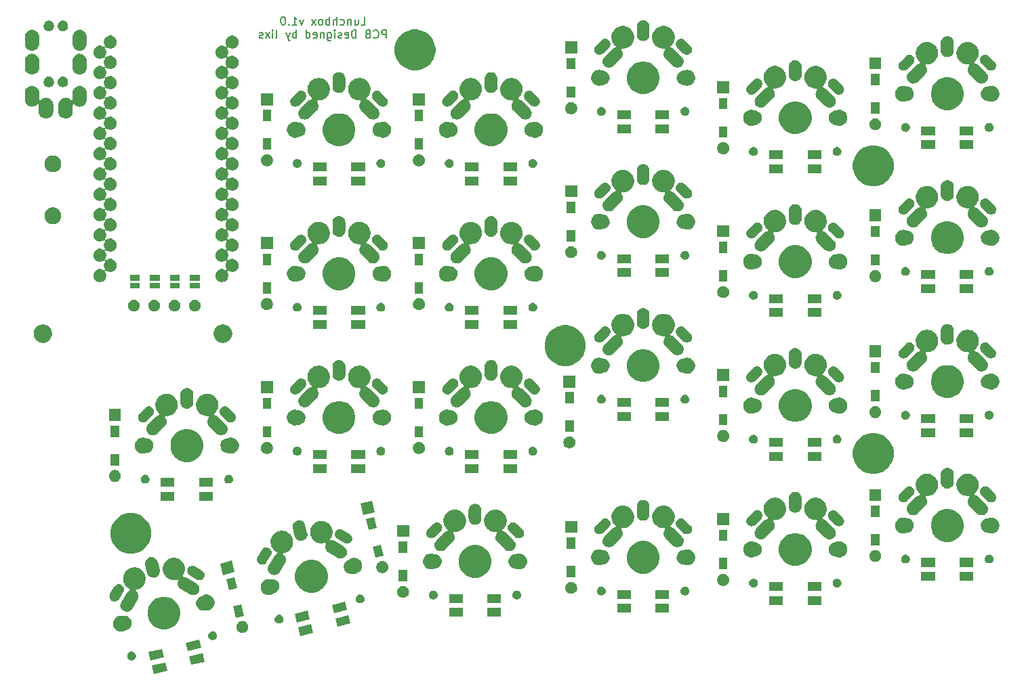
<source format=gbr>
G04 #@! TF.GenerationSoftware,KiCad,Pcbnew,(5.1.0)-1*
G04 #@! TF.CreationDate,2019-06-26T19:54:13+09:00*
G04 #@! TF.ProjectId,lunchbox52,6c756e63-6862-46f7-9835-322e6b696361,rev?*
G04 #@! TF.SameCoordinates,Original*
G04 #@! TF.FileFunction,Soldermask,Bot*
G04 #@! TF.FilePolarity,Negative*
%FSLAX46Y46*%
G04 Gerber Fmt 4.6, Leading zero omitted, Abs format (unit mm)*
G04 Created by KiCad (PCBNEW (5.1.0)-1) date 2019-06-26 19:54:13*
%MOMM*%
%LPD*%
G04 APERTURE LIST*
%ADD10C,0.150000*%
%ADD11C,0.100000*%
G04 APERTURE END LIST*
D10*
X135738095Y-72377380D02*
X136214285Y-72377380D01*
X136214285Y-71377380D01*
X134976190Y-71710714D02*
X134976190Y-72377380D01*
X135404761Y-71710714D02*
X135404761Y-72234523D01*
X135357142Y-72329761D01*
X135261904Y-72377380D01*
X135119047Y-72377380D01*
X135023809Y-72329761D01*
X134976190Y-72282142D01*
X134500000Y-71710714D02*
X134500000Y-72377380D01*
X134500000Y-71805952D02*
X134452380Y-71758333D01*
X134357142Y-71710714D01*
X134214285Y-71710714D01*
X134119047Y-71758333D01*
X134071428Y-71853571D01*
X134071428Y-72377380D01*
X133166666Y-72329761D02*
X133261904Y-72377380D01*
X133452380Y-72377380D01*
X133547619Y-72329761D01*
X133595238Y-72282142D01*
X133642857Y-72186904D01*
X133642857Y-71901190D01*
X133595238Y-71805952D01*
X133547619Y-71758333D01*
X133452380Y-71710714D01*
X133261904Y-71710714D01*
X133166666Y-71758333D01*
X132738095Y-72377380D02*
X132738095Y-71377380D01*
X132309523Y-72377380D02*
X132309523Y-71853571D01*
X132357142Y-71758333D01*
X132452380Y-71710714D01*
X132595238Y-71710714D01*
X132690476Y-71758333D01*
X132738095Y-71805952D01*
X131833333Y-72377380D02*
X131833333Y-71377380D01*
X131833333Y-71758333D02*
X131738095Y-71710714D01*
X131547619Y-71710714D01*
X131452380Y-71758333D01*
X131404761Y-71805952D01*
X131357142Y-71901190D01*
X131357142Y-72186904D01*
X131404761Y-72282142D01*
X131452380Y-72329761D01*
X131547619Y-72377380D01*
X131738095Y-72377380D01*
X131833333Y-72329761D01*
X130785714Y-72377380D02*
X130880952Y-72329761D01*
X130928571Y-72282142D01*
X130976190Y-72186904D01*
X130976190Y-71901190D01*
X130928571Y-71805952D01*
X130880952Y-71758333D01*
X130785714Y-71710714D01*
X130642857Y-71710714D01*
X130547619Y-71758333D01*
X130500000Y-71805952D01*
X130452380Y-71901190D01*
X130452380Y-72186904D01*
X130500000Y-72282142D01*
X130547619Y-72329761D01*
X130642857Y-72377380D01*
X130785714Y-72377380D01*
X130119047Y-72377380D02*
X129595238Y-71710714D01*
X130119047Y-71710714D02*
X129595238Y-72377380D01*
X128547619Y-71710714D02*
X128309523Y-72377380D01*
X128071428Y-71710714D01*
X127166666Y-72377380D02*
X127738095Y-72377380D01*
X127452380Y-72377380D02*
X127452380Y-71377380D01*
X127547619Y-71520238D01*
X127642857Y-71615476D01*
X127738095Y-71663095D01*
X126738095Y-72282142D02*
X126690476Y-72329761D01*
X126738095Y-72377380D01*
X126785714Y-72329761D01*
X126738095Y-72282142D01*
X126738095Y-72377380D01*
X126071428Y-71377380D02*
X125976190Y-71377380D01*
X125880952Y-71425000D01*
X125833333Y-71472619D01*
X125785714Y-71567857D01*
X125738095Y-71758333D01*
X125738095Y-71996428D01*
X125785714Y-72186904D01*
X125833333Y-72282142D01*
X125880952Y-72329761D01*
X125976190Y-72377380D01*
X126071428Y-72377380D01*
X126166666Y-72329761D01*
X126214285Y-72282142D01*
X126261904Y-72186904D01*
X126309523Y-71996428D01*
X126309523Y-71758333D01*
X126261904Y-71567857D01*
X126214285Y-71472619D01*
X126166666Y-71425000D01*
X126071428Y-71377380D01*
X138904761Y-74027380D02*
X138904761Y-73027380D01*
X138523809Y-73027380D01*
X138428571Y-73075000D01*
X138380952Y-73122619D01*
X138333333Y-73217857D01*
X138333333Y-73360714D01*
X138380952Y-73455952D01*
X138428571Y-73503571D01*
X138523809Y-73551190D01*
X138904761Y-73551190D01*
X137333333Y-73932142D02*
X137380952Y-73979761D01*
X137523809Y-74027380D01*
X137619047Y-74027380D01*
X137761904Y-73979761D01*
X137857142Y-73884523D01*
X137904761Y-73789285D01*
X137952380Y-73598809D01*
X137952380Y-73455952D01*
X137904761Y-73265476D01*
X137857142Y-73170238D01*
X137761904Y-73075000D01*
X137619047Y-73027380D01*
X137523809Y-73027380D01*
X137380952Y-73075000D01*
X137333333Y-73122619D01*
X136571428Y-73503571D02*
X136428571Y-73551190D01*
X136380952Y-73598809D01*
X136333333Y-73694047D01*
X136333333Y-73836904D01*
X136380952Y-73932142D01*
X136428571Y-73979761D01*
X136523809Y-74027380D01*
X136904761Y-74027380D01*
X136904761Y-73027380D01*
X136571428Y-73027380D01*
X136476190Y-73075000D01*
X136428571Y-73122619D01*
X136380952Y-73217857D01*
X136380952Y-73313095D01*
X136428571Y-73408333D01*
X136476190Y-73455952D01*
X136571428Y-73503571D01*
X136904761Y-73503571D01*
X135142857Y-74027380D02*
X135142857Y-73027380D01*
X134904761Y-73027380D01*
X134761904Y-73075000D01*
X134666666Y-73170238D01*
X134619047Y-73265476D01*
X134571428Y-73455952D01*
X134571428Y-73598809D01*
X134619047Y-73789285D01*
X134666666Y-73884523D01*
X134761904Y-73979761D01*
X134904761Y-74027380D01*
X135142857Y-74027380D01*
X133761904Y-73979761D02*
X133857142Y-74027380D01*
X134047619Y-74027380D01*
X134142857Y-73979761D01*
X134190476Y-73884523D01*
X134190476Y-73503571D01*
X134142857Y-73408333D01*
X134047619Y-73360714D01*
X133857142Y-73360714D01*
X133761904Y-73408333D01*
X133714285Y-73503571D01*
X133714285Y-73598809D01*
X134190476Y-73694047D01*
X133333333Y-73979761D02*
X133238095Y-74027380D01*
X133047619Y-74027380D01*
X132952380Y-73979761D01*
X132904761Y-73884523D01*
X132904761Y-73836904D01*
X132952380Y-73741666D01*
X133047619Y-73694047D01*
X133190476Y-73694047D01*
X133285714Y-73646428D01*
X133333333Y-73551190D01*
X133333333Y-73503571D01*
X133285714Y-73408333D01*
X133190476Y-73360714D01*
X133047619Y-73360714D01*
X132952380Y-73408333D01*
X132476190Y-74027380D02*
X132476190Y-73360714D01*
X132476190Y-73027380D02*
X132523809Y-73075000D01*
X132476190Y-73122619D01*
X132428571Y-73075000D01*
X132476190Y-73027380D01*
X132476190Y-73122619D01*
X131571428Y-73360714D02*
X131571428Y-74170238D01*
X131619047Y-74265476D01*
X131666666Y-74313095D01*
X131761904Y-74360714D01*
X131904761Y-74360714D01*
X132000000Y-74313095D01*
X131571428Y-73979761D02*
X131666666Y-74027380D01*
X131857142Y-74027380D01*
X131952380Y-73979761D01*
X132000000Y-73932142D01*
X132047619Y-73836904D01*
X132047619Y-73551190D01*
X132000000Y-73455952D01*
X131952380Y-73408333D01*
X131857142Y-73360714D01*
X131666666Y-73360714D01*
X131571428Y-73408333D01*
X131095238Y-73360714D02*
X131095238Y-74027380D01*
X131095238Y-73455952D02*
X131047619Y-73408333D01*
X130952380Y-73360714D01*
X130809523Y-73360714D01*
X130714285Y-73408333D01*
X130666666Y-73503571D01*
X130666666Y-74027380D01*
X129809523Y-73979761D02*
X129904761Y-74027380D01*
X130095238Y-74027380D01*
X130190476Y-73979761D01*
X130238095Y-73884523D01*
X130238095Y-73503571D01*
X130190476Y-73408333D01*
X130095238Y-73360714D01*
X129904761Y-73360714D01*
X129809523Y-73408333D01*
X129761904Y-73503571D01*
X129761904Y-73598809D01*
X130238095Y-73694047D01*
X128904761Y-74027380D02*
X128904761Y-73027380D01*
X128904761Y-73979761D02*
X129000000Y-74027380D01*
X129190476Y-74027380D01*
X129285714Y-73979761D01*
X129333333Y-73932142D01*
X129380952Y-73836904D01*
X129380952Y-73551190D01*
X129333333Y-73455952D01*
X129285714Y-73408333D01*
X129190476Y-73360714D01*
X129000000Y-73360714D01*
X128904761Y-73408333D01*
X127666666Y-74027380D02*
X127666666Y-73027380D01*
X127666666Y-73408333D02*
X127571428Y-73360714D01*
X127380952Y-73360714D01*
X127285714Y-73408333D01*
X127238095Y-73455952D01*
X127190476Y-73551190D01*
X127190476Y-73836904D01*
X127238095Y-73932142D01*
X127285714Y-73979761D01*
X127380952Y-74027380D01*
X127571428Y-74027380D01*
X127666666Y-73979761D01*
X126857142Y-73360714D02*
X126619047Y-74027380D01*
X126380952Y-73360714D02*
X126619047Y-74027380D01*
X126714285Y-74265476D01*
X126761904Y-74313095D01*
X126857142Y-74360714D01*
X125095238Y-74027380D02*
X125190476Y-73979761D01*
X125238095Y-73884523D01*
X125238095Y-73027380D01*
X124714285Y-74027380D02*
X124714285Y-73360714D01*
X124714285Y-73027380D02*
X124761904Y-73075000D01*
X124714285Y-73122619D01*
X124666666Y-73075000D01*
X124714285Y-73027380D01*
X124714285Y-73122619D01*
X124333333Y-74027380D02*
X123809523Y-73360714D01*
X124333333Y-73360714D02*
X123809523Y-74027380D01*
X123476190Y-73979761D02*
X123380952Y-74027380D01*
X123190476Y-74027380D01*
X123095238Y-73979761D01*
X123047619Y-73884523D01*
X123047619Y-73836904D01*
X123095238Y-73741666D01*
X123190476Y-73694047D01*
X123333333Y-73694047D01*
X123428571Y-73646428D01*
X123476190Y-73551190D01*
X123476190Y-73503571D01*
X123428571Y-73408333D01*
X123333333Y-73360714D01*
X123190476Y-73360714D01*
X123095238Y-73408333D01*
D11*
G36*
X111542560Y-153190777D02*
G01*
X109891116Y-153602528D01*
X109624518Y-152533263D01*
X111275962Y-152121512D01*
X111542560Y-153190777D01*
X111542560Y-153190777D01*
G37*
G36*
X116199979Y-152029552D02*
G01*
X114548535Y-152441303D01*
X114281937Y-151372038D01*
X115933381Y-150960287D01*
X116199979Y-152029552D01*
X116199979Y-152029552D01*
G37*
G36*
X111119197Y-151492760D02*
G01*
X109467753Y-151904511D01*
X109201155Y-150835246D01*
X110852599Y-150423495D01*
X111119197Y-151492760D01*
X111119197Y-151492760D01*
G37*
G36*
X107238977Y-150779630D02*
G01*
X107339251Y-150821165D01*
X107384068Y-150851111D01*
X107429498Y-150881466D01*
X107506246Y-150958214D01*
X107506247Y-150958216D01*
X107566547Y-151048461D01*
X107608082Y-151148735D01*
X107629256Y-151255186D01*
X107629256Y-151363726D01*
X107608082Y-151470177D01*
X107566547Y-151570451D01*
X107566546Y-151570452D01*
X107506246Y-151660698D01*
X107429498Y-151737446D01*
X107384068Y-151767801D01*
X107339251Y-151797747D01*
X107238977Y-151839282D01*
X107132526Y-151860456D01*
X107023986Y-151860456D01*
X106917535Y-151839282D01*
X106817261Y-151797747D01*
X106772444Y-151767801D01*
X106727014Y-151737446D01*
X106650266Y-151660698D01*
X106589966Y-151570452D01*
X106589965Y-151570451D01*
X106548430Y-151470177D01*
X106527256Y-151363726D01*
X106527256Y-151255186D01*
X106548430Y-151148735D01*
X106589965Y-151048461D01*
X106650265Y-150958216D01*
X106650266Y-150958214D01*
X106727014Y-150881466D01*
X106772444Y-150851111D01*
X106817261Y-150821165D01*
X106917535Y-150779630D01*
X107023986Y-150758456D01*
X107132526Y-150758456D01*
X107238977Y-150779630D01*
X107238977Y-150779630D01*
G37*
G36*
X115776616Y-150331535D02*
G01*
X114125172Y-150743286D01*
X113858574Y-149674021D01*
X115510018Y-149262270D01*
X115776616Y-150331535D01*
X115776616Y-150331535D01*
G37*
G36*
X117368865Y-148253966D02*
G01*
X117469139Y-148295501D01*
X117469140Y-148295502D01*
X117559386Y-148355802D01*
X117636134Y-148432550D01*
X117636135Y-148432552D01*
X117696435Y-148522797D01*
X117737970Y-148623071D01*
X117759144Y-148729522D01*
X117759144Y-148838062D01*
X117737970Y-148944513D01*
X117696435Y-149044787D01*
X117696434Y-149044788D01*
X117636134Y-149135034D01*
X117559386Y-149211782D01*
X117513956Y-149242137D01*
X117469139Y-149272083D01*
X117368865Y-149313618D01*
X117262414Y-149334792D01*
X117153874Y-149334792D01*
X117047423Y-149313618D01*
X116947149Y-149272083D01*
X116902332Y-149242137D01*
X116856902Y-149211782D01*
X116780154Y-149135034D01*
X116719854Y-149044788D01*
X116719853Y-149044787D01*
X116678318Y-148944513D01*
X116657144Y-148838062D01*
X116657144Y-148729522D01*
X116678318Y-148623071D01*
X116719853Y-148522797D01*
X116780153Y-148432552D01*
X116780154Y-148432550D01*
X116856902Y-148355802D01*
X116947148Y-148295502D01*
X116947149Y-148295501D01*
X117047423Y-148253966D01*
X117153874Y-148232792D01*
X117262414Y-148232792D01*
X117368865Y-148253966D01*
X117368865Y-148253966D01*
G37*
G36*
X129792560Y-148440777D02*
G01*
X128141116Y-148852528D01*
X127874518Y-147783263D01*
X129525962Y-147371512D01*
X129792560Y-148440777D01*
X129792560Y-148440777D01*
G37*
G36*
X121016147Y-146951426D02*
G01*
X121140343Y-146976129D01*
X121276744Y-147032628D01*
X121399501Y-147114652D01*
X121503897Y-147219048D01*
X121585921Y-147341805D01*
X121642420Y-147478206D01*
X121671222Y-147623008D01*
X121671222Y-147770646D01*
X121642420Y-147915448D01*
X121585921Y-148051849D01*
X121503897Y-148174606D01*
X121399501Y-148279002D01*
X121276744Y-148361026D01*
X121140343Y-148417525D01*
X121016147Y-148442228D01*
X120995542Y-148446327D01*
X120847902Y-148446327D01*
X120827297Y-148442228D01*
X120703101Y-148417525D01*
X120566700Y-148361026D01*
X120443943Y-148279002D01*
X120339547Y-148174606D01*
X120257523Y-148051849D01*
X120201024Y-147915448D01*
X120172222Y-147770646D01*
X120172222Y-147623008D01*
X120201024Y-147478206D01*
X120257523Y-147341805D01*
X120339547Y-147219048D01*
X120443943Y-147114652D01*
X120566700Y-147032628D01*
X120703101Y-146976129D01*
X120827297Y-146951426D01*
X120847902Y-146947327D01*
X120995542Y-146947327D01*
X121016147Y-146951426D01*
X121016147Y-146951426D01*
G37*
G36*
X106311538Y-146304272D02*
G01*
X106460838Y-146333969D01*
X106624810Y-146401889D01*
X106772380Y-146500492D01*
X106897879Y-146625991D01*
X106996482Y-146773561D01*
X107064402Y-146937533D01*
X107099026Y-147111604D01*
X107099026Y-147289086D01*
X107064402Y-147463157D01*
X106996482Y-147627129D01*
X106897879Y-147774699D01*
X106772380Y-147900198D01*
X106624810Y-147998801D01*
X106460838Y-148066721D01*
X106460833Y-148066722D01*
X106455493Y-148068934D01*
X106443062Y-148072705D01*
X106421455Y-148084254D01*
X106264653Y-148189026D01*
X106082483Y-148264484D01*
X106009496Y-148279002D01*
X105889093Y-148302952D01*
X105691911Y-148302952D01*
X105571508Y-148279002D01*
X105498521Y-148264484D01*
X105316351Y-148189026D01*
X105152402Y-148079479D01*
X105012975Y-147940052D01*
X104903428Y-147776103D01*
X104901168Y-147770646D01*
X104868302Y-147691303D01*
X104827970Y-147593933D01*
X104789502Y-147400542D01*
X104789502Y-147203362D01*
X104801921Y-147140930D01*
X104827970Y-147009972D01*
X104842897Y-146973936D01*
X104903428Y-146827801D01*
X105012975Y-146663852D01*
X105152402Y-146524425D01*
X105316351Y-146414878D01*
X105498521Y-146339420D01*
X105610243Y-146317197D01*
X105691911Y-146300952D01*
X105889093Y-146300952D01*
X105970763Y-146317197D01*
X105995149Y-146319599D01*
X106019535Y-146317197D01*
X106109284Y-146299345D01*
X106286768Y-146299345D01*
X106311538Y-146304272D01*
X106311538Y-146304272D01*
G37*
G36*
X111725382Y-143999200D02*
G01*
X112098639Y-144153808D01*
X112098641Y-144153809D01*
X112434564Y-144378266D01*
X112720244Y-144663946D01*
X112855750Y-144866744D01*
X112944702Y-144999871D01*
X113099310Y-145373128D01*
X113178128Y-145769375D01*
X113178128Y-146173389D01*
X113099310Y-146569636D01*
X112992374Y-146827803D01*
X112944701Y-146942895D01*
X112720244Y-147278818D01*
X112434564Y-147564498D01*
X112098641Y-147788955D01*
X112098640Y-147788956D01*
X112098639Y-147788956D01*
X111725382Y-147943564D01*
X111329135Y-148022382D01*
X110925121Y-148022382D01*
X110528874Y-147943564D01*
X110155617Y-147788956D01*
X110155616Y-147788956D01*
X110155615Y-147788955D01*
X109819692Y-147564498D01*
X109534012Y-147278818D01*
X109309555Y-146942895D01*
X109261882Y-146827803D01*
X109154946Y-146569636D01*
X109076128Y-146173389D01*
X109076128Y-145769375D01*
X109154946Y-145373128D01*
X109309554Y-144999871D01*
X109398507Y-144866744D01*
X109534012Y-144663946D01*
X109819692Y-144378266D01*
X110155615Y-144153809D01*
X110155617Y-144153808D01*
X110528874Y-143999200D01*
X110925121Y-143920382D01*
X111329135Y-143920382D01*
X111725382Y-143999200D01*
X111725382Y-143999200D01*
G37*
G36*
X134449979Y-147279552D02*
G01*
X132798535Y-147691303D01*
X132531937Y-146622038D01*
X134183381Y-146210287D01*
X134449979Y-147279552D01*
X134449979Y-147279552D01*
G37*
G36*
X125674595Y-146183114D02*
G01*
X125774869Y-146224649D01*
X125774870Y-146224650D01*
X125865116Y-146284950D01*
X125941864Y-146361698D01*
X125941865Y-146361700D01*
X126002165Y-146451945D01*
X126043700Y-146552219D01*
X126064874Y-146658670D01*
X126064874Y-146767210D01*
X126043700Y-146873661D01*
X126002165Y-146973935D01*
X126002164Y-146973936D01*
X125941864Y-147064182D01*
X125865116Y-147140930D01*
X125844790Y-147154511D01*
X125774869Y-147201231D01*
X125674595Y-147242766D01*
X125568144Y-147263940D01*
X125459604Y-147263940D01*
X125353153Y-147242766D01*
X125252879Y-147201231D01*
X125182958Y-147154511D01*
X125162632Y-147140930D01*
X125085884Y-147064182D01*
X125025584Y-146973936D01*
X125025583Y-146973935D01*
X124984048Y-146873661D01*
X124962874Y-146767210D01*
X124962874Y-146658670D01*
X124984048Y-146552219D01*
X125025583Y-146451945D01*
X125085883Y-146361700D01*
X125085884Y-146361698D01*
X125162632Y-146284950D01*
X125252878Y-146224650D01*
X125252879Y-146224649D01*
X125353153Y-146183114D01*
X125459604Y-146161940D01*
X125568144Y-146161940D01*
X125674595Y-146183114D01*
X125674595Y-146183114D01*
G37*
G36*
X129369197Y-146742760D02*
G01*
X127717753Y-147154511D01*
X127451155Y-146085246D01*
X129102599Y-145673495D01*
X129369197Y-146742760D01*
X129369197Y-146742760D01*
G37*
G36*
X121109374Y-146275201D02*
G01*
X120088623Y-146529703D01*
X119749448Y-145169349D01*
X120770199Y-144914847D01*
X121109374Y-146275201D01*
X121109374Y-146275201D01*
G37*
G36*
X148451000Y-146426000D02*
G01*
X146749000Y-146426000D01*
X146749000Y-145324000D01*
X148451000Y-145324000D01*
X148451000Y-146426000D01*
X148451000Y-146426000D01*
G37*
G36*
X153251000Y-146426000D02*
G01*
X151549000Y-146426000D01*
X151549000Y-145324000D01*
X153251000Y-145324000D01*
X153251000Y-146426000D01*
X153251000Y-146426000D01*
G37*
G36*
X134026616Y-145581535D02*
G01*
X132375172Y-145993286D01*
X132108574Y-144924021D01*
X133760018Y-144512270D01*
X134026616Y-145581535D01*
X134026616Y-145581535D01*
G37*
G36*
X169451000Y-145926000D02*
G01*
X167749000Y-145926000D01*
X167749000Y-144824000D01*
X169451000Y-144824000D01*
X169451000Y-145926000D01*
X169451000Y-145926000D01*
G37*
G36*
X174251000Y-145926000D02*
G01*
X172549000Y-145926000D01*
X172549000Y-144824000D01*
X174251000Y-144824000D01*
X174251000Y-145926000D01*
X174251000Y-145926000D01*
G37*
G36*
X107742789Y-140289812D02*
G01*
X107842271Y-140309600D01*
X107906672Y-140336276D01*
X108097235Y-140415210D01*
X108097591Y-140415448D01*
X108326700Y-140568533D01*
X108521842Y-140763675D01*
X108624289Y-140916998D01*
X108675165Y-140993140D01*
X108737029Y-141142494D01*
X108780775Y-141248104D01*
X108790618Y-141297588D01*
X108834614Y-141518773D01*
X108834614Y-141794749D01*
X108820771Y-141864342D01*
X108780775Y-142065418D01*
X108739517Y-142165022D01*
X108675165Y-142320382D01*
X108657794Y-142346379D01*
X108521842Y-142549847D01*
X108326700Y-142744989D01*
X108198497Y-142830651D01*
X108097235Y-142898312D01*
X107998993Y-142939005D01*
X107842271Y-143003922D01*
X107810447Y-143010252D01*
X107711367Y-143029960D01*
X107687918Y-143037073D01*
X107666307Y-143048624D01*
X107647366Y-143064169D01*
X107631820Y-143083111D01*
X107620269Y-143104722D01*
X107613156Y-143128171D01*
X107610754Y-143152557D01*
X107613156Y-143176943D01*
X107620269Y-143200392D01*
X107631820Y-143222003D01*
X107647365Y-143240944D01*
X107661181Y-143252875D01*
X107691767Y-143275612D01*
X107797599Y-143392635D01*
X107878567Y-143528058D01*
X107878568Y-143528060D01*
X107931562Y-143676677D01*
X107954543Y-143832778D01*
X107946629Y-143990363D01*
X107908124Y-144143376D01*
X107857450Y-144250215D01*
X107147371Y-145431982D01*
X107076828Y-145526883D01*
X107016396Y-145581535D01*
X106959801Y-145632718D01*
X106888038Y-145675624D01*
X106824379Y-145713685D01*
X106675761Y-145766679D01*
X106573417Y-145781746D01*
X106519663Y-145789660D01*
X106519661Y-145789660D01*
X106362077Y-145781746D01*
X106209064Y-145743241D01*
X106066504Y-145675624D01*
X105939874Y-145581495D01*
X105834041Y-145464470D01*
X105834039Y-145464468D01*
X105753073Y-145329048D01*
X105748696Y-145316773D01*
X105700078Y-145180428D01*
X105677097Y-145024328D01*
X105685011Y-144866744D01*
X105723516Y-144713731D01*
X105774190Y-144606892D01*
X106484268Y-143425123D01*
X106554811Y-143330223D01*
X106671836Y-143224390D01*
X106671835Y-143224390D01*
X106671838Y-143224388D01*
X106814310Y-143139205D01*
X106821663Y-143135738D01*
X106841362Y-143121164D01*
X106857839Y-143103027D01*
X106870462Y-143082024D01*
X106878744Y-143058962D01*
X106882368Y-143034728D01*
X106881195Y-143010252D01*
X106875269Y-142986475D01*
X106864818Y-142964311D01*
X106850244Y-142944612D01*
X106832107Y-142928135D01*
X106805363Y-142912963D01*
X106769992Y-142898311D01*
X106722593Y-142866640D01*
X106540528Y-142744989D01*
X106345386Y-142549847D01*
X106209434Y-142346379D01*
X106192063Y-142320382D01*
X106127711Y-142165022D01*
X106086453Y-142065418D01*
X106046457Y-141864342D01*
X106032614Y-141794749D01*
X106032614Y-141518773D01*
X106076610Y-141297588D01*
X106086453Y-141248104D01*
X106130199Y-141142494D01*
X106192063Y-140993140D01*
X106242939Y-140916998D01*
X106345386Y-140763675D01*
X106540528Y-140568533D01*
X106769637Y-140415448D01*
X106769993Y-140415210D01*
X106960556Y-140336276D01*
X107024957Y-140309600D01*
X107124439Y-140289812D01*
X107295626Y-140255761D01*
X107571602Y-140255761D01*
X107742789Y-140289812D01*
X107742789Y-140289812D01*
G37*
G36*
X116592096Y-143645730D02*
G01*
X116755735Y-143678280D01*
X116846598Y-143715917D01*
X116935943Y-143752925D01*
X116937905Y-143753738D01*
X117101854Y-143863285D01*
X117241281Y-144002712D01*
X117350828Y-144166661D01*
X117350829Y-144166663D01*
X117359787Y-144188290D01*
X117426286Y-144348831D01*
X117464754Y-144542222D01*
X117464754Y-144739402D01*
X117426286Y-144932793D01*
X117350828Y-145114963D01*
X117241281Y-145278912D01*
X117101854Y-145418339D01*
X116937905Y-145527886D01*
X116755735Y-145603344D01*
X116562345Y-145641812D01*
X116365163Y-145641812D01*
X116283493Y-145625567D01*
X116259107Y-145623165D01*
X116234721Y-145625567D01*
X116144972Y-145643419D01*
X115967488Y-145643419D01*
X115942718Y-145638492D01*
X115793418Y-145608795D01*
X115629446Y-145540875D01*
X115481876Y-145442272D01*
X115356377Y-145316773D01*
X115257774Y-145169203D01*
X115189854Y-145005231D01*
X115155230Y-144831160D01*
X115155230Y-144653678D01*
X115189854Y-144479607D01*
X115257774Y-144315635D01*
X115356377Y-144168065D01*
X115481876Y-144042566D01*
X115629446Y-143943963D01*
X115793418Y-143876043D01*
X115793423Y-143876042D01*
X115798763Y-143873830D01*
X115811194Y-143870059D01*
X115832802Y-143858509D01*
X115871313Y-143832777D01*
X115989603Y-143753738D01*
X115991566Y-143752925D01*
X116080910Y-143715917D01*
X116171773Y-143678280D01*
X116335412Y-143645730D01*
X116365163Y-143639812D01*
X116562345Y-143639812D01*
X116592096Y-143645730D01*
X116592096Y-143645730D01*
G37*
G36*
X188451000Y-144926000D02*
G01*
X186749000Y-144926000D01*
X186749000Y-143824000D01*
X188451000Y-143824000D01*
X188451000Y-144926000D01*
X188451000Y-144926000D01*
G37*
G36*
X193251000Y-144926000D02*
G01*
X191549000Y-144926000D01*
X191549000Y-143824000D01*
X193251000Y-143824000D01*
X193251000Y-144926000D01*
X193251000Y-144926000D01*
G37*
G36*
X135804483Y-143657450D02*
G01*
X135904757Y-143698985D01*
X135949574Y-143728931D01*
X135995004Y-143759286D01*
X136071752Y-143836034D01*
X136071753Y-143836036D01*
X136132053Y-143926281D01*
X136173588Y-144026555D01*
X136194762Y-144133006D01*
X136194762Y-144241546D01*
X136173588Y-144347997D01*
X136132053Y-144448271D01*
X136132052Y-144448272D01*
X136071752Y-144538518D01*
X135995004Y-144615266D01*
X135949574Y-144645621D01*
X135904757Y-144675567D01*
X135804483Y-144717102D01*
X135698032Y-144738276D01*
X135589492Y-144738276D01*
X135483041Y-144717102D01*
X135382767Y-144675567D01*
X135337950Y-144645621D01*
X135292520Y-144615266D01*
X135215772Y-144538518D01*
X135155472Y-144448272D01*
X135155471Y-144448271D01*
X135113936Y-144347997D01*
X135092762Y-144241546D01*
X135092762Y-144133006D01*
X135113936Y-144026555D01*
X135155471Y-143926281D01*
X135215771Y-143836036D01*
X135215772Y-143836034D01*
X135292520Y-143759286D01*
X135337950Y-143728931D01*
X135382767Y-143698985D01*
X135483041Y-143657450D01*
X135589492Y-143636276D01*
X135698032Y-143636276D01*
X135804483Y-143657450D01*
X135804483Y-143657450D01*
G37*
G36*
X148451000Y-144676000D02*
G01*
X146749000Y-144676000D01*
X146749000Y-143574000D01*
X148451000Y-143574000D01*
X148451000Y-144676000D01*
X148451000Y-144676000D01*
G37*
G36*
X153251000Y-144676000D02*
G01*
X151549000Y-144676000D01*
X151549000Y-143574000D01*
X153251000Y-143574000D01*
X153251000Y-144676000D01*
X153251000Y-144676000D01*
G37*
G36*
X105589332Y-142345482D02*
G01*
X105713691Y-142376777D01*
X105755006Y-142396373D01*
X105829556Y-142431731D01*
X105886686Y-142474199D01*
X105932471Y-142508233D01*
X105972611Y-142552618D01*
X106018487Y-142603345D01*
X106084292Y-142713405D01*
X106127361Y-142834192D01*
X106145144Y-142954981D01*
X106146039Y-142961061D01*
X106139607Y-143089135D01*
X106108312Y-143213494D01*
X106088972Y-143254269D01*
X106067125Y-143300332D01*
X105795179Y-143752925D01*
X105519153Y-144212309D01*
X105461818Y-144289441D01*
X105366708Y-144375456D01*
X105256644Y-144441262D01*
X105189706Y-144465130D01*
X105135856Y-144484332D01*
X105008992Y-144503010D01*
X104880917Y-144496578D01*
X104813480Y-144479607D01*
X104756558Y-144465283D01*
X104720690Y-144448271D01*
X104640695Y-144410330D01*
X104537778Y-144333827D01*
X104521326Y-144315635D01*
X104451763Y-144238717D01*
X104385957Y-144128653D01*
X104351029Y-144030698D01*
X104342887Y-144007865D01*
X104324209Y-143881001D01*
X104330641Y-143752926D01*
X104361936Y-143628567D01*
X104362210Y-143627990D01*
X104403122Y-143541731D01*
X104951095Y-142629750D01*
X105008429Y-142552618D01*
X105103540Y-142466604D01*
X105103541Y-142466603D01*
X105213604Y-142400797D01*
X105334389Y-142357728D01*
X105461255Y-142339050D01*
X105461257Y-142339050D01*
X105589332Y-142345482D01*
X105589332Y-142345482D01*
G37*
G36*
X155380721Y-143170174D02*
G01*
X155480995Y-143211709D01*
X155496401Y-143222003D01*
X155571242Y-143272010D01*
X155647990Y-143348758D01*
X155677000Y-143392175D01*
X155708291Y-143439005D01*
X155749826Y-143539279D01*
X155771000Y-143645730D01*
X155771000Y-143754270D01*
X155749826Y-143860721D01*
X155708291Y-143960995D01*
X155688668Y-143990363D01*
X155647990Y-144051242D01*
X155571242Y-144127990D01*
X155548215Y-144143376D01*
X155480995Y-144188291D01*
X155380721Y-144229826D01*
X155274270Y-144251000D01*
X155165730Y-144251000D01*
X155059279Y-144229826D01*
X154959005Y-144188291D01*
X154891785Y-144143376D01*
X154868758Y-144127990D01*
X154792010Y-144051242D01*
X154751332Y-143990363D01*
X154731709Y-143960995D01*
X154690174Y-143860721D01*
X154669000Y-143754270D01*
X154669000Y-143645730D01*
X154690174Y-143539279D01*
X154731709Y-143439005D01*
X154763000Y-143392175D01*
X154792010Y-143348758D01*
X154868758Y-143272010D01*
X154943599Y-143222003D01*
X154959005Y-143211709D01*
X155059279Y-143170174D01*
X155165730Y-143149000D01*
X155274270Y-143149000D01*
X155380721Y-143170174D01*
X155380721Y-143170174D01*
G37*
G36*
X144940721Y-143170174D02*
G01*
X145040995Y-143211709D01*
X145056401Y-143222003D01*
X145131242Y-143272010D01*
X145207990Y-143348758D01*
X145237000Y-143392175D01*
X145268291Y-143439005D01*
X145309826Y-143539279D01*
X145331000Y-143645730D01*
X145331000Y-143754270D01*
X145309826Y-143860721D01*
X145268291Y-143960995D01*
X145248668Y-143990363D01*
X145207990Y-144051242D01*
X145131242Y-144127990D01*
X145108215Y-144143376D01*
X145040995Y-144188291D01*
X144940721Y-144229826D01*
X144834270Y-144251000D01*
X144725730Y-144251000D01*
X144619279Y-144229826D01*
X144519005Y-144188291D01*
X144451785Y-144143376D01*
X144428758Y-144127990D01*
X144352010Y-144051242D01*
X144311332Y-143990363D01*
X144291709Y-143960995D01*
X144250174Y-143860721D01*
X144229000Y-143754270D01*
X144229000Y-143645730D01*
X144250174Y-143539279D01*
X144291709Y-143439005D01*
X144323000Y-143392175D01*
X144352010Y-143348758D01*
X144428758Y-143272010D01*
X144503599Y-143222003D01*
X144519005Y-143211709D01*
X144619279Y-143170174D01*
X144725730Y-143149000D01*
X144834270Y-143149000D01*
X144940721Y-143170174D01*
X144940721Y-143170174D01*
G37*
G36*
X169451000Y-144176000D02*
G01*
X167749000Y-144176000D01*
X167749000Y-143074000D01*
X169451000Y-143074000D01*
X169451000Y-144176000D01*
X169451000Y-144176000D01*
G37*
G36*
X174251000Y-144176000D02*
G01*
X172549000Y-144176000D01*
X172549000Y-143074000D01*
X174251000Y-143074000D01*
X174251000Y-144176000D01*
X174251000Y-144176000D01*
G37*
G36*
X141094425Y-142564599D02*
G01*
X141218621Y-142589302D01*
X141355022Y-142645801D01*
X141477779Y-142727825D01*
X141582175Y-142832221D01*
X141664199Y-142954978D01*
X141720698Y-143091379D01*
X141742381Y-143200392D01*
X141749500Y-143236180D01*
X141749500Y-143383820D01*
X141747746Y-143392636D01*
X141720698Y-143528621D01*
X141664199Y-143665022D01*
X141582175Y-143787779D01*
X141477779Y-143892175D01*
X141355022Y-143974199D01*
X141218621Y-144030698D01*
X141094425Y-144055401D01*
X141073820Y-144059500D01*
X140926180Y-144059500D01*
X140905575Y-144055401D01*
X140781379Y-144030698D01*
X140644978Y-143974199D01*
X140522221Y-143892175D01*
X140417825Y-143787779D01*
X140335801Y-143665022D01*
X140279302Y-143528621D01*
X140252254Y-143392636D01*
X140250500Y-143383820D01*
X140250500Y-143236180D01*
X140257619Y-143200392D01*
X140279302Y-143091379D01*
X140335801Y-142954978D01*
X140417825Y-142832221D01*
X140522221Y-142727825D01*
X140644978Y-142645801D01*
X140781379Y-142589302D01*
X140905575Y-142564599D01*
X140926180Y-142560500D01*
X141073820Y-142560500D01*
X141094425Y-142564599D01*
X141094425Y-142564599D01*
G37*
G36*
X176380721Y-142670174D02*
G01*
X176480995Y-142711709D01*
X176505114Y-142727825D01*
X176571242Y-142772010D01*
X176647990Y-142848758D01*
X176678345Y-142894188D01*
X176708291Y-142939005D01*
X176749826Y-143039279D01*
X176771000Y-143145730D01*
X176771000Y-143254270D01*
X176749826Y-143360721D01*
X176708291Y-143460995D01*
X176693612Y-143482963D01*
X176647990Y-143551242D01*
X176571242Y-143627990D01*
X176541512Y-143647855D01*
X176480995Y-143688291D01*
X176380721Y-143729826D01*
X176274270Y-143751000D01*
X176165730Y-143751000D01*
X176059279Y-143729826D01*
X175959005Y-143688291D01*
X175898488Y-143647855D01*
X175868758Y-143627990D01*
X175792010Y-143551242D01*
X175746388Y-143482963D01*
X175731709Y-143460995D01*
X175690174Y-143360721D01*
X175669000Y-143254270D01*
X175669000Y-143145730D01*
X175690174Y-143039279D01*
X175731709Y-142939005D01*
X175761655Y-142894188D01*
X175792010Y-142848758D01*
X175868758Y-142772010D01*
X175934886Y-142727825D01*
X175959005Y-142711709D01*
X176059279Y-142670174D01*
X176165730Y-142649000D01*
X176274270Y-142649000D01*
X176380721Y-142670174D01*
X176380721Y-142670174D01*
G37*
G36*
X165940721Y-142670174D02*
G01*
X166040995Y-142711709D01*
X166065114Y-142727825D01*
X166131242Y-142772010D01*
X166207990Y-142848758D01*
X166238345Y-142894188D01*
X166268291Y-142939005D01*
X166309826Y-143039279D01*
X166331000Y-143145730D01*
X166331000Y-143254270D01*
X166309826Y-143360721D01*
X166268291Y-143460995D01*
X166253612Y-143482963D01*
X166207990Y-143551242D01*
X166131242Y-143627990D01*
X166101512Y-143647855D01*
X166040995Y-143688291D01*
X165940721Y-143729826D01*
X165834270Y-143751000D01*
X165725730Y-143751000D01*
X165619279Y-143729826D01*
X165519005Y-143688291D01*
X165458488Y-143647855D01*
X165428758Y-143627990D01*
X165352010Y-143551242D01*
X165306388Y-143482963D01*
X165291709Y-143460995D01*
X165250174Y-143360721D01*
X165229000Y-143254270D01*
X165229000Y-143145730D01*
X165250174Y-143039279D01*
X165291709Y-142939005D01*
X165321655Y-142894188D01*
X165352010Y-142848758D01*
X165428758Y-142772010D01*
X165494886Y-142727825D01*
X165519005Y-142711709D01*
X165619279Y-142670174D01*
X165725730Y-142649000D01*
X165834270Y-142649000D01*
X165940721Y-142670174D01*
X165940721Y-142670174D01*
G37*
G36*
X112624080Y-139051339D02*
G01*
X112771373Y-139080637D01*
X112828582Y-139104334D01*
X113026337Y-139186247D01*
X113026338Y-139186248D01*
X113255802Y-139339570D01*
X113450944Y-139534712D01*
X113520025Y-139638100D01*
X113604267Y-139764177D01*
X113655480Y-139887816D01*
X113709877Y-140019141D01*
X113726808Y-140104260D01*
X113763716Y-140289810D01*
X113763716Y-140565786D01*
X113743106Y-140669398D01*
X113709877Y-140836455D01*
X113670339Y-140931907D01*
X113604267Y-141091419D01*
X113604266Y-141091420D01*
X113496614Y-141252534D01*
X113485066Y-141274139D01*
X113477953Y-141297588D01*
X113475551Y-141321974D01*
X113477953Y-141346360D01*
X113485066Y-141369809D01*
X113496617Y-141391419D01*
X113512162Y-141410361D01*
X113531104Y-141425907D01*
X113552715Y-141437458D01*
X113576164Y-141444571D01*
X113600550Y-141446973D01*
X113610660Y-141446233D01*
X113613695Y-141446385D01*
X113613698Y-141446385D01*
X113771282Y-141454299D01*
X113924295Y-141492804D01*
X114031134Y-141543478D01*
X115212903Y-142253556D01*
X115307803Y-142324099D01*
X115388613Y-142413455D01*
X115413638Y-142441126D01*
X115494604Y-142576545D01*
X115512948Y-142627990D01*
X115547599Y-142725166D01*
X115570580Y-142881266D01*
X115562666Y-143038851D01*
X115524161Y-143191864D01*
X115524159Y-143191868D01*
X115456546Y-143334423D01*
X115389713Y-143424330D01*
X115362415Y-143461054D01*
X115362413Y-143461055D01*
X115362413Y-143461056D01*
X115245391Y-143566887D01*
X115142228Y-143628567D01*
X115109966Y-143647856D01*
X114961349Y-143700850D01*
X114825281Y-143720882D01*
X114805249Y-143723831D01*
X114805248Y-143723831D01*
X114647663Y-143715917D01*
X114494650Y-143677412D01*
X114387811Y-143626738D01*
X113206044Y-142916659D01*
X113111143Y-142846116D01*
X113005310Y-142729091D01*
X113005308Y-142729089D01*
X112924342Y-142593669D01*
X112918236Y-142576545D01*
X112871347Y-142445049D01*
X112852994Y-142320383D01*
X112848366Y-142288951D01*
X112850108Y-142254269D01*
X112856280Y-142131365D01*
X112894785Y-141978352D01*
X112907596Y-141951342D01*
X112915877Y-141928280D01*
X112919499Y-141904045D01*
X112918323Y-141879569D01*
X112912395Y-141855793D01*
X112901942Y-141833630D01*
X112887367Y-141813932D01*
X112869228Y-141797456D01*
X112848224Y-141784836D01*
X112825162Y-141776555D01*
X112800927Y-141772933D01*
X112770273Y-141775178D01*
X112721717Y-141784836D01*
X112500704Y-141828798D01*
X112224728Y-141828798D01*
X112003715Y-141784836D01*
X111954059Y-141774959D01*
X111828820Y-141723083D01*
X111699095Y-141669349D01*
X111582406Y-141591380D01*
X111469630Y-141516026D01*
X111274488Y-141320884D01*
X111121166Y-141091420D01*
X111121165Y-141091419D01*
X111055093Y-140931907D01*
X111015555Y-140836455D01*
X110982326Y-140669398D01*
X110961716Y-140565786D01*
X110961716Y-140289810D01*
X110998624Y-140104260D01*
X111015555Y-140019141D01*
X111069952Y-139887816D01*
X111121165Y-139764177D01*
X111205407Y-139638100D01*
X111274488Y-139534712D01*
X111469630Y-139339570D01*
X111699094Y-139186248D01*
X111699095Y-139186247D01*
X111896850Y-139104334D01*
X111954059Y-139080637D01*
X112101352Y-139051339D01*
X112224728Y-139026798D01*
X112500704Y-139026798D01*
X112624080Y-139051339D01*
X112624080Y-139051339D01*
G37*
G36*
X124747156Y-141707756D02*
G01*
X124896456Y-141737453D01*
X125060428Y-141805373D01*
X125207998Y-141903976D01*
X125333497Y-142029475D01*
X125432100Y-142177045D01*
X125500020Y-142341017D01*
X125525000Y-142466603D01*
X125533281Y-142508233D01*
X125534644Y-142515088D01*
X125534644Y-142692570D01*
X125500020Y-142866641D01*
X125432100Y-143030613D01*
X125333497Y-143178183D01*
X125207998Y-143303682D01*
X125060428Y-143402285D01*
X124896456Y-143470205D01*
X124896451Y-143470206D01*
X124891111Y-143472418D01*
X124878680Y-143476189D01*
X124857073Y-143487738D01*
X124700271Y-143592510D01*
X124518101Y-143667968D01*
X124466259Y-143678280D01*
X124324711Y-143706436D01*
X124127529Y-143706436D01*
X123985981Y-143678280D01*
X123934139Y-143667968D01*
X123751969Y-143592510D01*
X123588020Y-143482963D01*
X123448593Y-143343536D01*
X123339046Y-143179587D01*
X123263588Y-142997417D01*
X123233492Y-142846116D01*
X123225120Y-142804027D01*
X123225120Y-142606845D01*
X123253016Y-142466603D01*
X123263588Y-142413455D01*
X123329526Y-142254269D01*
X123339045Y-142231287D01*
X123375288Y-142177045D01*
X123448593Y-142067336D01*
X123588020Y-141927909D01*
X123751969Y-141818362D01*
X123790034Y-141802595D01*
X123852899Y-141776555D01*
X123934139Y-141742904D01*
X124090966Y-141711709D01*
X124127529Y-141704436D01*
X124324711Y-141704436D01*
X124406381Y-141720681D01*
X124430767Y-141723083D01*
X124455153Y-141720681D01*
X124544902Y-141702829D01*
X124722386Y-141702829D01*
X124747156Y-141707756D01*
X124747156Y-141707756D01*
G37*
G36*
X162094425Y-142064599D02*
G01*
X162218621Y-142089302D01*
X162355022Y-142145801D01*
X162477779Y-142227825D01*
X162582175Y-142332221D01*
X162664199Y-142454978D01*
X162720698Y-142591379D01*
X162744632Y-142711709D01*
X162749500Y-142736180D01*
X162749500Y-142883820D01*
X162746617Y-142898312D01*
X162720698Y-143028621D01*
X162664199Y-143165022D01*
X162582175Y-143287779D01*
X162477779Y-143392175D01*
X162355022Y-143474199D01*
X162218621Y-143530698D01*
X162094425Y-143555401D01*
X162073820Y-143559500D01*
X161926180Y-143559500D01*
X161905575Y-143555401D01*
X161781379Y-143530698D01*
X161644978Y-143474199D01*
X161522221Y-143392175D01*
X161417825Y-143287779D01*
X161335801Y-143165022D01*
X161279302Y-143028621D01*
X161253383Y-142898312D01*
X161250500Y-142883820D01*
X161250500Y-142736180D01*
X161255368Y-142711709D01*
X161279302Y-142591379D01*
X161335801Y-142454978D01*
X161417825Y-142332221D01*
X161522221Y-142227825D01*
X161644978Y-142145801D01*
X161781379Y-142089302D01*
X161905575Y-142064599D01*
X161926180Y-142060500D01*
X162073820Y-142060500D01*
X162094425Y-142064599D01*
X162094425Y-142064599D01*
G37*
G36*
X130161000Y-139402684D02*
G01*
X130519646Y-139551240D01*
X130534259Y-139557293D01*
X130870182Y-139781750D01*
X131155862Y-140067430D01*
X131378747Y-140401000D01*
X131380320Y-140403355D01*
X131534928Y-140776612D01*
X131613746Y-141172859D01*
X131613746Y-141576873D01*
X131534928Y-141973120D01*
X131386182Y-142332224D01*
X131380319Y-142346379D01*
X131155862Y-142682302D01*
X130870182Y-142967982D01*
X130534259Y-143192439D01*
X130534258Y-143192440D01*
X130534257Y-143192440D01*
X130161000Y-143347048D01*
X129764753Y-143425866D01*
X129360739Y-143425866D01*
X128964492Y-143347048D01*
X128591235Y-143192440D01*
X128591234Y-143192440D01*
X128591233Y-143192439D01*
X128255310Y-142967982D01*
X127969630Y-142682302D01*
X127745173Y-142346379D01*
X127739310Y-142332224D01*
X127590564Y-141973120D01*
X127511746Y-141576873D01*
X127511746Y-141172859D01*
X127590564Y-140776612D01*
X127745172Y-140403355D01*
X127746746Y-140401000D01*
X127969630Y-140067430D01*
X128255310Y-139781750D01*
X128591233Y-139557293D01*
X128605846Y-139551240D01*
X128964492Y-139402684D01*
X129360739Y-139323866D01*
X129764753Y-139323866D01*
X130161000Y-139402684D01*
X130161000Y-139402684D01*
G37*
G36*
X193251000Y-143176000D02*
G01*
X191549000Y-143176000D01*
X191549000Y-142074000D01*
X193251000Y-142074000D01*
X193251000Y-143176000D01*
X193251000Y-143176000D01*
G37*
G36*
X188451000Y-143176000D02*
G01*
X186749000Y-143176000D01*
X186749000Y-142074000D01*
X188451000Y-142074000D01*
X188451000Y-143176000D01*
X188451000Y-143176000D01*
G37*
G36*
X120250552Y-142830651D02*
G01*
X119229801Y-143085153D01*
X118890626Y-141724799D01*
X119911377Y-141470297D01*
X120250552Y-142830651D01*
X120250552Y-142830651D01*
G37*
G36*
X184940721Y-141670174D02*
G01*
X185040995Y-141711709D01*
X185040996Y-141711710D01*
X185131242Y-141772010D01*
X185207990Y-141848758D01*
X185238345Y-141894188D01*
X185268291Y-141939005D01*
X185309826Y-142039279D01*
X185331000Y-142145730D01*
X185331000Y-142254270D01*
X185309826Y-142360721D01*
X185268291Y-142460995D01*
X185268290Y-142460996D01*
X185207990Y-142551242D01*
X185131242Y-142627990D01*
X185128606Y-142629751D01*
X185040995Y-142688291D01*
X184940721Y-142729826D01*
X184834270Y-142751000D01*
X184725730Y-142751000D01*
X184619279Y-142729826D01*
X184519005Y-142688291D01*
X184431394Y-142629751D01*
X184428758Y-142627990D01*
X184352010Y-142551242D01*
X184291710Y-142460996D01*
X184291709Y-142460995D01*
X184250174Y-142360721D01*
X184229000Y-142254270D01*
X184229000Y-142145730D01*
X184250174Y-142039279D01*
X184291709Y-141939005D01*
X184321655Y-141894188D01*
X184352010Y-141848758D01*
X184428758Y-141772010D01*
X184519004Y-141711710D01*
X184519005Y-141711709D01*
X184619279Y-141670174D01*
X184725730Y-141649000D01*
X184834270Y-141649000D01*
X184940721Y-141670174D01*
X184940721Y-141670174D01*
G37*
G36*
X195380721Y-141670174D02*
G01*
X195480995Y-141711709D01*
X195480996Y-141711710D01*
X195571242Y-141772010D01*
X195647990Y-141848758D01*
X195678345Y-141894188D01*
X195708291Y-141939005D01*
X195749826Y-142039279D01*
X195771000Y-142145730D01*
X195771000Y-142254270D01*
X195749826Y-142360721D01*
X195708291Y-142460995D01*
X195708290Y-142460996D01*
X195647990Y-142551242D01*
X195571242Y-142627990D01*
X195568606Y-142629751D01*
X195480995Y-142688291D01*
X195380721Y-142729826D01*
X195274270Y-142751000D01*
X195165730Y-142751000D01*
X195059279Y-142729826D01*
X194959005Y-142688291D01*
X194871394Y-142629751D01*
X194868758Y-142627990D01*
X194792010Y-142551242D01*
X194731710Y-142460996D01*
X194731709Y-142460995D01*
X194690174Y-142360721D01*
X194669000Y-142254270D01*
X194669000Y-142145730D01*
X194690174Y-142039279D01*
X194731709Y-141939005D01*
X194761655Y-141894188D01*
X194792010Y-141848758D01*
X194868758Y-141772010D01*
X194959004Y-141711710D01*
X194959005Y-141711709D01*
X195059279Y-141670174D01*
X195165730Y-141649000D01*
X195274270Y-141649000D01*
X195380721Y-141670174D01*
X195380721Y-141670174D01*
G37*
G36*
X181094425Y-141064599D02*
G01*
X181218621Y-141089302D01*
X181355022Y-141145801D01*
X181477779Y-141227825D01*
X181582175Y-141332221D01*
X181664199Y-141454978D01*
X181720698Y-141591379D01*
X181749500Y-141736181D01*
X181749500Y-141883819D01*
X181720698Y-142028621D01*
X181664199Y-142165022D01*
X181582175Y-142287779D01*
X181477779Y-142392175D01*
X181355022Y-142474199D01*
X181218621Y-142530698D01*
X181108418Y-142552618D01*
X181073820Y-142559500D01*
X180926180Y-142559500D01*
X180891582Y-142552618D01*
X180781379Y-142530698D01*
X180644978Y-142474199D01*
X180522221Y-142392175D01*
X180417825Y-142287779D01*
X180335801Y-142165022D01*
X180279302Y-142028621D01*
X180250500Y-141883819D01*
X180250500Y-141736181D01*
X180279302Y-141591379D01*
X180335801Y-141454978D01*
X180417825Y-141332221D01*
X180522221Y-141227825D01*
X180644978Y-141145801D01*
X180781379Y-141089302D01*
X180905575Y-141064599D01*
X180926180Y-141060500D01*
X181073820Y-141060500D01*
X181094425Y-141064599D01*
X181094425Y-141064599D01*
G37*
G36*
X141526000Y-141976000D02*
G01*
X140474000Y-141976000D01*
X140474000Y-140574000D01*
X141526000Y-140574000D01*
X141526000Y-141976000D01*
X141526000Y-141976000D01*
G37*
G36*
X212251000Y-141926000D02*
G01*
X210549000Y-141926000D01*
X210549000Y-140824000D01*
X212251000Y-140824000D01*
X212251000Y-141926000D01*
X212251000Y-141926000D01*
G37*
G36*
X207451000Y-141926000D02*
G01*
X205749000Y-141926000D01*
X205749000Y-140824000D01*
X207451000Y-140824000D01*
X207451000Y-141926000D01*
X207451000Y-141926000D01*
G37*
G36*
X114800245Y-140048944D02*
G01*
X114901214Y-140074353D01*
X114924604Y-140080239D01*
X115011440Y-140121425D01*
X115923421Y-140669398D01*
X116000553Y-140726732D01*
X116073538Y-140807436D01*
X116086568Y-140821844D01*
X116152374Y-140931907D01*
X116195443Y-141052692D01*
X116213135Y-141172859D01*
X116214121Y-141179560D01*
X116207689Y-141307635D01*
X116176394Y-141431994D01*
X116165491Y-141454981D01*
X116121440Y-141547859D01*
X116089088Y-141591380D01*
X116044938Y-141650774D01*
X115987378Y-141702829D01*
X115949826Y-141736790D01*
X115839766Y-141802595D01*
X115718979Y-141845664D01*
X115592113Y-141864342D01*
X115592110Y-141864342D01*
X115464036Y-141857910D01*
X115339677Y-141826615D01*
X115278199Y-141797456D01*
X115252839Y-141785428D01*
X114647492Y-141421698D01*
X114340862Y-141237456D01*
X114263730Y-141180121D01*
X114177715Y-141085011D01*
X114111909Y-140974947D01*
X114068840Y-140854161D01*
X114068839Y-140854159D01*
X114050161Y-140727295D01*
X114056593Y-140599220D01*
X114076920Y-140518447D01*
X114087888Y-140474861D01*
X114122920Y-140401000D01*
X114142841Y-140358998D01*
X114219344Y-140256081D01*
X114314453Y-140170067D01*
X114314454Y-140170066D01*
X114424518Y-140104260D01*
X114491884Y-140080239D01*
X114545306Y-140061190D01*
X114672170Y-140042512D01*
X114800245Y-140048944D01*
X114800245Y-140048944D01*
G37*
G36*
X150598254Y-137527818D02*
G01*
X150910226Y-137657041D01*
X150971513Y-137682427D01*
X151307436Y-137906884D01*
X151593116Y-138192564D01*
X151815812Y-138525851D01*
X151817574Y-138528489D01*
X151972182Y-138901746D01*
X152051000Y-139297993D01*
X152051000Y-139702007D01*
X151972182Y-140098254D01*
X151835674Y-140427814D01*
X151817573Y-140471513D01*
X151593116Y-140807436D01*
X151307436Y-141093116D01*
X150971513Y-141317573D01*
X150971512Y-141317574D01*
X150971511Y-141317574D01*
X150598254Y-141472182D01*
X150202007Y-141551000D01*
X149797993Y-141551000D01*
X149401746Y-141472182D01*
X149028489Y-141317574D01*
X149028488Y-141317574D01*
X149028487Y-141317573D01*
X148692564Y-141093116D01*
X148406884Y-140807436D01*
X148182427Y-140471513D01*
X148164326Y-140427814D01*
X148027818Y-140098254D01*
X147949000Y-139702007D01*
X147949000Y-139297993D01*
X148027818Y-138901746D01*
X148182426Y-138528489D01*
X148184189Y-138525851D01*
X148406884Y-138192564D01*
X148692564Y-137906884D01*
X149028487Y-137682427D01*
X149089774Y-137657041D01*
X149401746Y-137527818D01*
X149797993Y-137449000D01*
X150202007Y-137449000D01*
X150598254Y-137527818D01*
X150598254Y-137527818D01*
G37*
G36*
X109697795Y-138965455D02*
G01*
X109850809Y-139003960D01*
X109993369Y-139071576D01*
X109993371Y-139071578D01*
X109993372Y-139071578D01*
X110005907Y-139080896D01*
X110119999Y-139165706D01*
X110120000Y-139165708D01*
X110120001Y-139165708D01*
X110225829Y-139282727D01*
X110225832Y-139282732D01*
X110306801Y-139418155D01*
X110346516Y-139529534D01*
X110607475Y-140576181D01*
X110624698Y-140693167D01*
X110616784Y-140850752D01*
X110578278Y-141003765D01*
X110535899Y-141093116D01*
X110510661Y-141146328D01*
X110492944Y-141170162D01*
X110416533Y-141272955D01*
X110363535Y-141320884D01*
X110299509Y-141378788D01*
X110299507Y-141378789D01*
X110164084Y-141459758D01*
X110015466Y-141512751D01*
X109859366Y-141535733D01*
X109701782Y-141527819D01*
X109548769Y-141489313D01*
X109548768Y-141489312D01*
X109548766Y-141489312D01*
X109406210Y-141421698D01*
X109348486Y-141378789D01*
X109279579Y-141327568D01*
X109207715Y-141248104D01*
X109173747Y-141210544D01*
X109151216Y-141172860D01*
X109092777Y-141075119D01*
X109053062Y-140963740D01*
X108792103Y-139917092D01*
X108774880Y-139800105D01*
X108782794Y-139642522D01*
X108821299Y-139489508D01*
X108888915Y-139346948D01*
X108983045Y-139220318D01*
X108983047Y-139220316D01*
X109100066Y-139114488D01*
X109117051Y-139104333D01*
X109235494Y-139033516D01*
X109384112Y-138980523D01*
X109453067Y-138970371D01*
X109540211Y-138957541D01*
X109540212Y-138957541D01*
X109697795Y-138965455D01*
X109697795Y-138965455D01*
G37*
G36*
X162526000Y-141476000D02*
G01*
X161474000Y-141476000D01*
X161474000Y-140074000D01*
X162526000Y-140074000D01*
X162526000Y-141476000D01*
X162526000Y-141476000D01*
G37*
G36*
X119986835Y-140849089D02*
G01*
X118532362Y-141211730D01*
X118169721Y-139757257D01*
X119624194Y-139394616D01*
X119986835Y-140849089D01*
X119986835Y-140849089D01*
G37*
G36*
X126178407Y-135693296D02*
G01*
X126277889Y-135713084D01*
X126383363Y-135756773D01*
X126532853Y-135818694D01*
X126608995Y-135869570D01*
X126762318Y-135972017D01*
X126957460Y-136167159D01*
X127051829Y-136308393D01*
X127110783Y-136396624D01*
X127159332Y-136513832D01*
X127216393Y-136651588D01*
X127226236Y-136701072D01*
X127270232Y-136922257D01*
X127270232Y-137198233D01*
X127257429Y-137262596D01*
X127216393Y-137468902D01*
X127189076Y-137534850D01*
X127110783Y-137723866D01*
X127085829Y-137761212D01*
X126957460Y-137953331D01*
X126762318Y-138148473D01*
X126628815Y-138237676D01*
X126532853Y-138301796D01*
X126459393Y-138332224D01*
X126277889Y-138407406D01*
X126146985Y-138433444D01*
X126123536Y-138440557D01*
X126101925Y-138452108D01*
X126082984Y-138467653D01*
X126067438Y-138486595D01*
X126055887Y-138508206D01*
X126048774Y-138531655D01*
X126046372Y-138556041D01*
X126048774Y-138580427D01*
X126055887Y-138603876D01*
X126067438Y-138625487D01*
X126082983Y-138644428D01*
X126096799Y-138656359D01*
X126127385Y-138679096D01*
X126233217Y-138796119D01*
X126296370Y-138901746D01*
X126314186Y-138931544D01*
X126367180Y-139080161D01*
X126390161Y-139236262D01*
X126382247Y-139393847D01*
X126343742Y-139546860D01*
X126293068Y-139653699D01*
X125582989Y-140835466D01*
X125512446Y-140930367D01*
X125431287Y-141003764D01*
X125395419Y-141036202D01*
X125300227Y-141093116D01*
X125259997Y-141117169D01*
X125111379Y-141170163D01*
X125009035Y-141185230D01*
X124955281Y-141193144D01*
X124955279Y-141193144D01*
X124797695Y-141185230D01*
X124644682Y-141146725D01*
X124502122Y-141079108D01*
X124375492Y-140984979D01*
X124269659Y-140867954D01*
X124269657Y-140867952D01*
X124188691Y-140732532D01*
X124188690Y-140732530D01*
X124135696Y-140583912D01*
X124112715Y-140427812D01*
X124120629Y-140270228D01*
X124159134Y-140117215D01*
X124209808Y-140010376D01*
X124919886Y-138828607D01*
X124990429Y-138733707D01*
X125089149Y-138644428D01*
X125107456Y-138627872D01*
X125249928Y-138542689D01*
X125257281Y-138539222D01*
X125276980Y-138524648D01*
X125293457Y-138506511D01*
X125306080Y-138485508D01*
X125314362Y-138462446D01*
X125317986Y-138438212D01*
X125316813Y-138413736D01*
X125310887Y-138389959D01*
X125300436Y-138367795D01*
X125285862Y-138348096D01*
X125267725Y-138331619D01*
X125240981Y-138316447D01*
X125205610Y-138301795D01*
X125180100Y-138284750D01*
X124976146Y-138148473D01*
X124781004Y-137953331D01*
X124652635Y-137761212D01*
X124627681Y-137723866D01*
X124549388Y-137534850D01*
X124522071Y-137468902D01*
X124481035Y-137262596D01*
X124468232Y-137198233D01*
X124468232Y-136922257D01*
X124512228Y-136701072D01*
X124522071Y-136651588D01*
X124579132Y-136513832D01*
X124627681Y-136396624D01*
X124686635Y-136308393D01*
X124781004Y-136167159D01*
X124976146Y-135972017D01*
X125129469Y-135869570D01*
X125205611Y-135818694D01*
X125355101Y-135756773D01*
X125460575Y-135713084D01*
X125560057Y-135693296D01*
X125731244Y-135659245D01*
X126007220Y-135659245D01*
X126178407Y-135693296D01*
X126178407Y-135693296D01*
G37*
G36*
X171598254Y-137027818D02*
G01*
X171965748Y-137180039D01*
X171971513Y-137182427D01*
X172307436Y-137406884D01*
X172593116Y-137692564D01*
X172803102Y-138006829D01*
X172817574Y-138028489D01*
X172972182Y-138401746D01*
X173051000Y-138797993D01*
X173051000Y-139202007D01*
X172972182Y-139598254D01*
X172828263Y-139945705D01*
X172817573Y-139971513D01*
X172593116Y-140307436D01*
X172307436Y-140593116D01*
X171971513Y-140817573D01*
X171971512Y-140817574D01*
X171971511Y-140817574D01*
X171598254Y-140972182D01*
X171202007Y-141051000D01*
X170797993Y-141051000D01*
X170401746Y-140972182D01*
X170028489Y-140817574D01*
X170028488Y-140817574D01*
X170028487Y-140817573D01*
X169692564Y-140593116D01*
X169406884Y-140307436D01*
X169182427Y-139971513D01*
X169171737Y-139945705D01*
X169027818Y-139598254D01*
X168949000Y-139202007D01*
X168949000Y-138797993D01*
X169027818Y-138401746D01*
X169182426Y-138028489D01*
X169196899Y-138006829D01*
X169406884Y-137692564D01*
X169692564Y-137406884D01*
X170028487Y-137182427D01*
X170034252Y-137180039D01*
X170401746Y-137027818D01*
X170797993Y-136949000D01*
X171202007Y-136949000D01*
X171598254Y-137027818D01*
X171598254Y-137027818D01*
G37*
G36*
X135038397Y-139051339D02*
G01*
X135191353Y-139081764D01*
X135270355Y-139114488D01*
X135371561Y-139156409D01*
X135373523Y-139157222D01*
X135537472Y-139266769D01*
X135676899Y-139406196D01*
X135779333Y-139559500D01*
X135786447Y-139570147D01*
X135794149Y-139588741D01*
X135861904Y-139752315D01*
X135900372Y-139945706D01*
X135900372Y-140142886D01*
X135861904Y-140336277D01*
X135786446Y-140518447D01*
X135676899Y-140682396D01*
X135537472Y-140821823D01*
X135373523Y-140931370D01*
X135191353Y-141006828D01*
X135094657Y-141026062D01*
X134997963Y-141045296D01*
X134800781Y-141045296D01*
X134719111Y-141029051D01*
X134694725Y-141026649D01*
X134670339Y-141029051D01*
X134580590Y-141046903D01*
X134403106Y-141046903D01*
X134378336Y-141041976D01*
X134229036Y-141012279D01*
X134065064Y-140944359D01*
X133917494Y-140845756D01*
X133791995Y-140720257D01*
X133693392Y-140572687D01*
X133625472Y-140408715D01*
X133590848Y-140234644D01*
X133590848Y-140057162D01*
X133592483Y-140048944D01*
X133595775Y-140032391D01*
X133625472Y-139883091D01*
X133693392Y-139719119D01*
X133791995Y-139571549D01*
X133917494Y-139446050D01*
X134065064Y-139347447D01*
X134229036Y-139279527D01*
X134229041Y-139279526D01*
X134234381Y-139277314D01*
X134246812Y-139273543D01*
X134268420Y-139261993D01*
X134349198Y-139208019D01*
X134425221Y-139157222D01*
X134427184Y-139156409D01*
X134528389Y-139114488D01*
X134607391Y-139081764D01*
X134760347Y-139051339D01*
X134800781Y-139043296D01*
X134997963Y-139043296D01*
X135038397Y-139051339D01*
X135038397Y-139051339D01*
G37*
G36*
X138516147Y-139451426D02*
G01*
X138640343Y-139476129D01*
X138776744Y-139532628D01*
X138899501Y-139614652D01*
X139003897Y-139719048D01*
X139085921Y-139841805D01*
X139142420Y-139978206D01*
X139171222Y-140123008D01*
X139171222Y-140270646D01*
X139142420Y-140415448D01*
X139085921Y-140551849D01*
X139003897Y-140674606D01*
X138899501Y-140779002D01*
X138776744Y-140861026D01*
X138640343Y-140917525D01*
X138516147Y-140942228D01*
X138495542Y-140946327D01*
X138347902Y-140946327D01*
X138327297Y-140942228D01*
X138203101Y-140917525D01*
X138066700Y-140861026D01*
X137943943Y-140779002D01*
X137839547Y-140674606D01*
X137757523Y-140551849D01*
X137701024Y-140415448D01*
X137672222Y-140270646D01*
X137672222Y-140123008D01*
X137701024Y-139978206D01*
X137757523Y-139841805D01*
X137839547Y-139719048D01*
X137943943Y-139614652D01*
X138066700Y-139532628D01*
X138203101Y-139476129D01*
X138327297Y-139451426D01*
X138347902Y-139447327D01*
X138495542Y-139447327D01*
X138516147Y-139451426D01*
X138516147Y-139451426D01*
G37*
G36*
X155644872Y-138508206D02*
G01*
X155791981Y-138537468D01*
X155878283Y-138573216D01*
X155938733Y-138598255D01*
X155974151Y-138612926D01*
X156138100Y-138722473D01*
X156277527Y-138861900D01*
X156356788Y-138980523D01*
X156387075Y-139025851D01*
X156462532Y-139208019D01*
X156501000Y-139401409D01*
X156501000Y-139598591D01*
X156483157Y-139688291D01*
X156462532Y-139791981D01*
X156387074Y-139974151D01*
X156277527Y-140138100D01*
X156138100Y-140277527D01*
X155974151Y-140387074D01*
X155974150Y-140387075D01*
X155974149Y-140387075D01*
X155920795Y-140409175D01*
X155791981Y-140462532D01*
X155730019Y-140474857D01*
X155598591Y-140501000D01*
X155401409Y-140501000D01*
X155269981Y-140474857D01*
X155208019Y-140462532D01*
X155082440Y-140410515D01*
X155058991Y-140403402D01*
X155034605Y-140401000D01*
X154991258Y-140401000D01*
X154966488Y-140396073D01*
X154817188Y-140366376D01*
X154653216Y-140298456D01*
X154505646Y-140199853D01*
X154380147Y-140074354D01*
X154281544Y-139926784D01*
X154213624Y-139762812D01*
X154179000Y-139588741D01*
X154179000Y-139411259D01*
X154213624Y-139237188D01*
X154281544Y-139073216D01*
X154380147Y-138925646D01*
X154505646Y-138800147D01*
X154653216Y-138701544D01*
X154817188Y-138633624D01*
X154966745Y-138603876D01*
X154991258Y-138599000D01*
X155034605Y-138599000D01*
X155058991Y-138596598D01*
X155082440Y-138589485D01*
X155121717Y-138573216D01*
X155208019Y-138537468D01*
X155355128Y-138508206D01*
X155401409Y-138499000D01*
X155598591Y-138499000D01*
X155644872Y-138508206D01*
X155644872Y-138508206D01*
G37*
G36*
X144644872Y-138508206D02*
G01*
X144791981Y-138537468D01*
X144878283Y-138573216D01*
X144917560Y-138589485D01*
X144941009Y-138596598D01*
X144965395Y-138599000D01*
X145008742Y-138599000D01*
X145033255Y-138603876D01*
X145182812Y-138633624D01*
X145346784Y-138701544D01*
X145494354Y-138800147D01*
X145619853Y-138925646D01*
X145718456Y-139073216D01*
X145786376Y-139237188D01*
X145821000Y-139411259D01*
X145821000Y-139588741D01*
X145786376Y-139762812D01*
X145718456Y-139926784D01*
X145619853Y-140074354D01*
X145494354Y-140199853D01*
X145346784Y-140298456D01*
X145182812Y-140366376D01*
X145033512Y-140396073D01*
X145008742Y-140401000D01*
X144965395Y-140401000D01*
X144941009Y-140403402D01*
X144917560Y-140410515D01*
X144791981Y-140462532D01*
X144730019Y-140474857D01*
X144598591Y-140501000D01*
X144401409Y-140501000D01*
X144269981Y-140474857D01*
X144208019Y-140462532D01*
X144079205Y-140409175D01*
X144025851Y-140387075D01*
X144025850Y-140387075D01*
X144025849Y-140387074D01*
X143861900Y-140277527D01*
X143722473Y-140138100D01*
X143612926Y-139974151D01*
X143537468Y-139791981D01*
X143516843Y-139688291D01*
X143499000Y-139598591D01*
X143499000Y-139401409D01*
X143537468Y-139208019D01*
X143612925Y-139025851D01*
X143643212Y-138980523D01*
X143722473Y-138861900D01*
X143861900Y-138722473D01*
X144025849Y-138612926D01*
X144061268Y-138598255D01*
X144121717Y-138573216D01*
X144208019Y-138537468D01*
X144355128Y-138508206D01*
X144401409Y-138499000D01*
X144598591Y-138499000D01*
X144644872Y-138508206D01*
X144644872Y-138508206D01*
G37*
G36*
X181526000Y-140476000D02*
G01*
X180474000Y-140476000D01*
X180474000Y-139074000D01*
X181526000Y-139074000D01*
X181526000Y-140476000D01*
X181526000Y-140476000D01*
G37*
G36*
X207451000Y-140176000D02*
G01*
X205749000Y-140176000D01*
X205749000Y-139074000D01*
X207451000Y-139074000D01*
X207451000Y-140176000D01*
X207451000Y-140176000D01*
G37*
G36*
X212251000Y-140176000D02*
G01*
X210549000Y-140176000D01*
X210549000Y-139074000D01*
X212251000Y-139074000D01*
X212251000Y-140176000D01*
X212251000Y-140176000D01*
G37*
G36*
X190598254Y-136027818D02*
G01*
X190971511Y-136182426D01*
X190971513Y-136182427D01*
X191307436Y-136406884D01*
X191593116Y-136692564D01*
X191817127Y-137027819D01*
X191817574Y-137028489D01*
X191972182Y-137401746D01*
X192051000Y-137797993D01*
X192051000Y-138202007D01*
X191972182Y-138598254D01*
X191821293Y-138962532D01*
X191817573Y-138971513D01*
X191593116Y-139307436D01*
X191307436Y-139593116D01*
X190971513Y-139817573D01*
X190971512Y-139817574D01*
X190971511Y-139817574D01*
X190598254Y-139972182D01*
X190202007Y-140051000D01*
X189797993Y-140051000D01*
X189401746Y-139972182D01*
X189028489Y-139817574D01*
X189028488Y-139817574D01*
X189028487Y-139817573D01*
X188692564Y-139593116D01*
X188406884Y-139307436D01*
X188182427Y-138971513D01*
X188178707Y-138962532D01*
X188027818Y-138598254D01*
X187949000Y-138202007D01*
X187949000Y-137797993D01*
X188027818Y-137401746D01*
X188182426Y-137028489D01*
X188182874Y-137027819D01*
X188406884Y-136692564D01*
X188692564Y-136406884D01*
X189028487Y-136182427D01*
X189028489Y-136182426D01*
X189401746Y-136027818D01*
X189797993Y-135949000D01*
X190202007Y-135949000D01*
X190598254Y-136027818D01*
X190598254Y-136027818D01*
G37*
G36*
X176791981Y-138037468D02*
G01*
X176974151Y-138112926D01*
X177138100Y-138222473D01*
X177277527Y-138361900D01*
X177387074Y-138525849D01*
X177387075Y-138525851D01*
X177395796Y-138546905D01*
X177462532Y-138708019D01*
X177468134Y-138736181D01*
X177501000Y-138901409D01*
X177501000Y-139098591D01*
X177495286Y-139127315D01*
X177462532Y-139291981D01*
X177421030Y-139392175D01*
X177392524Y-139460995D01*
X177387074Y-139474151D01*
X177277527Y-139638100D01*
X177138100Y-139777527D01*
X176974151Y-139887074D01*
X176974150Y-139887075D01*
X176974149Y-139887075D01*
X176940531Y-139901000D01*
X176791981Y-139962532D01*
X176713183Y-139978206D01*
X176598591Y-140001000D01*
X176401409Y-140001000D01*
X176286817Y-139978206D01*
X176208019Y-139962532D01*
X176082440Y-139910515D01*
X176058991Y-139903402D01*
X176034605Y-139901000D01*
X175991258Y-139901000D01*
X175966488Y-139896073D01*
X175817188Y-139866376D01*
X175653216Y-139798456D01*
X175505646Y-139699853D01*
X175380147Y-139574354D01*
X175281544Y-139426784D01*
X175213624Y-139262812D01*
X175183927Y-139113512D01*
X175179000Y-139088742D01*
X175179000Y-138911258D01*
X175195440Y-138828608D01*
X175213624Y-138737188D01*
X175281544Y-138573216D01*
X175380147Y-138425646D01*
X175505646Y-138300147D01*
X175653216Y-138201544D01*
X175817188Y-138133624D01*
X175966488Y-138103927D01*
X175991258Y-138099000D01*
X176034605Y-138099000D01*
X176058991Y-138096598D01*
X176082440Y-138089485D01*
X176087690Y-138087311D01*
X176208019Y-138037468D01*
X176401409Y-137999000D01*
X176598591Y-137999000D01*
X176791981Y-138037468D01*
X176791981Y-138037468D01*
G37*
G36*
X165791981Y-138037468D02*
G01*
X165912310Y-138087311D01*
X165917560Y-138089485D01*
X165941009Y-138096598D01*
X165965395Y-138099000D01*
X166008742Y-138099000D01*
X166033512Y-138103927D01*
X166182812Y-138133624D01*
X166346784Y-138201544D01*
X166494354Y-138300147D01*
X166619853Y-138425646D01*
X166718456Y-138573216D01*
X166786376Y-138737188D01*
X166804560Y-138828608D01*
X166821000Y-138911258D01*
X166821000Y-139088742D01*
X166816073Y-139113512D01*
X166786376Y-139262812D01*
X166718456Y-139426784D01*
X166619853Y-139574354D01*
X166494354Y-139699853D01*
X166346784Y-139798456D01*
X166182812Y-139866376D01*
X166033512Y-139896073D01*
X166008742Y-139901000D01*
X165965395Y-139901000D01*
X165941009Y-139903402D01*
X165917560Y-139910515D01*
X165791981Y-139962532D01*
X165713183Y-139978206D01*
X165598591Y-140001000D01*
X165401409Y-140001000D01*
X165286817Y-139978206D01*
X165208019Y-139962532D01*
X165059469Y-139901000D01*
X165025851Y-139887075D01*
X165025850Y-139887075D01*
X165025849Y-139887074D01*
X164861900Y-139777527D01*
X164722473Y-139638100D01*
X164612926Y-139474151D01*
X164607477Y-139460995D01*
X164578970Y-139392175D01*
X164537468Y-139291981D01*
X164504714Y-139127315D01*
X164499000Y-139098591D01*
X164499000Y-138901409D01*
X164531866Y-138736181D01*
X164537468Y-138708019D01*
X164604204Y-138546905D01*
X164612925Y-138525851D01*
X164612926Y-138525849D01*
X164722473Y-138361900D01*
X164861900Y-138222473D01*
X165025849Y-138112926D01*
X165208019Y-138037468D01*
X165401409Y-137999000D01*
X165598591Y-137999000D01*
X165791981Y-138037468D01*
X165791981Y-138037468D01*
G37*
G36*
X124024950Y-137748966D02*
G01*
X124149309Y-137780261D01*
X124186694Y-137797993D01*
X124265174Y-137835215D01*
X124342706Y-137892849D01*
X124368089Y-137911717D01*
X124405722Y-137953330D01*
X124454105Y-138006829D01*
X124519910Y-138116889D01*
X124562979Y-138237676D01*
X124581268Y-138361900D01*
X124581657Y-138364545D01*
X124575225Y-138492619D01*
X124543930Y-138616978D01*
X124521105Y-138665102D01*
X124502743Y-138703816D01*
X124212868Y-139186247D01*
X123954771Y-139615793D01*
X123897436Y-139692925D01*
X123802326Y-139778940D01*
X123692262Y-139844746D01*
X123631604Y-139866375D01*
X123571474Y-139887816D01*
X123444610Y-139906494D01*
X123316535Y-139900062D01*
X123249098Y-139883091D01*
X123192176Y-139868767D01*
X123173220Y-139859776D01*
X123076313Y-139813814D01*
X122973396Y-139737311D01*
X122939519Y-139699852D01*
X122887381Y-139642201D01*
X122821575Y-139532137D01*
X122778506Y-139411351D01*
X122778505Y-139411349D01*
X122759827Y-139284485D01*
X122766259Y-139156410D01*
X122797554Y-139032051D01*
X122838740Y-138945215D01*
X123386713Y-138033234D01*
X123444047Y-137956102D01*
X123539158Y-137870088D01*
X123539159Y-137870087D01*
X123649222Y-137804281D01*
X123770007Y-137761212D01*
X123896873Y-137742534D01*
X123896875Y-137742534D01*
X124024950Y-137748966D01*
X124024950Y-137748966D01*
G37*
G36*
X214380721Y-138670174D02*
G01*
X214480995Y-138711709D01*
X214480996Y-138711710D01*
X214571242Y-138772010D01*
X214647990Y-138848758D01*
X214673592Y-138887074D01*
X214708291Y-138939005D01*
X214749826Y-139039279D01*
X214771000Y-139145730D01*
X214771000Y-139254270D01*
X214749826Y-139360721D01*
X214708291Y-139460995D01*
X214708290Y-139460996D01*
X214647990Y-139551242D01*
X214571242Y-139627990D01*
X214549972Y-139642202D01*
X214480995Y-139688291D01*
X214380721Y-139729826D01*
X214274270Y-139751000D01*
X214165730Y-139751000D01*
X214059279Y-139729826D01*
X213959005Y-139688291D01*
X213890028Y-139642202D01*
X213868758Y-139627990D01*
X213792010Y-139551242D01*
X213731710Y-139460996D01*
X213731709Y-139460995D01*
X213690174Y-139360721D01*
X213669000Y-139254270D01*
X213669000Y-139145730D01*
X213690174Y-139039279D01*
X213731709Y-138939005D01*
X213766408Y-138887074D01*
X213792010Y-138848758D01*
X213868758Y-138772010D01*
X213959004Y-138711710D01*
X213959005Y-138711709D01*
X214059279Y-138670174D01*
X214165730Y-138649000D01*
X214274270Y-138649000D01*
X214380721Y-138670174D01*
X214380721Y-138670174D01*
G37*
G36*
X203940721Y-138670174D02*
G01*
X204040995Y-138711709D01*
X204040996Y-138711710D01*
X204131242Y-138772010D01*
X204207990Y-138848758D01*
X204233592Y-138887074D01*
X204268291Y-138939005D01*
X204309826Y-139039279D01*
X204331000Y-139145730D01*
X204331000Y-139254270D01*
X204309826Y-139360721D01*
X204268291Y-139460995D01*
X204268290Y-139460996D01*
X204207990Y-139551242D01*
X204131242Y-139627990D01*
X204109972Y-139642202D01*
X204040995Y-139688291D01*
X203940721Y-139729826D01*
X203834270Y-139751000D01*
X203725730Y-139751000D01*
X203619279Y-139729826D01*
X203519005Y-139688291D01*
X203450028Y-139642202D01*
X203428758Y-139627990D01*
X203352010Y-139551242D01*
X203291710Y-139460996D01*
X203291709Y-139460995D01*
X203250174Y-139360721D01*
X203229000Y-139254270D01*
X203229000Y-139145730D01*
X203250174Y-139039279D01*
X203291709Y-138939005D01*
X203326408Y-138887074D01*
X203352010Y-138848758D01*
X203428758Y-138772010D01*
X203519004Y-138711710D01*
X203519005Y-138711709D01*
X203619279Y-138670174D01*
X203725730Y-138649000D01*
X203834270Y-138649000D01*
X203940721Y-138670174D01*
X203940721Y-138670174D01*
G37*
G36*
X200094425Y-138064599D02*
G01*
X200218621Y-138089302D01*
X200355022Y-138145801D01*
X200477779Y-138227825D01*
X200582175Y-138332221D01*
X200664199Y-138454978D01*
X200720698Y-138591379D01*
X200736371Y-138670175D01*
X200749500Y-138736180D01*
X200749500Y-138883820D01*
X200746083Y-138901000D01*
X200720698Y-139028621D01*
X200664199Y-139165022D01*
X200582175Y-139287779D01*
X200477779Y-139392175D01*
X200355022Y-139474199D01*
X200218621Y-139530698D01*
X200094425Y-139555401D01*
X200073820Y-139559500D01*
X199926180Y-139559500D01*
X199905575Y-139555401D01*
X199781379Y-139530698D01*
X199644978Y-139474199D01*
X199522221Y-139392175D01*
X199417825Y-139287779D01*
X199335801Y-139165022D01*
X199279302Y-139028621D01*
X199253917Y-138901000D01*
X199250500Y-138883820D01*
X199250500Y-138736180D01*
X199263629Y-138670175D01*
X199279302Y-138591379D01*
X199335801Y-138454978D01*
X199417825Y-138332221D01*
X199522221Y-138227825D01*
X199644978Y-138145801D01*
X199781379Y-138089302D01*
X199905575Y-138064599D01*
X199926180Y-138060500D01*
X200073820Y-138060500D01*
X200094425Y-138064599D01*
X200094425Y-138064599D01*
G37*
G36*
X131076932Y-134458251D02*
G01*
X131206991Y-134484121D01*
X131282613Y-134515445D01*
X131461955Y-134589731D01*
X131484609Y-134604868D01*
X131691420Y-134743054D01*
X131886562Y-134938196D01*
X131970121Y-135063252D01*
X132039885Y-135167661D01*
X132076796Y-135256773D01*
X132145076Y-135421613D01*
X132145495Y-135422626D01*
X132199334Y-135693294D01*
X132199334Y-135969270D01*
X132174298Y-136095133D01*
X132145495Y-136239939D01*
X132105957Y-136335391D01*
X132039885Y-136494903D01*
X132027237Y-136513832D01*
X131932232Y-136656018D01*
X131920684Y-136677623D01*
X131913571Y-136701072D01*
X131911169Y-136725458D01*
X131913571Y-136749844D01*
X131920684Y-136773293D01*
X131932235Y-136794903D01*
X131947780Y-136813845D01*
X131966722Y-136829391D01*
X131988333Y-136840942D01*
X132011782Y-136848055D01*
X132036168Y-136850457D01*
X132046278Y-136849717D01*
X132049313Y-136849869D01*
X132049316Y-136849869D01*
X132206900Y-136857783D01*
X132359913Y-136896288D01*
X132466752Y-136946962D01*
X133648521Y-137657040D01*
X133743421Y-137727583D01*
X133830779Y-137824180D01*
X133849256Y-137844610D01*
X133930222Y-137980029D01*
X133949193Y-138033234D01*
X133983217Y-138128650D01*
X134006198Y-138284750D01*
X133998284Y-138442335D01*
X133959779Y-138595348D01*
X133959777Y-138595352D01*
X133892164Y-138737907D01*
X133845897Y-138800148D01*
X133798033Y-138864538D01*
X133798031Y-138864539D01*
X133798031Y-138864540D01*
X133681009Y-138970371D01*
X133565757Y-139039279D01*
X133545584Y-139051340D01*
X133396967Y-139104334D01*
X133260899Y-139124366D01*
X133240867Y-139127315D01*
X133240866Y-139127315D01*
X133083281Y-139119401D01*
X132930268Y-139080896D01*
X132823429Y-139030222D01*
X131641662Y-138320143D01*
X131546761Y-138249600D01*
X131452889Y-138145801D01*
X131440926Y-138132573D01*
X131359960Y-137997153D01*
X131353854Y-137980029D01*
X131306965Y-137848533D01*
X131288612Y-137723867D01*
X131283984Y-137692435D01*
X131284487Y-137682426D01*
X131291898Y-137534849D01*
X131330403Y-137381836D01*
X131343214Y-137354826D01*
X131351495Y-137331764D01*
X131355117Y-137307529D01*
X131353941Y-137283053D01*
X131348013Y-137259277D01*
X131337560Y-137237114D01*
X131322985Y-137217416D01*
X131304846Y-137200940D01*
X131283842Y-137188320D01*
X131260780Y-137180039D01*
X131236545Y-137176417D01*
X131205891Y-137178662D01*
X131157335Y-137188320D01*
X130936322Y-137232282D01*
X130660346Y-137232282D01*
X130439333Y-137188320D01*
X130389677Y-137178443D01*
X130281475Y-137133624D01*
X130134713Y-137072833D01*
X129984485Y-136972454D01*
X129905248Y-136919510D01*
X129710106Y-136724368D01*
X129569431Y-136513832D01*
X129556783Y-136494903D01*
X129490711Y-136335391D01*
X129451173Y-136239939D01*
X129422370Y-136095133D01*
X129397334Y-135969270D01*
X129397334Y-135693294D01*
X129451173Y-135422626D01*
X129451593Y-135421613D01*
X129519872Y-135256773D01*
X129556783Y-135167661D01*
X129626547Y-135063252D01*
X129710106Y-134938196D01*
X129905248Y-134743054D01*
X130112059Y-134604868D01*
X130134713Y-134589731D01*
X130314055Y-134515445D01*
X130389677Y-134484121D01*
X130519736Y-134458251D01*
X130660346Y-134430282D01*
X130936322Y-134430282D01*
X131076932Y-134458251D01*
X131076932Y-134458251D01*
G37*
G36*
X138609374Y-138775201D02*
G01*
X137588623Y-139029703D01*
X137249448Y-137669349D01*
X138270199Y-137414847D01*
X138609374Y-138775201D01*
X138609374Y-138775201D01*
G37*
G36*
X195791981Y-137037468D02*
G01*
X195917560Y-137089485D01*
X195970965Y-137111606D01*
X195974151Y-137112926D01*
X196138100Y-137222473D01*
X196277527Y-137361900D01*
X196387074Y-137525849D01*
X196387075Y-137525851D01*
X196406694Y-137573216D01*
X196462532Y-137708019D01*
X196466424Y-137727584D01*
X196501000Y-137901409D01*
X196501000Y-138098591D01*
X196497360Y-138116889D01*
X196462532Y-138291981D01*
X196421948Y-138389959D01*
X196391923Y-138462446D01*
X196387074Y-138474151D01*
X196277527Y-138638100D01*
X196138100Y-138777527D01*
X195974151Y-138887074D01*
X195974150Y-138887075D01*
X195974149Y-138887075D01*
X195938730Y-138901746D01*
X195791981Y-138962532D01*
X195701534Y-138980523D01*
X195598591Y-139001000D01*
X195401409Y-139001000D01*
X195298466Y-138980523D01*
X195208019Y-138962532D01*
X195082440Y-138910515D01*
X195058991Y-138903402D01*
X195034605Y-138901000D01*
X194991258Y-138901000D01*
X194966488Y-138896073D01*
X194817188Y-138866376D01*
X194653216Y-138798456D01*
X194505646Y-138699853D01*
X194380147Y-138574354D01*
X194281544Y-138426784D01*
X194213624Y-138262812D01*
X194183810Y-138112925D01*
X194179000Y-138088742D01*
X194179000Y-137911258D01*
X194187189Y-137870088D01*
X194213624Y-137737188D01*
X194281544Y-137573216D01*
X194380147Y-137425646D01*
X194505646Y-137300147D01*
X194653216Y-137201544D01*
X194817188Y-137133624D01*
X194966488Y-137103927D01*
X194991258Y-137099000D01*
X195034605Y-137099000D01*
X195058991Y-137096598D01*
X195082440Y-137089485D01*
X195087690Y-137087311D01*
X195208019Y-137037468D01*
X195401409Y-136999000D01*
X195598591Y-136999000D01*
X195791981Y-137037468D01*
X195791981Y-137037468D01*
G37*
G36*
X184791981Y-137037468D02*
G01*
X184912310Y-137087311D01*
X184917560Y-137089485D01*
X184941009Y-137096598D01*
X184965395Y-137099000D01*
X185008742Y-137099000D01*
X185033512Y-137103927D01*
X185182812Y-137133624D01*
X185346784Y-137201544D01*
X185494354Y-137300147D01*
X185619853Y-137425646D01*
X185718456Y-137573216D01*
X185786376Y-137737188D01*
X185812811Y-137870088D01*
X185821000Y-137911258D01*
X185821000Y-138088742D01*
X185816190Y-138112925D01*
X185786376Y-138262812D01*
X185718456Y-138426784D01*
X185619853Y-138574354D01*
X185494354Y-138699853D01*
X185346784Y-138798456D01*
X185182812Y-138866376D01*
X185033512Y-138896073D01*
X185008742Y-138901000D01*
X184965395Y-138901000D01*
X184941009Y-138903402D01*
X184917560Y-138910515D01*
X184791981Y-138962532D01*
X184701534Y-138980523D01*
X184598591Y-139001000D01*
X184401409Y-139001000D01*
X184298466Y-138980523D01*
X184208019Y-138962532D01*
X184061270Y-138901746D01*
X184025851Y-138887075D01*
X184025850Y-138887075D01*
X184025849Y-138887074D01*
X183861900Y-138777527D01*
X183722473Y-138638100D01*
X183612926Y-138474151D01*
X183608078Y-138462446D01*
X183578052Y-138389959D01*
X183537468Y-138291981D01*
X183502640Y-138116889D01*
X183499000Y-138098591D01*
X183499000Y-137901409D01*
X183533576Y-137727584D01*
X183537468Y-137708019D01*
X183593306Y-137573216D01*
X183612925Y-137525851D01*
X183612926Y-137525849D01*
X183722473Y-137361900D01*
X183861900Y-137222473D01*
X184025849Y-137112926D01*
X184029036Y-137111606D01*
X184082440Y-137089485D01*
X184208019Y-137037468D01*
X184401409Y-136999000D01*
X184598591Y-136999000D01*
X184791981Y-137037468D01*
X184791981Y-137037468D01*
G37*
G36*
X107744098Y-133547033D02*
G01*
X108208350Y-133739332D01*
X108208352Y-133739333D01*
X108626168Y-134018509D01*
X108981491Y-134373832D01*
X109241868Y-134763514D01*
X109260668Y-134791650D01*
X109452967Y-135255902D01*
X109551000Y-135748747D01*
X109551000Y-136251253D01*
X109452967Y-136744098D01*
X109263737Y-137200940D01*
X109260667Y-137208352D01*
X108981491Y-137626168D01*
X108626168Y-137981491D01*
X108208352Y-138260667D01*
X108208351Y-138260668D01*
X108208350Y-138260668D01*
X107744098Y-138452967D01*
X107251253Y-138551000D01*
X106748747Y-138551000D01*
X106255902Y-138452967D01*
X105791650Y-138260668D01*
X105791649Y-138260668D01*
X105791648Y-138260667D01*
X105373832Y-137981491D01*
X105018509Y-137626168D01*
X104739333Y-137208352D01*
X104736263Y-137200940D01*
X104547033Y-136744098D01*
X104449000Y-136251253D01*
X104449000Y-135748747D01*
X104547033Y-135255902D01*
X104739332Y-134791650D01*
X104758132Y-134763514D01*
X105018509Y-134373832D01*
X105373832Y-134018509D01*
X105791648Y-133739333D01*
X105791650Y-133739332D01*
X106255902Y-133547033D01*
X106748747Y-133449000D01*
X107251253Y-133449000D01*
X107744098Y-133547033D01*
X107744098Y-133547033D01*
G37*
G36*
X141526000Y-138426000D02*
G01*
X140474000Y-138426000D01*
X140474000Y-137024000D01*
X141526000Y-137024000D01*
X141526000Y-138426000D01*
X141526000Y-138426000D01*
G37*
G36*
X152858433Y-133054893D02*
G01*
X152948657Y-133072839D01*
X153025981Y-133104868D01*
X153203621Y-133178449D01*
X153239680Y-133202543D01*
X153433086Y-133331772D01*
X153628228Y-133526914D01*
X153703352Y-133639346D01*
X153781551Y-133756379D01*
X153830297Y-133874063D01*
X153887161Y-134011343D01*
X153892822Y-134039803D01*
X153941000Y-134282012D01*
X153941000Y-134557988D01*
X153912246Y-134702543D01*
X153887161Y-134828657D01*
X153868352Y-134874065D01*
X153781551Y-135083621D01*
X153739515Y-135146532D01*
X153628228Y-135313086D01*
X153442058Y-135499256D01*
X153426518Y-135518192D01*
X153414967Y-135539803D01*
X153407854Y-135563252D01*
X153405452Y-135587638D01*
X153407854Y-135612024D01*
X153414967Y-135635473D01*
X153426518Y-135657084D01*
X153442063Y-135676026D01*
X153461005Y-135691571D01*
X153482616Y-135703122D01*
X153495910Y-135706454D01*
X153495623Y-135707399D01*
X153507401Y-135710972D01*
X153507403Y-135710972D01*
X153588123Y-135735458D01*
X153658394Y-135756774D01*
X153697220Y-135777527D01*
X153797546Y-135831152D01*
X153888952Y-135906168D01*
X154863832Y-136881047D01*
X154938848Y-136972453D01*
X154980832Y-137051000D01*
X155013227Y-137111606D01*
X155059028Y-137262595D01*
X155074494Y-137419619D01*
X155059028Y-137576642D01*
X155013227Y-137727631D01*
X154976037Y-137797208D01*
X154938848Y-137866784D01*
X154910431Y-137901410D01*
X154838752Y-137988752D01*
X154784548Y-138033235D01*
X154716784Y-138088848D01*
X154647207Y-138126037D01*
X154577631Y-138163227D01*
X154426642Y-138209028D01*
X154269619Y-138224494D01*
X154112595Y-138209028D01*
X153961606Y-138163227D01*
X153896918Y-138128650D01*
X153822453Y-138088848D01*
X153731047Y-138013832D01*
X152756168Y-137038952D01*
X152681152Y-136947546D01*
X152628862Y-136849717D01*
X152606774Y-136808394D01*
X152581323Y-136724493D01*
X152560972Y-136657403D01*
X152545506Y-136500381D01*
X152560972Y-136343359D01*
X152596776Y-136225327D01*
X152606774Y-136192368D01*
X152652029Y-136107702D01*
X152681152Y-136053216D01*
X152704069Y-136025291D01*
X152717679Y-136004923D01*
X152727057Y-135982284D01*
X152731837Y-135958251D01*
X152731837Y-135933747D01*
X152727057Y-135909714D01*
X152717679Y-135887075D01*
X152704066Y-135866701D01*
X152686739Y-135849374D01*
X152666364Y-135835760D01*
X152643725Y-135826382D01*
X152619692Y-135821602D01*
X152607440Y-135821000D01*
X152402012Y-135821000D01*
X152221567Y-135785107D01*
X152131343Y-135767161D01*
X151986694Y-135707245D01*
X151876379Y-135661551D01*
X151747373Y-135575352D01*
X151646914Y-135508228D01*
X151451772Y-135313086D01*
X151340485Y-135146532D01*
X151298449Y-135083621D01*
X151211648Y-134874065D01*
X151192839Y-134828657D01*
X151167754Y-134702543D01*
X151139000Y-134557988D01*
X151139000Y-134282012D01*
X151187178Y-134039803D01*
X151192839Y-134011343D01*
X151249703Y-133874063D01*
X151298449Y-133756379D01*
X151376648Y-133639346D01*
X151451772Y-133526914D01*
X151646914Y-133331772D01*
X151840320Y-133202543D01*
X151876379Y-133178449D01*
X152054019Y-133104868D01*
X152131343Y-133072839D01*
X152221567Y-133054893D01*
X152402012Y-133019000D01*
X152677988Y-133019000D01*
X152858433Y-133054893D01*
X152858433Y-133054893D01*
G37*
G36*
X147778433Y-133054893D02*
G01*
X147868657Y-133072839D01*
X147945981Y-133104868D01*
X148123621Y-133178449D01*
X148159680Y-133202543D01*
X148353086Y-133331772D01*
X148548228Y-133526914D01*
X148623352Y-133639346D01*
X148701551Y-133756379D01*
X148750297Y-133874063D01*
X148807161Y-134011343D01*
X148812822Y-134039803D01*
X148861000Y-134282012D01*
X148861000Y-134557988D01*
X148832246Y-134702543D01*
X148807161Y-134828657D01*
X148788352Y-134874065D01*
X148701551Y-135083621D01*
X148659515Y-135146532D01*
X148548228Y-135313086D01*
X148353086Y-135508228D01*
X148252627Y-135575352D01*
X148123621Y-135661551D01*
X148013306Y-135707245D01*
X147868657Y-135767161D01*
X147778433Y-135785107D01*
X147597988Y-135821000D01*
X147392560Y-135821000D01*
X147368174Y-135823402D01*
X147344725Y-135830515D01*
X147323114Y-135842066D01*
X147304172Y-135857611D01*
X147288627Y-135876553D01*
X147277076Y-135898164D01*
X147269963Y-135921613D01*
X147267561Y-135945999D01*
X147269963Y-135970385D01*
X147277076Y-135993834D01*
X147288627Y-136015445D01*
X147295926Y-136025285D01*
X147318848Y-136053216D01*
X147347971Y-136107702D01*
X147393227Y-136192369D01*
X147439028Y-136343358D01*
X147454494Y-136500381D01*
X147439028Y-136657405D01*
X147393227Y-136808394D01*
X147370743Y-136850457D01*
X147318848Y-136947547D01*
X147243832Y-137038953D01*
X146268952Y-138013832D01*
X146177546Y-138088848D01*
X146093775Y-138133624D01*
X146038394Y-138163226D01*
X145962898Y-138186127D01*
X145887403Y-138209028D01*
X145730381Y-138224494D01*
X145573359Y-138209028D01*
X145497864Y-138186127D01*
X145422368Y-138163226D01*
X145366987Y-138133624D01*
X145283216Y-138088848D01*
X145215452Y-138033235D01*
X145161248Y-137988752D01*
X145089569Y-137901410D01*
X145061152Y-137866784D01*
X145004723Y-137761212D01*
X144986774Y-137727632D01*
X144955996Y-137626168D01*
X144940972Y-137576641D01*
X144925506Y-137419619D01*
X144940972Y-137262597D01*
X144965291Y-137182426D01*
X144986774Y-137111606D01*
X145017427Y-137054258D01*
X145061152Y-136972454D01*
X145136168Y-136881048D01*
X146111047Y-135906168D01*
X146202453Y-135831152D01*
X146302779Y-135777527D01*
X146341606Y-135756773D01*
X146503000Y-135707816D01*
X146505867Y-135707245D01*
X146528503Y-135697861D01*
X146548874Y-135684242D01*
X146566196Y-135666910D01*
X146579804Y-135646532D01*
X146589175Y-135623891D01*
X146593949Y-135599856D01*
X146593943Y-135575352D01*
X146589156Y-135551320D01*
X146579772Y-135528684D01*
X146557940Y-135499254D01*
X146371772Y-135313086D01*
X146260485Y-135146532D01*
X146218449Y-135083621D01*
X146131648Y-134874065D01*
X146112839Y-134828657D01*
X146087754Y-134702543D01*
X146059000Y-134557988D01*
X146059000Y-134282012D01*
X146107178Y-134039803D01*
X146112839Y-134011343D01*
X146169703Y-133874063D01*
X146218449Y-133756379D01*
X146296648Y-133639346D01*
X146371772Y-133526914D01*
X146566914Y-133331772D01*
X146760320Y-133202543D01*
X146796379Y-133178449D01*
X146974019Y-133104868D01*
X147051343Y-133072839D01*
X147141567Y-133054893D01*
X147322012Y-133019000D01*
X147597988Y-133019000D01*
X147778433Y-133054893D01*
X147778433Y-133054893D01*
G37*
G36*
X162526000Y-137926000D02*
G01*
X161474000Y-137926000D01*
X161474000Y-136524000D01*
X162526000Y-136524000D01*
X162526000Y-137926000D01*
X162526000Y-137926000D01*
G37*
G36*
X168778433Y-132554893D02*
G01*
X168868657Y-132572839D01*
X168962248Y-132611606D01*
X169123621Y-132678449D01*
X169123622Y-132678450D01*
X169353086Y-132831772D01*
X169548228Y-133026914D01*
X169600314Y-133104867D01*
X169701551Y-133256379D01*
X169732780Y-133331772D01*
X169807161Y-133511343D01*
X169810258Y-133526914D01*
X169861000Y-133782012D01*
X169861000Y-134057988D01*
X169832246Y-134202543D01*
X169807161Y-134328657D01*
X169774526Y-134407444D01*
X169701551Y-134583621D01*
X169687355Y-134604867D01*
X169548228Y-134813086D01*
X169353086Y-135008228D01*
X169230515Y-135090127D01*
X169123621Y-135161551D01*
X169013306Y-135207245D01*
X168868657Y-135267161D01*
X168778433Y-135285107D01*
X168597988Y-135321000D01*
X168392560Y-135321000D01*
X168368174Y-135323402D01*
X168344725Y-135330515D01*
X168323114Y-135342066D01*
X168304172Y-135357611D01*
X168288627Y-135376553D01*
X168277076Y-135398164D01*
X168269963Y-135421613D01*
X168267561Y-135445999D01*
X168269963Y-135470385D01*
X168277076Y-135493834D01*
X168288627Y-135515445D01*
X168295926Y-135525285D01*
X168318848Y-135553216D01*
X168343777Y-135599856D01*
X168393227Y-135692369D01*
X168439028Y-135843358D01*
X168454494Y-136000381D01*
X168439028Y-136157405D01*
X168393227Y-136308394D01*
X168363880Y-136363297D01*
X168318848Y-136447547D01*
X168243832Y-136538953D01*
X167268952Y-137513832D01*
X167177546Y-137588848D01*
X167107726Y-137626167D01*
X167038394Y-137663226D01*
X166962898Y-137686127D01*
X166887403Y-137709028D01*
X166730381Y-137724494D01*
X166573359Y-137709028D01*
X166497864Y-137686127D01*
X166422368Y-137663226D01*
X166353036Y-137626167D01*
X166283216Y-137588848D01*
X166239976Y-137553361D01*
X166161248Y-137488752D01*
X166089844Y-137401745D01*
X166061152Y-137366784D01*
X166005464Y-137262598D01*
X165986774Y-137227632D01*
X165958258Y-137133625D01*
X165940972Y-137076641D01*
X165925506Y-136919619D01*
X165940972Y-136762597D01*
X165977876Y-136640940D01*
X165986774Y-136611606D01*
X166025608Y-136538953D01*
X166061152Y-136472454D01*
X166136168Y-136381048D01*
X167111047Y-135406168D01*
X167202453Y-135331152D01*
X167286703Y-135286120D01*
X167341606Y-135256773D01*
X167503000Y-135207816D01*
X167505867Y-135207245D01*
X167528503Y-135197861D01*
X167548874Y-135184242D01*
X167566196Y-135166910D01*
X167579804Y-135146532D01*
X167589175Y-135123891D01*
X167593949Y-135099856D01*
X167593943Y-135075352D01*
X167589156Y-135051320D01*
X167579772Y-135028684D01*
X167557940Y-134999254D01*
X167371772Y-134813086D01*
X167232645Y-134604867D01*
X167218449Y-134583621D01*
X167145474Y-134407444D01*
X167112839Y-134328657D01*
X167087754Y-134202543D01*
X167059000Y-134057988D01*
X167059000Y-133782012D01*
X167109742Y-133526914D01*
X167112839Y-133511343D01*
X167187220Y-133331772D01*
X167218449Y-133256379D01*
X167319686Y-133104867D01*
X167371772Y-133026914D01*
X167566914Y-132831772D01*
X167796378Y-132678450D01*
X167796379Y-132678449D01*
X167957752Y-132611606D01*
X168051343Y-132572839D01*
X168141567Y-132554893D01*
X168322012Y-132519000D01*
X168597988Y-132519000D01*
X168778433Y-132554893D01*
X168778433Y-132554893D01*
G37*
G36*
X173858433Y-132554893D02*
G01*
X173948657Y-132572839D01*
X174042248Y-132611606D01*
X174203621Y-132678449D01*
X174203622Y-132678450D01*
X174433086Y-132831772D01*
X174628228Y-133026914D01*
X174680314Y-133104867D01*
X174781551Y-133256379D01*
X174812780Y-133331772D01*
X174887161Y-133511343D01*
X174890258Y-133526914D01*
X174941000Y-133782012D01*
X174941000Y-134057988D01*
X174912246Y-134202543D01*
X174887161Y-134328657D01*
X174854526Y-134407444D01*
X174781551Y-134583621D01*
X174767355Y-134604867D01*
X174628228Y-134813086D01*
X174442058Y-134999256D01*
X174426518Y-135018192D01*
X174414967Y-135039803D01*
X174407854Y-135063252D01*
X174405452Y-135087638D01*
X174407854Y-135112024D01*
X174414967Y-135135473D01*
X174426518Y-135157084D01*
X174442063Y-135176026D01*
X174461005Y-135191571D01*
X174482616Y-135203122D01*
X174495910Y-135206454D01*
X174495623Y-135207399D01*
X174507401Y-135210972D01*
X174507403Y-135210972D01*
X174588123Y-135235458D01*
X174658394Y-135256774D01*
X174706864Y-135282682D01*
X174797546Y-135331152D01*
X174888952Y-135406168D01*
X175863832Y-136381047D01*
X175938848Y-136472453D01*
X175980196Y-136549810D01*
X176013227Y-136611606D01*
X176059028Y-136762595D01*
X176074494Y-136919619D01*
X176059028Y-137076642D01*
X176013227Y-137227631D01*
X175994536Y-137262598D01*
X175938848Y-137366784D01*
X175910156Y-137401745D01*
X175838752Y-137488752D01*
X175760024Y-137553361D01*
X175716784Y-137588848D01*
X175647208Y-137626037D01*
X175577631Y-137663227D01*
X175429968Y-137708019D01*
X175426642Y-137709028D01*
X175269619Y-137724494D01*
X175112595Y-137709028D01*
X174961606Y-137663227D01*
X174892273Y-137626167D01*
X174822453Y-137588848D01*
X174731047Y-137513832D01*
X173756168Y-136538952D01*
X173681152Y-136447546D01*
X173625464Y-136343360D01*
X173606774Y-136308394D01*
X173571579Y-136192369D01*
X173560972Y-136157403D01*
X173545506Y-136000381D01*
X173560972Y-135843359D01*
X173602088Y-135707816D01*
X173606774Y-135692368D01*
X173649942Y-135611607D01*
X173681152Y-135553216D01*
X173704069Y-135525291D01*
X173717679Y-135504923D01*
X173727057Y-135482284D01*
X173731837Y-135458251D01*
X173731837Y-135433747D01*
X173727057Y-135409714D01*
X173717679Y-135387075D01*
X173704066Y-135366701D01*
X173686739Y-135349374D01*
X173666364Y-135335760D01*
X173643725Y-135326382D01*
X173619692Y-135321602D01*
X173607440Y-135321000D01*
X173402012Y-135321000D01*
X173221567Y-135285107D01*
X173131343Y-135267161D01*
X172986694Y-135207245D01*
X172876379Y-135161551D01*
X172769485Y-135090127D01*
X172646914Y-135008228D01*
X172451772Y-134813086D01*
X172312645Y-134604867D01*
X172298449Y-134583621D01*
X172225474Y-134407444D01*
X172192839Y-134328657D01*
X172167754Y-134202543D01*
X172139000Y-134057988D01*
X172139000Y-133782012D01*
X172189742Y-133526914D01*
X172192839Y-133511343D01*
X172267220Y-133331772D01*
X172298449Y-133256379D01*
X172399686Y-133104867D01*
X172451772Y-133026914D01*
X172646914Y-132831772D01*
X172876378Y-132678450D01*
X172876379Y-132678449D01*
X173037752Y-132611606D01*
X173131343Y-132572839D01*
X173221567Y-132554893D01*
X173402012Y-132519000D01*
X173677988Y-132519000D01*
X173858433Y-132554893D01*
X173858433Y-132554893D01*
G37*
G36*
X200526000Y-137476000D02*
G01*
X199474000Y-137476000D01*
X199474000Y-136074000D01*
X200526000Y-136074000D01*
X200526000Y-137476000D01*
X200526000Y-137476000D01*
G37*
G36*
X133235863Y-135452428D02*
G01*
X133354504Y-135482284D01*
X133360222Y-135483723D01*
X133447058Y-135524909D01*
X134359039Y-136072882D01*
X134436171Y-136130216D01*
X134518072Y-136220780D01*
X134522186Y-136225328D01*
X134587992Y-136335391D01*
X134631061Y-136456176D01*
X134646039Y-136557908D01*
X134649739Y-136583044D01*
X134643307Y-136711119D01*
X134612012Y-136835478D01*
X134601432Y-136857784D01*
X134557058Y-136951343D01*
X134515824Y-137006813D01*
X134480556Y-137054258D01*
X134417143Y-137111606D01*
X134385444Y-137140274D01*
X134275384Y-137206079D01*
X134154597Y-137249148D01*
X134027731Y-137267826D01*
X134027728Y-137267826D01*
X133899654Y-137261394D01*
X133775295Y-137230099D01*
X133724650Y-137206078D01*
X133688457Y-137188912D01*
X133083110Y-136825182D01*
X132776480Y-136640940D01*
X132699348Y-136583605D01*
X132613333Y-136488495D01*
X132547527Y-136378431D01*
X132504458Y-136257645D01*
X132504457Y-136257643D01*
X132485779Y-136130779D01*
X132492211Y-136002704D01*
X132508875Y-135936486D01*
X132523506Y-135878345D01*
X132545889Y-135831153D01*
X132578459Y-135762482D01*
X132654962Y-135659565D01*
X132709912Y-135609870D01*
X132750072Y-135573550D01*
X132860136Y-135507744D01*
X132931538Y-135482284D01*
X132980924Y-135464674D01*
X133107788Y-135445996D01*
X133235863Y-135452428D01*
X133235863Y-135452428D01*
G37*
G36*
X209598254Y-133027818D02*
G01*
X209961912Y-133178450D01*
X209971513Y-133182427D01*
X210307436Y-133406884D01*
X210593116Y-133692564D01*
X210809119Y-134015834D01*
X210817574Y-134028489D01*
X210972182Y-134401746D01*
X211051000Y-134797993D01*
X211051000Y-135202007D01*
X210972182Y-135598254D01*
X210844641Y-135906165D01*
X210817573Y-135971513D01*
X210593116Y-136307436D01*
X210307436Y-136593116D01*
X209971513Y-136817573D01*
X209971512Y-136817574D01*
X209971511Y-136817574D01*
X209598254Y-136972182D01*
X209202007Y-137051000D01*
X208797993Y-137051000D01*
X208401746Y-136972182D01*
X208028489Y-136817574D01*
X208028488Y-136817574D01*
X208028487Y-136817573D01*
X207692564Y-136593116D01*
X207406884Y-136307436D01*
X207182427Y-135971513D01*
X207155359Y-135906165D01*
X207027818Y-135598254D01*
X206949000Y-135202007D01*
X206949000Y-134797993D01*
X207027818Y-134401746D01*
X207182426Y-134028489D01*
X207190882Y-134015834D01*
X207406884Y-133692564D01*
X207692564Y-133406884D01*
X208028487Y-133182427D01*
X208038088Y-133178450D01*
X208401746Y-133027818D01*
X208797993Y-132949000D01*
X209202007Y-132949000D01*
X209598254Y-133027818D01*
X209598254Y-133027818D01*
G37*
G36*
X128133413Y-134368939D02*
G01*
X128286427Y-134407444D01*
X128428987Y-134475060D01*
X128428989Y-134475062D01*
X128428990Y-134475062D01*
X128454243Y-134493834D01*
X128555617Y-134569190D01*
X128555618Y-134569192D01*
X128555619Y-134569192D01*
X128661447Y-134686211D01*
X128661450Y-134686216D01*
X128742419Y-134821639D01*
X128782134Y-134933018D01*
X129043093Y-135979665D01*
X129049811Y-136025298D01*
X129060093Y-136095132D01*
X129060316Y-136096651D01*
X129052402Y-136254236D01*
X129013896Y-136407249D01*
X128951432Y-136538948D01*
X128946279Y-136549812D01*
X128921577Y-136583042D01*
X128852151Y-136676439D01*
X128799153Y-136724368D01*
X128735127Y-136782272D01*
X128735125Y-136782273D01*
X128599702Y-136863242D01*
X128451084Y-136916235D01*
X128294984Y-136939217D01*
X128137400Y-136931303D01*
X127984387Y-136892797D01*
X127984386Y-136892796D01*
X127984384Y-136892796D01*
X127841828Y-136825182D01*
X127784104Y-136782273D01*
X127715197Y-136731052D01*
X127643333Y-136651588D01*
X127609365Y-136614028D01*
X127590839Y-136583042D01*
X127528395Y-136478603D01*
X127488680Y-136367224D01*
X127227721Y-135320576D01*
X127210498Y-135203589D01*
X127218412Y-135046006D01*
X127256917Y-134892992D01*
X127324533Y-134750432D01*
X127418663Y-134623802D01*
X127418665Y-134623800D01*
X127535684Y-134517972D01*
X127535689Y-134517969D01*
X127671112Y-134437000D01*
X127819730Y-134384007D01*
X127826427Y-134383021D01*
X127975829Y-134361025D01*
X127975830Y-134361025D01*
X128133413Y-134368939D01*
X128133413Y-134368939D01*
G37*
G36*
X181526000Y-136926000D02*
G01*
X180474000Y-136926000D01*
X180474000Y-135524000D01*
X181526000Y-135524000D01*
X181526000Y-136926000D01*
X181526000Y-136926000D01*
G37*
G36*
X192850004Y-131553216D02*
G01*
X192948657Y-131572839D01*
X193054267Y-131616585D01*
X193203621Y-131678449D01*
X193279763Y-131729325D01*
X193433086Y-131831772D01*
X193628228Y-132026914D01*
X193682208Y-132107702D01*
X193781551Y-132256379D01*
X193796301Y-132291989D01*
X193887161Y-132511343D01*
X193891045Y-132530868D01*
X193941000Y-132782012D01*
X193941000Y-133057988D01*
X193912246Y-133202543D01*
X193887161Y-133328657D01*
X193871368Y-133366784D01*
X193781551Y-133583621D01*
X193781550Y-133583622D01*
X193628228Y-133813086D01*
X193442058Y-133999256D01*
X193426518Y-134018192D01*
X193414967Y-134039803D01*
X193407854Y-134063252D01*
X193405452Y-134087638D01*
X193407854Y-134112024D01*
X193414967Y-134135473D01*
X193426518Y-134157084D01*
X193442063Y-134176026D01*
X193461005Y-134191571D01*
X193482616Y-134203122D01*
X193495910Y-134206454D01*
X193495623Y-134207399D01*
X193507401Y-134210972D01*
X193507403Y-134210972D01*
X193588123Y-134235458D01*
X193658394Y-134256774D01*
X193681695Y-134269229D01*
X193797546Y-134331152D01*
X193888952Y-134406168D01*
X194863832Y-135381047D01*
X194938848Y-135472453D01*
X194974847Y-135539803D01*
X195013227Y-135611606D01*
X195059028Y-135762595D01*
X195074494Y-135919619D01*
X195059028Y-136076642D01*
X195013227Y-136227631D01*
X194976037Y-136297207D01*
X194938848Y-136366784D01*
X194905938Y-136406884D01*
X194838752Y-136488752D01*
X194764351Y-136549810D01*
X194716784Y-136588848D01*
X194647207Y-136626037D01*
X194577631Y-136663227D01*
X194426642Y-136709028D01*
X194269619Y-136724494D01*
X194112595Y-136709028D01*
X193961606Y-136663227D01*
X193906703Y-136633880D01*
X193822453Y-136588848D01*
X193731047Y-136513832D01*
X192756168Y-135538952D01*
X192681152Y-135447546D01*
X192632682Y-135356864D01*
X192606774Y-135308394D01*
X192574841Y-135203122D01*
X192560972Y-135157403D01*
X192545506Y-135000381D01*
X192560972Y-134843359D01*
X192602026Y-134708020D01*
X192606774Y-134692368D01*
X192633647Y-134642092D01*
X192681152Y-134553216D01*
X192704069Y-134525291D01*
X192717679Y-134504923D01*
X192727057Y-134482284D01*
X192731837Y-134458251D01*
X192731837Y-134433747D01*
X192727057Y-134409714D01*
X192717679Y-134387075D01*
X192704066Y-134366701D01*
X192686739Y-134349374D01*
X192666364Y-134335760D01*
X192643725Y-134326382D01*
X192619692Y-134321602D01*
X192607440Y-134321000D01*
X192402012Y-134321000D01*
X192206005Y-134282012D01*
X192131343Y-134267161D01*
X191986694Y-134207245D01*
X191876379Y-134161551D01*
X191772736Y-134092299D01*
X191646914Y-134008228D01*
X191451772Y-133813086D01*
X191298450Y-133583622D01*
X191298449Y-133583621D01*
X191208632Y-133366784D01*
X191192839Y-133328657D01*
X191167754Y-133202543D01*
X191139000Y-133057988D01*
X191139000Y-132782012D01*
X191188955Y-132530868D01*
X191192839Y-132511343D01*
X191283699Y-132291989D01*
X191298449Y-132256379D01*
X191397792Y-132107702D01*
X191451772Y-132026914D01*
X191646914Y-131831772D01*
X191800237Y-131729325D01*
X191876379Y-131678449D01*
X192025733Y-131616585D01*
X192131343Y-131572839D01*
X192229996Y-131553216D01*
X192402012Y-131519000D01*
X192677988Y-131519000D01*
X192850004Y-131553216D01*
X192850004Y-131553216D01*
G37*
G36*
X187770004Y-131553216D02*
G01*
X187868657Y-131572839D01*
X187974267Y-131616585D01*
X188123621Y-131678449D01*
X188199763Y-131729325D01*
X188353086Y-131831772D01*
X188548228Y-132026914D01*
X188602208Y-132107702D01*
X188701551Y-132256379D01*
X188716301Y-132291989D01*
X188807161Y-132511343D01*
X188811045Y-132530868D01*
X188861000Y-132782012D01*
X188861000Y-133057988D01*
X188832246Y-133202543D01*
X188807161Y-133328657D01*
X188791368Y-133366784D01*
X188701551Y-133583621D01*
X188701550Y-133583622D01*
X188548228Y-133813086D01*
X188353086Y-134008228D01*
X188227264Y-134092299D01*
X188123621Y-134161551D01*
X188013306Y-134207245D01*
X187868657Y-134267161D01*
X187793995Y-134282012D01*
X187597988Y-134321000D01*
X187392560Y-134321000D01*
X187368174Y-134323402D01*
X187344725Y-134330515D01*
X187323114Y-134342066D01*
X187304172Y-134357611D01*
X187288627Y-134376553D01*
X187277076Y-134398164D01*
X187269963Y-134421613D01*
X187267561Y-134445999D01*
X187269963Y-134470385D01*
X187277076Y-134493834D01*
X187288627Y-134515445D01*
X187295926Y-134525285D01*
X187318848Y-134553216D01*
X187346456Y-134604868D01*
X187393227Y-134692369D01*
X187439028Y-134843358D01*
X187454494Y-135000381D01*
X187439028Y-135157405D01*
X187393227Y-135308394D01*
X187371322Y-135349374D01*
X187318848Y-135447547D01*
X187243832Y-135538953D01*
X186268952Y-136513832D01*
X186177546Y-136588848D01*
X186086864Y-136637318D01*
X186038394Y-136663226D01*
X185990932Y-136677623D01*
X185887403Y-136709028D01*
X185730381Y-136724494D01*
X185573359Y-136709028D01*
X185469830Y-136677623D01*
X185422368Y-136663226D01*
X185373898Y-136637318D01*
X185283216Y-136588848D01*
X185235649Y-136549810D01*
X185161248Y-136488752D01*
X185094062Y-136406884D01*
X185061152Y-136366784D01*
X185012682Y-136276102D01*
X184986774Y-136227632D01*
X184963873Y-136152136D01*
X184940972Y-136076641D01*
X184925506Y-135919619D01*
X184940972Y-135762597D01*
X184979534Y-135635473D01*
X184986774Y-135611606D01*
X185025608Y-135538953D01*
X185061152Y-135472454D01*
X185136168Y-135381048D01*
X186111047Y-134406168D01*
X186202453Y-134331152D01*
X186290867Y-134283894D01*
X186341606Y-134256773D01*
X186503000Y-134207816D01*
X186505867Y-134207245D01*
X186528503Y-134197861D01*
X186548874Y-134184242D01*
X186566196Y-134166910D01*
X186579804Y-134146532D01*
X186589175Y-134123891D01*
X186593949Y-134099856D01*
X186593943Y-134075352D01*
X186589156Y-134051320D01*
X186579772Y-134028684D01*
X186557940Y-133999254D01*
X186371772Y-133813086D01*
X186218450Y-133583622D01*
X186218449Y-133583621D01*
X186128632Y-133366784D01*
X186112839Y-133328657D01*
X186087754Y-133202543D01*
X186059000Y-133057988D01*
X186059000Y-132782012D01*
X186108955Y-132530868D01*
X186112839Y-132511343D01*
X186203699Y-132291989D01*
X186218449Y-132256379D01*
X186317792Y-132107702D01*
X186371772Y-132026914D01*
X186566914Y-131831772D01*
X186720237Y-131729325D01*
X186796379Y-131678449D01*
X186945733Y-131616585D01*
X187051343Y-131572839D01*
X187149996Y-131553216D01*
X187322012Y-131519000D01*
X187597988Y-131519000D01*
X187770004Y-131553216D01*
X187770004Y-131553216D01*
G37*
G36*
X154874063Y-134604867D02*
G01*
X154996779Y-134642092D01*
X155067306Y-134679790D01*
X155109873Y-134702542D01*
X155184165Y-134763513D01*
X155936487Y-135515834D01*
X155997458Y-135590127D01*
X156002658Y-135599856D01*
X156057908Y-135703220D01*
X156095133Y-135825937D01*
X156107702Y-135953553D01*
X156095133Y-136081169D01*
X156069048Y-136167160D01*
X156057908Y-136203885D01*
X155997458Y-136316979D01*
X155916106Y-136416106D01*
X155816979Y-136497458D01*
X155703887Y-136557907D01*
X155703885Y-136557908D01*
X155581169Y-136595133D01*
X155453553Y-136607702D01*
X155325937Y-136595133D01*
X155203220Y-136557908D01*
X155090129Y-136497459D01*
X155090127Y-136497458D01*
X155015834Y-136436487D01*
X154263513Y-135684165D01*
X154202542Y-135609873D01*
X154164635Y-135538953D01*
X154142092Y-135496779D01*
X154104867Y-135374063D01*
X154092298Y-135246447D01*
X154104867Y-135118831D01*
X154142092Y-134996115D01*
X154173965Y-134936486D01*
X154202542Y-134883021D01*
X154283894Y-134783894D01*
X154383021Y-134702542D01*
X154445526Y-134669133D01*
X154496115Y-134642092D01*
X154618831Y-134604867D01*
X154746447Y-134592298D01*
X154874063Y-134604867D01*
X154874063Y-134604867D01*
G37*
G36*
X145381169Y-134604867D02*
G01*
X145503885Y-134642092D01*
X145616979Y-134702542D01*
X145716106Y-134783894D01*
X145797458Y-134883021D01*
X145828181Y-134940500D01*
X145857908Y-134996115D01*
X145895133Y-135118831D01*
X145907702Y-135246447D01*
X145895133Y-135374063D01*
X145857908Y-135496780D01*
X145816873Y-135573550D01*
X145797458Y-135609873D01*
X145736487Y-135684166D01*
X144984165Y-136436487D01*
X144909873Y-136497458D01*
X144879239Y-136513832D01*
X144796779Y-136557908D01*
X144674063Y-136595133D01*
X144546447Y-136607702D01*
X144418831Y-136595133D01*
X144296115Y-136557908D01*
X144239568Y-136527682D01*
X144183021Y-136497458D01*
X144083894Y-136416106D01*
X144002542Y-136316979D01*
X143961363Y-136239938D01*
X143942092Y-136203885D01*
X143904867Y-136081169D01*
X143892298Y-135953553D01*
X143904867Y-135825937D01*
X143942092Y-135703221D01*
X143991061Y-135611607D01*
X144002542Y-135590127D01*
X144063513Y-135515835D01*
X144815834Y-134763513D01*
X144890127Y-134702542D01*
X144920680Y-134686211D01*
X145003220Y-134642092D01*
X145125937Y-134604867D01*
X145253553Y-134592298D01*
X145381169Y-134604867D01*
X145381169Y-134604867D01*
G37*
G36*
X141749500Y-136439500D02*
G01*
X140250500Y-136439500D01*
X140250500Y-134940500D01*
X141749500Y-134940500D01*
X141749500Y-136439500D01*
X141749500Y-136439500D01*
G37*
G36*
X175874063Y-134104867D02*
G01*
X175996779Y-134142092D01*
X176060264Y-134176026D01*
X176109873Y-134202542D01*
X176184165Y-134263513D01*
X176936487Y-135015834D01*
X176997458Y-135090127D01*
X176997459Y-135090129D01*
X177057908Y-135203220D01*
X177095133Y-135325937D01*
X177107702Y-135453553D01*
X177095133Y-135581169D01*
X177061643Y-135691571D01*
X177057908Y-135703885D01*
X176997458Y-135816979D01*
X176916106Y-135916106D01*
X176816979Y-135997458D01*
X176712663Y-136053216D01*
X176703885Y-136057908D01*
X176581169Y-136095133D01*
X176453553Y-136107702D01*
X176325937Y-136095133D01*
X176203220Y-136057908D01*
X176090129Y-135997459D01*
X176090127Y-135997458D01*
X176015834Y-135936487D01*
X175263513Y-135184165D01*
X175202542Y-135109873D01*
X175177623Y-135063252D01*
X175142092Y-134996779D01*
X175104867Y-134874063D01*
X175092298Y-134746447D01*
X175104867Y-134618831D01*
X175142092Y-134496115D01*
X175177281Y-134430282D01*
X175202542Y-134383021D01*
X175283894Y-134283894D01*
X175383021Y-134202542D01*
X175449685Y-134166910D01*
X175496115Y-134142092D01*
X175618831Y-134104867D01*
X175746447Y-134092298D01*
X175874063Y-134104867D01*
X175874063Y-134104867D01*
G37*
G36*
X166381169Y-134104867D02*
G01*
X166503885Y-134142092D01*
X166616979Y-134202542D01*
X166716106Y-134283894D01*
X166797458Y-134383021D01*
X166826310Y-134437000D01*
X166857908Y-134496115D01*
X166895133Y-134618831D01*
X166907702Y-134746447D01*
X166895133Y-134874063D01*
X166857908Y-134996780D01*
X166809343Y-135087638D01*
X166797458Y-135109873D01*
X166736487Y-135184166D01*
X165984165Y-135936487D01*
X165909873Y-135997458D01*
X165876221Y-136015445D01*
X165796779Y-136057908D01*
X165674063Y-136095133D01*
X165546447Y-136107702D01*
X165418831Y-136095133D01*
X165296115Y-136057908D01*
X165235107Y-136025298D01*
X165183021Y-135997458D01*
X165083894Y-135916106D01*
X165002542Y-135816979D01*
X164966072Y-135748747D01*
X164942092Y-135703885D01*
X164904867Y-135581169D01*
X164892298Y-135453553D01*
X164904867Y-135325937D01*
X164942092Y-135203221D01*
X164991989Y-135109871D01*
X165002542Y-135090127D01*
X165063513Y-135015835D01*
X165815834Y-134263513D01*
X165890127Y-134202542D01*
X165939735Y-134176026D01*
X166003220Y-134142092D01*
X166125937Y-134104867D01*
X166253553Y-134092298D01*
X166381169Y-134104867D01*
X166381169Y-134104867D01*
G37*
G36*
X203683220Y-134015834D02*
G01*
X203791981Y-134037468D01*
X203815391Y-134047165D01*
X203917560Y-134089485D01*
X203941009Y-134096598D01*
X203965395Y-134099000D01*
X204008742Y-134099000D01*
X204013045Y-134099856D01*
X204182812Y-134133624D01*
X204346784Y-134201544D01*
X204494354Y-134300147D01*
X204619853Y-134425646D01*
X204718456Y-134573216D01*
X204786376Y-134737188D01*
X204813601Y-134874063D01*
X204821000Y-134911258D01*
X204821000Y-135088742D01*
X204820724Y-135090129D01*
X204786376Y-135262812D01*
X204718456Y-135426784D01*
X204619853Y-135574354D01*
X204494354Y-135699853D01*
X204346784Y-135798456D01*
X204182812Y-135866376D01*
X204033512Y-135896073D01*
X204008742Y-135901000D01*
X203965395Y-135901000D01*
X203941009Y-135903402D01*
X203917560Y-135910515D01*
X203791981Y-135962532D01*
X203705848Y-135979665D01*
X203598591Y-136001000D01*
X203401409Y-136001000D01*
X203294152Y-135979665D01*
X203208019Y-135962532D01*
X203025849Y-135887074D01*
X202861900Y-135777527D01*
X202722473Y-135638100D01*
X202612926Y-135474151D01*
X202612223Y-135472453D01*
X202571468Y-135374063D01*
X202537468Y-135291981D01*
X202511524Y-135161551D01*
X202499000Y-135098591D01*
X202499000Y-134901409D01*
X202520833Y-134791648D01*
X202537468Y-134708019D01*
X202601590Y-134553216D01*
X202612925Y-134525851D01*
X202612926Y-134525849D01*
X202722473Y-134361900D01*
X202861900Y-134222473D01*
X203025849Y-134112926D01*
X203028027Y-134112024D01*
X203184609Y-134047165D01*
X203208019Y-134037468D01*
X203316780Y-134015834D01*
X203401409Y-133999000D01*
X203598591Y-133999000D01*
X203683220Y-134015834D01*
X203683220Y-134015834D01*
G37*
G36*
X214683220Y-134015834D02*
G01*
X214791981Y-134037468D01*
X214815391Y-134047165D01*
X214971974Y-134112024D01*
X214974151Y-134112926D01*
X215138100Y-134222473D01*
X215277527Y-134361900D01*
X215387074Y-134525849D01*
X215387075Y-134525851D01*
X215398410Y-134553216D01*
X215462532Y-134708019D01*
X215479167Y-134791648D01*
X215501000Y-134901409D01*
X215501000Y-135098591D01*
X215488476Y-135161551D01*
X215462532Y-135291981D01*
X215428532Y-135374063D01*
X215387778Y-135472453D01*
X215387074Y-135474151D01*
X215277527Y-135638100D01*
X215138100Y-135777527D01*
X214974151Y-135887074D01*
X214791981Y-135962532D01*
X214705848Y-135979665D01*
X214598591Y-136001000D01*
X214401409Y-136001000D01*
X214294152Y-135979665D01*
X214208019Y-135962532D01*
X214082440Y-135910515D01*
X214058991Y-135903402D01*
X214034605Y-135901000D01*
X213991258Y-135901000D01*
X213966488Y-135896073D01*
X213817188Y-135866376D01*
X213653216Y-135798456D01*
X213505646Y-135699853D01*
X213380147Y-135574354D01*
X213281544Y-135426784D01*
X213213624Y-135262812D01*
X213179276Y-135090129D01*
X213179000Y-135088742D01*
X213179000Y-134911258D01*
X213186399Y-134874063D01*
X213213624Y-134737188D01*
X213281544Y-134573216D01*
X213380147Y-134425646D01*
X213505646Y-134300147D01*
X213653216Y-134201544D01*
X213817188Y-134133624D01*
X213986955Y-134099856D01*
X213991258Y-134099000D01*
X214034605Y-134099000D01*
X214058991Y-134096598D01*
X214082440Y-134089485D01*
X214184609Y-134047165D01*
X214208019Y-134037468D01*
X214316780Y-134015834D01*
X214401409Y-133999000D01*
X214598591Y-133999000D01*
X214683220Y-134015834D01*
X214683220Y-134015834D01*
G37*
G36*
X162749500Y-135939500D02*
G01*
X161250500Y-135939500D01*
X161250500Y-134440500D01*
X162749500Y-134440500D01*
X162749500Y-135939500D01*
X162749500Y-135939500D01*
G37*
G36*
X137750552Y-135330651D02*
G01*
X136729801Y-135585153D01*
X136390626Y-134224799D01*
X137411377Y-133970297D01*
X137750552Y-135330651D01*
X137750552Y-135330651D01*
G37*
G36*
X194874063Y-133104867D02*
G01*
X194996779Y-133142092D01*
X195064797Y-133178449D01*
X195109873Y-133202542D01*
X195184165Y-133263513D01*
X195936487Y-134015834D01*
X195997458Y-134090127D01*
X195997459Y-134090129D01*
X196057908Y-134203220D01*
X196095133Y-134325937D01*
X196107702Y-134453553D01*
X196095133Y-134581169D01*
X196076652Y-134642092D01*
X196057908Y-134703885D01*
X195997458Y-134816979D01*
X195916106Y-134916106D01*
X195816979Y-134997458D01*
X195737757Y-135039803D01*
X195703885Y-135057908D01*
X195581169Y-135095133D01*
X195453553Y-135107702D01*
X195325937Y-135095133D01*
X195203220Y-135057908D01*
X195090129Y-134997459D01*
X195090127Y-134997458D01*
X195015834Y-134936487D01*
X194263513Y-134184165D01*
X194202542Y-134109873D01*
X194159042Y-134028489D01*
X194142092Y-133996779D01*
X194104867Y-133874063D01*
X194092298Y-133746447D01*
X194104867Y-133618831D01*
X194142092Y-133496115D01*
X194202542Y-133383021D01*
X194283894Y-133283894D01*
X194383021Y-133202542D01*
X194445526Y-133169133D01*
X194496115Y-133142092D01*
X194618831Y-133104867D01*
X194746447Y-133092298D01*
X194874063Y-133104867D01*
X194874063Y-133104867D01*
G37*
G36*
X185381169Y-133104867D02*
G01*
X185503885Y-133142092D01*
X185616979Y-133202542D01*
X185716106Y-133283894D01*
X185797458Y-133383021D01*
X185853972Y-133488751D01*
X185857908Y-133496115D01*
X185895133Y-133618831D01*
X185907702Y-133746447D01*
X185895133Y-133874063D01*
X185857908Y-133996780D01*
X185804554Y-134096598D01*
X185797458Y-134109873D01*
X185736487Y-134184166D01*
X184984165Y-134936487D01*
X184909873Y-134997458D01*
X184889723Y-135008228D01*
X184796779Y-135057908D01*
X184674063Y-135095133D01*
X184546447Y-135107702D01*
X184418831Y-135095133D01*
X184296115Y-135057908D01*
X184183021Y-134997458D01*
X184083894Y-134916106D01*
X184002542Y-134816979D01*
X183959894Y-134737189D01*
X183942092Y-134703885D01*
X183904867Y-134581169D01*
X183892298Y-134453553D01*
X183904867Y-134325937D01*
X183942092Y-134203221D01*
X183990356Y-134112926D01*
X184002542Y-134090127D01*
X184063513Y-134015835D01*
X184815834Y-133263513D01*
X184890127Y-133202542D01*
X184903062Y-133195628D01*
X185003220Y-133142092D01*
X185125937Y-133104867D01*
X185253553Y-133092298D01*
X185381169Y-133104867D01*
X185381169Y-133104867D01*
G37*
G36*
X181749500Y-134939500D02*
G01*
X180250500Y-134939500D01*
X180250500Y-133440500D01*
X181749500Y-133440500D01*
X181749500Y-134939500D01*
X181749500Y-134939500D01*
G37*
G36*
X150157022Y-132310590D02*
G01*
X150257681Y-132341125D01*
X150308012Y-132356392D01*
X150354145Y-132381051D01*
X150447164Y-132430771D01*
X150569133Y-132530867D01*
X150603578Y-132572839D01*
X150669229Y-132652835D01*
X150743608Y-132791987D01*
X150755676Y-132831772D01*
X150789410Y-132942977D01*
X150789410Y-132942979D01*
X150801000Y-133060654D01*
X150801000Y-134139346D01*
X150800729Y-134142093D01*
X150789410Y-134257023D01*
X150776328Y-134300147D01*
X150743608Y-134408013D01*
X150669229Y-134547165D01*
X150569133Y-134669133D01*
X150447165Y-134769229D01*
X150308013Y-134843608D01*
X150257682Y-134858875D01*
X150157023Y-134889410D01*
X150000000Y-134904875D01*
X149842978Y-134889410D01*
X149742319Y-134858875D01*
X149691988Y-134843608D01*
X149552836Y-134769229D01*
X149430868Y-134669133D01*
X149330772Y-134547165D01*
X149256393Y-134408013D01*
X149223673Y-134300147D01*
X149210591Y-134257023D01*
X149199272Y-134142093D01*
X149199001Y-134139346D01*
X149199000Y-133060655D01*
X149210590Y-132942980D01*
X149210590Y-132942978D01*
X149256392Y-132791989D01*
X149256392Y-132791988D01*
X149330771Y-132652836D01*
X149341843Y-132639345D01*
X149430867Y-132530867D01*
X149552835Y-132430771D01*
X149645854Y-132381051D01*
X149691987Y-132356392D01*
X149742318Y-132341125D01*
X149842977Y-132310590D01*
X150000000Y-132295125D01*
X150157022Y-132310590D01*
X150157022Y-132310590D01*
G37*
G36*
X171157022Y-131810590D02*
G01*
X171257681Y-131841125D01*
X171308012Y-131856392D01*
X171363404Y-131886000D01*
X171447164Y-131930771D01*
X171569133Y-132030867D01*
X171669229Y-132152835D01*
X171743608Y-132291987D01*
X171748585Y-132308394D01*
X171789410Y-132442977D01*
X171789410Y-132442979D01*
X171798863Y-132538952D01*
X171801000Y-132560655D01*
X171801000Y-133639345D01*
X171789410Y-133757023D01*
X171781829Y-133782014D01*
X171743608Y-133908013D01*
X171669229Y-134047165D01*
X171569133Y-134169133D01*
X171447165Y-134269229D01*
X171308013Y-134343608D01*
X171261850Y-134357611D01*
X171157023Y-134389410D01*
X171000000Y-134404875D01*
X170842978Y-134389410D01*
X170738151Y-134357611D01*
X170691988Y-134343608D01*
X170552836Y-134269229D01*
X170430868Y-134169133D01*
X170330772Y-134047165D01*
X170256393Y-133908013D01*
X170218172Y-133782014D01*
X170210591Y-133757023D01*
X170199001Y-133639345D01*
X170199000Y-132560656D01*
X170201138Y-132538953D01*
X170210590Y-132442980D01*
X170210590Y-132442978D01*
X170250749Y-132310590D01*
X170256392Y-132291988D01*
X170330771Y-132152836D01*
X170378127Y-132095132D01*
X170430867Y-132030867D01*
X170552835Y-131930771D01*
X170636595Y-131886000D01*
X170691987Y-131856392D01*
X170742318Y-131841125D01*
X170842977Y-131810590D01*
X171000000Y-131795125D01*
X171157022Y-131810590D01*
X171157022Y-131810590D01*
G37*
G36*
X200526000Y-133926000D02*
G01*
X199474000Y-133926000D01*
X199474000Y-132524000D01*
X200526000Y-132524000D01*
X200526000Y-133926000D01*
X200526000Y-133926000D01*
G37*
G36*
X211838863Y-128551000D02*
G01*
X211948657Y-128572839D01*
X211993416Y-128591379D01*
X212203621Y-128678449D01*
X212203622Y-128678450D01*
X212433086Y-128831772D01*
X212628228Y-129026914D01*
X212637532Y-129040839D01*
X212781551Y-129256379D01*
X212794556Y-129287776D01*
X212887161Y-129511343D01*
X212896740Y-129559500D01*
X212941000Y-129782012D01*
X212941000Y-130057988D01*
X212912246Y-130202543D01*
X212900119Y-130263514D01*
X212887161Y-130328656D01*
X212781551Y-130583621D01*
X212781550Y-130583622D01*
X212628228Y-130813086D01*
X212442058Y-130999256D01*
X212426518Y-131018192D01*
X212414967Y-131039803D01*
X212407854Y-131063252D01*
X212405452Y-131087638D01*
X212407854Y-131112024D01*
X212414967Y-131135473D01*
X212426518Y-131157084D01*
X212442063Y-131176026D01*
X212461005Y-131191571D01*
X212482616Y-131203122D01*
X212495910Y-131206454D01*
X212495623Y-131207399D01*
X212507401Y-131210972D01*
X212507403Y-131210972D01*
X212588123Y-131235458D01*
X212658394Y-131256774D01*
X212706864Y-131282682D01*
X212797546Y-131331152D01*
X212888952Y-131406168D01*
X213863832Y-132381047D01*
X213938848Y-132472453D01*
X213983880Y-132556703D01*
X214013227Y-132611606D01*
X214059028Y-132762595D01*
X214074494Y-132919619D01*
X214059028Y-133076642D01*
X214013227Y-133227631D01*
X213990992Y-133269229D01*
X213938848Y-133366784D01*
X213925522Y-133383021D01*
X213838752Y-133488752D01*
X213767735Y-133547033D01*
X213716784Y-133588848D01*
X213660691Y-133618830D01*
X213577631Y-133663227D01*
X213426642Y-133709028D01*
X213269619Y-133724494D01*
X213112595Y-133709028D01*
X212961606Y-133663227D01*
X212906703Y-133633880D01*
X212822453Y-133588848D01*
X212731047Y-133513832D01*
X211756168Y-132538952D01*
X211681152Y-132447546D01*
X211607948Y-132310590D01*
X211606774Y-132308394D01*
X211560973Y-132157405D01*
X211560972Y-132157403D01*
X211545506Y-132000381D01*
X211560972Y-131843359D01*
X211583873Y-131767864D01*
X211606774Y-131692368D01*
X211632682Y-131643898D01*
X211681152Y-131553216D01*
X211704069Y-131525291D01*
X211717679Y-131504923D01*
X211727057Y-131482284D01*
X211731837Y-131458251D01*
X211731837Y-131433747D01*
X211727057Y-131409714D01*
X211717679Y-131387075D01*
X211704066Y-131366701D01*
X211686739Y-131349374D01*
X211666364Y-131335760D01*
X211643725Y-131326382D01*
X211619692Y-131321602D01*
X211607440Y-131321000D01*
X211402012Y-131321000D01*
X211221567Y-131285107D01*
X211131343Y-131267161D01*
X210986694Y-131207245D01*
X210876379Y-131161551D01*
X210729264Y-131063252D01*
X210646914Y-131008228D01*
X210451772Y-130813086D01*
X210298450Y-130583622D01*
X210298449Y-130583621D01*
X210192839Y-130328656D01*
X210179882Y-130263514D01*
X210167754Y-130202543D01*
X210139000Y-130057988D01*
X210139000Y-129782012D01*
X210183260Y-129559500D01*
X210192839Y-129511343D01*
X210285444Y-129287776D01*
X210298449Y-129256379D01*
X210442468Y-129040839D01*
X210451772Y-129026914D01*
X210646914Y-128831772D01*
X210876378Y-128678450D01*
X210876379Y-128678449D01*
X211086584Y-128591379D01*
X211131343Y-128572839D01*
X211241137Y-128551000D01*
X211402012Y-128519000D01*
X211677988Y-128519000D01*
X211838863Y-128551000D01*
X211838863Y-128551000D01*
G37*
G36*
X206758863Y-128551000D02*
G01*
X206868657Y-128572839D01*
X206913416Y-128591379D01*
X207123621Y-128678449D01*
X207123622Y-128678450D01*
X207353086Y-128831772D01*
X207548228Y-129026914D01*
X207557532Y-129040839D01*
X207701551Y-129256379D01*
X207714556Y-129287776D01*
X207807161Y-129511343D01*
X207816740Y-129559500D01*
X207861000Y-129782012D01*
X207861000Y-130057988D01*
X207832246Y-130202543D01*
X207820119Y-130263514D01*
X207807161Y-130328656D01*
X207701551Y-130583621D01*
X207701550Y-130583622D01*
X207548228Y-130813086D01*
X207353086Y-131008228D01*
X207270736Y-131063252D01*
X207123621Y-131161551D01*
X207013306Y-131207245D01*
X206868657Y-131267161D01*
X206778433Y-131285107D01*
X206597988Y-131321000D01*
X206392560Y-131321000D01*
X206368174Y-131323402D01*
X206344725Y-131330515D01*
X206323114Y-131342066D01*
X206304172Y-131357611D01*
X206288627Y-131376553D01*
X206277076Y-131398164D01*
X206269963Y-131421613D01*
X206267561Y-131445999D01*
X206269963Y-131470385D01*
X206277076Y-131493834D01*
X206288627Y-131515445D01*
X206295926Y-131525285D01*
X206318848Y-131553216D01*
X206356037Y-131622793D01*
X206393227Y-131692369D01*
X206439028Y-131843358D01*
X206454494Y-132000381D01*
X206439028Y-132157405D01*
X206393227Y-132308394D01*
X206367571Y-132356392D01*
X206318848Y-132447547D01*
X206243832Y-132538953D01*
X205268952Y-133513832D01*
X205177546Y-133588848D01*
X205086864Y-133637318D01*
X205038394Y-133663226D01*
X204962898Y-133686127D01*
X204887403Y-133709028D01*
X204730381Y-133724494D01*
X204573359Y-133709028D01*
X204497864Y-133686127D01*
X204422368Y-133663226D01*
X204373898Y-133637318D01*
X204283216Y-133588848D01*
X204232265Y-133547033D01*
X204161248Y-133488752D01*
X204074478Y-133383021D01*
X204061152Y-133366784D01*
X204002139Y-133256378D01*
X203986774Y-133227632D01*
X203945722Y-133092299D01*
X203940972Y-133076641D01*
X203925506Y-132919619D01*
X203940972Y-132762597D01*
X203974268Y-132652835D01*
X203986774Y-132611606D01*
X204025608Y-132538953D01*
X204061152Y-132472454D01*
X204136168Y-132381048D01*
X205111047Y-131406168D01*
X205202453Y-131331152D01*
X205286703Y-131286120D01*
X205341606Y-131256773D01*
X205503000Y-131207816D01*
X205505867Y-131207245D01*
X205528503Y-131197861D01*
X205548874Y-131184242D01*
X205566196Y-131166910D01*
X205579804Y-131146532D01*
X205589175Y-131123891D01*
X205593949Y-131099856D01*
X205593943Y-131075352D01*
X205589156Y-131051320D01*
X205579772Y-131028684D01*
X205557940Y-130999254D01*
X205371772Y-130813086D01*
X205218450Y-130583622D01*
X205218449Y-130583621D01*
X205112839Y-130328656D01*
X205099882Y-130263514D01*
X205087754Y-130202543D01*
X205059000Y-130057988D01*
X205059000Y-129782012D01*
X205103260Y-129559500D01*
X205112839Y-129511343D01*
X205205444Y-129287776D01*
X205218449Y-129256379D01*
X205362468Y-129040839D01*
X205371772Y-129026914D01*
X205566914Y-128831772D01*
X205796378Y-128678450D01*
X205796379Y-128678449D01*
X206006584Y-128591379D01*
X206051343Y-128572839D01*
X206161137Y-128551000D01*
X206322012Y-128519000D01*
X206597988Y-128519000D01*
X206758863Y-128551000D01*
X206758863Y-128551000D01*
G37*
G36*
X137486835Y-133349089D02*
G01*
X136032362Y-133711730D01*
X135669721Y-132257257D01*
X137124194Y-131894616D01*
X137486835Y-133349089D01*
X137486835Y-133349089D01*
G37*
G36*
X190157022Y-130810590D02*
G01*
X190257681Y-130841125D01*
X190308012Y-130856392D01*
X190447164Y-130930771D01*
X190569133Y-131030867D01*
X190633971Y-131109873D01*
X190669229Y-131152835D01*
X190743608Y-131291987D01*
X190752409Y-131321000D01*
X190789410Y-131442977D01*
X190801000Y-131560655D01*
X190801000Y-132639345D01*
X190789410Y-132757023D01*
X190778803Y-132791988D01*
X190743608Y-132908013D01*
X190669229Y-133047165D01*
X190569133Y-133169133D01*
X190447165Y-133269229D01*
X190308013Y-133343608D01*
X190289944Y-133349089D01*
X190157023Y-133389410D01*
X190000000Y-133404875D01*
X189842978Y-133389410D01*
X189710057Y-133349089D01*
X189691988Y-133343608D01*
X189552836Y-133269229D01*
X189430868Y-133169133D01*
X189330772Y-133047165D01*
X189256393Y-132908013D01*
X189221198Y-132791988D01*
X189210591Y-132757023D01*
X189199001Y-132639345D01*
X189199000Y-131560656D01*
X189210590Y-131442978D01*
X189246094Y-131325936D01*
X189256392Y-131291988D01*
X189330771Y-131152836D01*
X189330772Y-131152835D01*
X189430867Y-131030867D01*
X189552835Y-130930771D01*
X189691987Y-130856392D01*
X189742318Y-130841125D01*
X189842977Y-130810590D01*
X190000000Y-130795125D01*
X190157022Y-130810590D01*
X190157022Y-130810590D01*
G37*
G36*
X213874063Y-130104867D02*
G01*
X213996779Y-130142092D01*
X214067306Y-130179790D01*
X214109873Y-130202542D01*
X214184165Y-130263513D01*
X214936487Y-131015834D01*
X214997458Y-131090127D01*
X214997459Y-131090129D01*
X215057908Y-131203220D01*
X215095133Y-131325937D01*
X215107702Y-131453553D01*
X215095133Y-131581169D01*
X215061402Y-131692368D01*
X215057908Y-131703885D01*
X214997458Y-131816979D01*
X214916106Y-131916106D01*
X214816979Y-131997458D01*
X214703887Y-132057907D01*
X214703885Y-132057908D01*
X214581169Y-132095133D01*
X214453553Y-132107702D01*
X214325937Y-132095133D01*
X214203220Y-132057908D01*
X214090129Y-131997459D01*
X214090127Y-131997458D01*
X214015834Y-131936487D01*
X213263513Y-131184165D01*
X213202542Y-131109873D01*
X213165089Y-131039803D01*
X213142092Y-130996779D01*
X213104867Y-130874063D01*
X213092298Y-130746447D01*
X213104867Y-130618831D01*
X213142092Y-130496115D01*
X213172318Y-130439568D01*
X213202542Y-130383021D01*
X213283894Y-130283894D01*
X213383021Y-130202542D01*
X213445526Y-130169133D01*
X213496115Y-130142092D01*
X213618831Y-130104867D01*
X213746447Y-130092298D01*
X213874063Y-130104867D01*
X213874063Y-130104867D01*
G37*
G36*
X204381169Y-130104867D02*
G01*
X204483802Y-130136000D01*
X204503885Y-130142092D01*
X204616979Y-130202542D01*
X204716106Y-130283894D01*
X204797458Y-130383021D01*
X204828181Y-130440500D01*
X204857908Y-130496115D01*
X204895133Y-130618831D01*
X204907702Y-130746447D01*
X204895133Y-130874063D01*
X204857908Y-130996780D01*
X204815910Y-131075352D01*
X204797458Y-131109873D01*
X204736487Y-131184166D01*
X203984165Y-131936487D01*
X203909873Y-131997458D01*
X203867306Y-132020210D01*
X203796779Y-132057908D01*
X203674063Y-132095133D01*
X203546447Y-132107702D01*
X203418831Y-132095133D01*
X203296115Y-132057908D01*
X203238130Y-132026914D01*
X203183021Y-131997458D01*
X203083894Y-131916106D01*
X203002542Y-131816979D01*
X202942092Y-131703885D01*
X202904867Y-131581169D01*
X202892298Y-131453553D01*
X202904867Y-131325937D01*
X202942092Y-131203221D01*
X202991989Y-131109871D01*
X203002542Y-131090127D01*
X203063513Y-131015835D01*
X203815834Y-130263513D01*
X203890127Y-130202542D01*
X203903062Y-130195628D01*
X204003220Y-130142092D01*
X204125937Y-130104867D01*
X204253553Y-130092298D01*
X204381169Y-130104867D01*
X204381169Y-130104867D01*
G37*
G36*
X200749500Y-131939500D02*
G01*
X199250500Y-131939500D01*
X199250500Y-130440500D01*
X200749500Y-130440500D01*
X200749500Y-131939500D01*
X200749500Y-131939500D01*
G37*
G36*
X117251000Y-131886000D02*
G01*
X115549000Y-131886000D01*
X115549000Y-130784000D01*
X117251000Y-130784000D01*
X117251000Y-131886000D01*
X117251000Y-131886000D01*
G37*
G36*
X112451000Y-131886000D02*
G01*
X110749000Y-131886000D01*
X110749000Y-130784000D01*
X112451000Y-130784000D01*
X112451000Y-131886000D01*
X112451000Y-131886000D01*
G37*
G36*
X209157022Y-127810590D02*
G01*
X209257681Y-127841125D01*
X209308012Y-127856392D01*
X209447164Y-127930771D01*
X209569133Y-128030867D01*
X209663456Y-128145801D01*
X209669229Y-128152835D01*
X209743608Y-128291987D01*
X209758875Y-128342318D01*
X209789410Y-128442977D01*
X209801000Y-128560655D01*
X209801000Y-129639345D01*
X209789410Y-129757023D01*
X209781829Y-129782014D01*
X209743608Y-129908013D01*
X209669229Y-130047165D01*
X209569133Y-130169133D01*
X209447165Y-130269229D01*
X209308013Y-130343608D01*
X209257682Y-130358875D01*
X209157023Y-130389410D01*
X209000000Y-130404875D01*
X208842978Y-130389410D01*
X208742319Y-130358875D01*
X208691988Y-130343608D01*
X208552836Y-130269229D01*
X208430868Y-130169133D01*
X208330772Y-130047165D01*
X208256393Y-129908013D01*
X208218172Y-129782014D01*
X208210591Y-129757023D01*
X208199001Y-129639345D01*
X208199000Y-128560656D01*
X208210590Y-128442978D01*
X208256392Y-128291989D01*
X208256392Y-128291988D01*
X208330771Y-128152836D01*
X208336544Y-128145801D01*
X208430867Y-128030867D01*
X208552835Y-127930771D01*
X208691987Y-127856392D01*
X208742318Y-127841125D01*
X208842977Y-127810590D01*
X209000000Y-127795125D01*
X209157022Y-127810590D01*
X209157022Y-127810590D01*
G37*
G36*
X112451000Y-130136000D02*
G01*
X110749000Y-130136000D01*
X110749000Y-129034000D01*
X112451000Y-129034000D01*
X112451000Y-130136000D01*
X112451000Y-130136000D01*
G37*
G36*
X117251000Y-130136000D02*
G01*
X115549000Y-130136000D01*
X115549000Y-129034000D01*
X117251000Y-129034000D01*
X117251000Y-130136000D01*
X117251000Y-130136000D01*
G37*
G36*
X108940721Y-128671734D02*
G01*
X109040995Y-128713269D01*
X109075285Y-128736181D01*
X109131242Y-128773570D01*
X109207990Y-128850318D01*
X109207991Y-128850320D01*
X109268291Y-128940565D01*
X109309826Y-129040839D01*
X109331000Y-129147290D01*
X109331000Y-129255830D01*
X109309826Y-129362281D01*
X109268291Y-129462555D01*
X109238345Y-129507372D01*
X109207990Y-129552802D01*
X109131242Y-129629550D01*
X109116581Y-129639346D01*
X109040995Y-129689851D01*
X108940721Y-129731386D01*
X108834270Y-129752560D01*
X108725730Y-129752560D01*
X108619279Y-129731386D01*
X108519005Y-129689851D01*
X108443419Y-129639346D01*
X108428758Y-129629550D01*
X108352010Y-129552802D01*
X108321655Y-129507372D01*
X108291709Y-129462555D01*
X108250174Y-129362281D01*
X108229000Y-129255830D01*
X108229000Y-129147290D01*
X108250174Y-129040839D01*
X108291709Y-128940565D01*
X108352009Y-128850320D01*
X108352010Y-128850318D01*
X108428758Y-128773570D01*
X108484715Y-128736181D01*
X108519005Y-128713269D01*
X108619279Y-128671734D01*
X108725730Y-128650560D01*
X108834270Y-128650560D01*
X108940721Y-128671734D01*
X108940721Y-128671734D01*
G37*
G36*
X119380721Y-128671734D02*
G01*
X119480995Y-128713269D01*
X119515285Y-128736181D01*
X119571242Y-128773570D01*
X119647990Y-128850318D01*
X119647991Y-128850320D01*
X119708291Y-128940565D01*
X119749826Y-129040839D01*
X119771000Y-129147290D01*
X119771000Y-129255830D01*
X119749826Y-129362281D01*
X119708291Y-129462555D01*
X119678345Y-129507372D01*
X119647990Y-129552802D01*
X119571242Y-129629550D01*
X119556581Y-129639346D01*
X119480995Y-129689851D01*
X119380721Y-129731386D01*
X119274270Y-129752560D01*
X119165730Y-129752560D01*
X119059279Y-129731386D01*
X118959005Y-129689851D01*
X118883419Y-129639346D01*
X118868758Y-129629550D01*
X118792010Y-129552802D01*
X118761655Y-129507372D01*
X118731709Y-129462555D01*
X118690174Y-129362281D01*
X118669000Y-129255830D01*
X118669000Y-129147290D01*
X118690174Y-129040839D01*
X118731709Y-128940565D01*
X118792009Y-128850320D01*
X118792010Y-128850318D01*
X118868758Y-128773570D01*
X118924715Y-128736181D01*
X118959005Y-128713269D01*
X119059279Y-128671734D01*
X119165730Y-128650560D01*
X119274270Y-128650560D01*
X119380721Y-128671734D01*
X119380721Y-128671734D01*
G37*
G36*
X105094425Y-128064599D02*
G01*
X105218621Y-128089302D01*
X105355022Y-128145801D01*
X105477779Y-128227825D01*
X105582175Y-128332221D01*
X105664199Y-128454978D01*
X105720698Y-128591379D01*
X105749500Y-128736181D01*
X105749500Y-128883819D01*
X105720698Y-129028621D01*
X105664199Y-129165022D01*
X105582175Y-129287779D01*
X105477779Y-129392175D01*
X105355022Y-129474199D01*
X105218621Y-129530698D01*
X105107503Y-129552800D01*
X105073820Y-129559500D01*
X104926180Y-129559500D01*
X104892497Y-129552800D01*
X104781379Y-129530698D01*
X104644978Y-129474199D01*
X104522221Y-129392175D01*
X104417825Y-129287779D01*
X104335801Y-129165022D01*
X104279302Y-129028621D01*
X104250500Y-128883819D01*
X104250500Y-128736181D01*
X104279302Y-128591379D01*
X104335801Y-128454978D01*
X104417825Y-128332221D01*
X104522221Y-128227825D01*
X104644978Y-128145801D01*
X104781379Y-128089302D01*
X104905575Y-128064599D01*
X104926180Y-128060500D01*
X105073820Y-128060500D01*
X105094425Y-128064599D01*
X105094425Y-128064599D01*
G37*
G36*
X200494098Y-123547033D02*
G01*
X200958350Y-123739332D01*
X200958352Y-123739333D01*
X201376168Y-124018509D01*
X201731491Y-124373832D01*
X202010667Y-124791648D01*
X202010668Y-124791650D01*
X202202967Y-125255902D01*
X202301000Y-125748747D01*
X202301000Y-126251253D01*
X202202967Y-126744098D01*
X202075198Y-127052560D01*
X202010667Y-127208352D01*
X201731491Y-127626168D01*
X201376168Y-127981491D01*
X200958352Y-128260667D01*
X200958351Y-128260668D01*
X200958350Y-128260668D01*
X200494098Y-128452967D01*
X200001253Y-128551000D01*
X199498747Y-128551000D01*
X199005902Y-128452967D01*
X198541650Y-128260668D01*
X198541649Y-128260668D01*
X198541648Y-128260667D01*
X198123832Y-127981491D01*
X197768509Y-127626168D01*
X197489333Y-127208352D01*
X197424802Y-127052560D01*
X197297033Y-126744098D01*
X197199000Y-126251253D01*
X197199000Y-125748747D01*
X197297033Y-125255902D01*
X197489332Y-124791650D01*
X197489333Y-124791648D01*
X197768509Y-124373832D01*
X198123832Y-124018509D01*
X198541648Y-123739333D01*
X198541650Y-123739332D01*
X199005902Y-123547033D01*
X199498747Y-123449000D01*
X200001253Y-123449000D01*
X200494098Y-123547033D01*
X200494098Y-123547033D01*
G37*
G36*
X155251000Y-128426000D02*
G01*
X153549000Y-128426000D01*
X153549000Y-127324000D01*
X155251000Y-127324000D01*
X155251000Y-128426000D01*
X155251000Y-128426000D01*
G37*
G36*
X136251000Y-128426000D02*
G01*
X134549000Y-128426000D01*
X134549000Y-127324000D01*
X136251000Y-127324000D01*
X136251000Y-128426000D01*
X136251000Y-128426000D01*
G37*
G36*
X131451000Y-128426000D02*
G01*
X129749000Y-128426000D01*
X129749000Y-127324000D01*
X131451000Y-127324000D01*
X131451000Y-128426000D01*
X131451000Y-128426000D01*
G37*
G36*
X150451000Y-128426000D02*
G01*
X148749000Y-128426000D01*
X148749000Y-127324000D01*
X150451000Y-127324000D01*
X150451000Y-128426000D01*
X150451000Y-128426000D01*
G37*
G36*
X105526000Y-127476000D02*
G01*
X104474000Y-127476000D01*
X104474000Y-126074000D01*
X105526000Y-126074000D01*
X105526000Y-127476000D01*
X105526000Y-127476000D01*
G37*
G36*
X114598254Y-123029378D02*
G01*
X114879324Y-123145801D01*
X114971513Y-123183987D01*
X115307436Y-123408444D01*
X115593116Y-123694124D01*
X115816620Y-124028620D01*
X115817574Y-124030049D01*
X115972182Y-124403306D01*
X116051000Y-124799553D01*
X116051000Y-125203567D01*
X115972182Y-125599814D01*
X115821293Y-125964092D01*
X115817573Y-125973073D01*
X115593116Y-126308996D01*
X115307436Y-126594676D01*
X114971513Y-126819133D01*
X114971512Y-126819134D01*
X114971511Y-126819134D01*
X114598254Y-126973742D01*
X114202007Y-127052560D01*
X113797993Y-127052560D01*
X113401746Y-126973742D01*
X113028489Y-126819134D01*
X113028488Y-126819134D01*
X113028487Y-126819133D01*
X112692564Y-126594676D01*
X112406884Y-126308996D01*
X112182427Y-125973073D01*
X112178707Y-125964092D01*
X112027818Y-125599814D01*
X111949000Y-125203567D01*
X111949000Y-124799553D01*
X112027818Y-124403306D01*
X112182426Y-124030049D01*
X112183381Y-124028620D01*
X112406884Y-123694124D01*
X112692564Y-123408444D01*
X113028487Y-123183987D01*
X113120676Y-123145801D01*
X113401746Y-123029378D01*
X113797993Y-122950560D01*
X114202007Y-122950560D01*
X114598254Y-123029378D01*
X114598254Y-123029378D01*
G37*
G36*
X193251000Y-126926000D02*
G01*
X191549000Y-126926000D01*
X191549000Y-125824000D01*
X193251000Y-125824000D01*
X193251000Y-126926000D01*
X193251000Y-126926000D01*
G37*
G36*
X188451000Y-126926000D02*
G01*
X186749000Y-126926000D01*
X186749000Y-125824000D01*
X188451000Y-125824000D01*
X188451000Y-126926000D01*
X188451000Y-126926000D01*
G37*
G36*
X131451000Y-126676000D02*
G01*
X129749000Y-126676000D01*
X129749000Y-125574000D01*
X131451000Y-125574000D01*
X131451000Y-126676000D01*
X131451000Y-126676000D01*
G37*
G36*
X136251000Y-126676000D02*
G01*
X134549000Y-126676000D01*
X134549000Y-125574000D01*
X136251000Y-125574000D01*
X136251000Y-126676000D01*
X136251000Y-126676000D01*
G37*
G36*
X150451000Y-126676000D02*
G01*
X148749000Y-126676000D01*
X148749000Y-125574000D01*
X150451000Y-125574000D01*
X150451000Y-126676000D01*
X150451000Y-126676000D01*
G37*
G36*
X155251000Y-126676000D02*
G01*
X153549000Y-126676000D01*
X153549000Y-125574000D01*
X155251000Y-125574000D01*
X155251000Y-126676000D01*
X155251000Y-126676000D01*
G37*
G36*
X138380721Y-125170174D02*
G01*
X138480995Y-125211709D01*
X138480996Y-125211710D01*
X138571242Y-125272010D01*
X138647990Y-125348758D01*
X138678345Y-125394188D01*
X138708291Y-125439005D01*
X138749826Y-125539279D01*
X138771000Y-125645730D01*
X138771000Y-125754270D01*
X138749826Y-125860721D01*
X138708291Y-125960995D01*
X138699468Y-125974199D01*
X138647990Y-126051242D01*
X138571242Y-126127990D01*
X138525812Y-126158345D01*
X138480995Y-126188291D01*
X138380721Y-126229826D01*
X138274270Y-126251000D01*
X138165730Y-126251000D01*
X138059279Y-126229826D01*
X137959005Y-126188291D01*
X137914188Y-126158345D01*
X137868758Y-126127990D01*
X137792010Y-126051242D01*
X137740532Y-125974199D01*
X137731709Y-125960995D01*
X137690174Y-125860721D01*
X137669000Y-125754270D01*
X137669000Y-125645730D01*
X137690174Y-125539279D01*
X137731709Y-125439005D01*
X137761655Y-125394188D01*
X137792010Y-125348758D01*
X137868758Y-125272010D01*
X137959004Y-125211710D01*
X137959005Y-125211709D01*
X138059279Y-125170174D01*
X138165730Y-125149000D01*
X138274270Y-125149000D01*
X138380721Y-125170174D01*
X138380721Y-125170174D01*
G37*
G36*
X157380721Y-125170174D02*
G01*
X157480995Y-125211709D01*
X157480996Y-125211710D01*
X157571242Y-125272010D01*
X157647990Y-125348758D01*
X157678345Y-125394188D01*
X157708291Y-125439005D01*
X157749826Y-125539279D01*
X157771000Y-125645730D01*
X157771000Y-125754270D01*
X157749826Y-125860721D01*
X157708291Y-125960995D01*
X157699468Y-125974199D01*
X157647990Y-126051242D01*
X157571242Y-126127990D01*
X157525812Y-126158345D01*
X157480995Y-126188291D01*
X157380721Y-126229826D01*
X157274270Y-126251000D01*
X157165730Y-126251000D01*
X157059279Y-126229826D01*
X156959005Y-126188291D01*
X156914188Y-126158345D01*
X156868758Y-126127990D01*
X156792010Y-126051242D01*
X156740532Y-125974199D01*
X156731709Y-125960995D01*
X156690174Y-125860721D01*
X156669000Y-125754270D01*
X156669000Y-125645730D01*
X156690174Y-125539279D01*
X156731709Y-125439005D01*
X156761655Y-125394188D01*
X156792010Y-125348758D01*
X156868758Y-125272010D01*
X156959004Y-125211710D01*
X156959005Y-125211709D01*
X157059279Y-125170174D01*
X157165730Y-125149000D01*
X157274270Y-125149000D01*
X157380721Y-125170174D01*
X157380721Y-125170174D01*
G37*
G36*
X146940721Y-125170174D02*
G01*
X147040995Y-125211709D01*
X147040996Y-125211710D01*
X147131242Y-125272010D01*
X147207990Y-125348758D01*
X147238345Y-125394188D01*
X147268291Y-125439005D01*
X147309826Y-125539279D01*
X147331000Y-125645730D01*
X147331000Y-125754270D01*
X147309826Y-125860721D01*
X147268291Y-125960995D01*
X147259468Y-125974199D01*
X147207990Y-126051242D01*
X147131242Y-126127990D01*
X147085812Y-126158345D01*
X147040995Y-126188291D01*
X146940721Y-126229826D01*
X146834270Y-126251000D01*
X146725730Y-126251000D01*
X146619279Y-126229826D01*
X146519005Y-126188291D01*
X146474188Y-126158345D01*
X146428758Y-126127990D01*
X146352010Y-126051242D01*
X146300532Y-125974199D01*
X146291709Y-125960995D01*
X146250174Y-125860721D01*
X146229000Y-125754270D01*
X146229000Y-125645730D01*
X146250174Y-125539279D01*
X146291709Y-125439005D01*
X146321655Y-125394188D01*
X146352010Y-125348758D01*
X146428758Y-125272010D01*
X146519004Y-125211710D01*
X146519005Y-125211709D01*
X146619279Y-125170174D01*
X146725730Y-125149000D01*
X146834270Y-125149000D01*
X146940721Y-125170174D01*
X146940721Y-125170174D01*
G37*
G36*
X127940721Y-125170174D02*
G01*
X128040995Y-125211709D01*
X128040996Y-125211710D01*
X128131242Y-125272010D01*
X128207990Y-125348758D01*
X128238345Y-125394188D01*
X128268291Y-125439005D01*
X128309826Y-125539279D01*
X128331000Y-125645730D01*
X128331000Y-125754270D01*
X128309826Y-125860721D01*
X128268291Y-125960995D01*
X128259468Y-125974199D01*
X128207990Y-126051242D01*
X128131242Y-126127990D01*
X128085812Y-126158345D01*
X128040995Y-126188291D01*
X127940721Y-126229826D01*
X127834270Y-126251000D01*
X127725730Y-126251000D01*
X127619279Y-126229826D01*
X127519005Y-126188291D01*
X127474188Y-126158345D01*
X127428758Y-126127990D01*
X127352010Y-126051242D01*
X127300532Y-125974199D01*
X127291709Y-125960995D01*
X127250174Y-125860721D01*
X127229000Y-125754270D01*
X127229000Y-125645730D01*
X127250174Y-125539279D01*
X127291709Y-125439005D01*
X127321655Y-125394188D01*
X127352010Y-125348758D01*
X127428758Y-125272010D01*
X127519004Y-125211710D01*
X127519005Y-125211709D01*
X127619279Y-125170174D01*
X127725730Y-125149000D01*
X127834270Y-125149000D01*
X127940721Y-125170174D01*
X127940721Y-125170174D01*
G37*
G36*
X124094425Y-124564599D02*
G01*
X124218621Y-124589302D01*
X124355022Y-124645801D01*
X124477779Y-124727825D01*
X124582175Y-124832221D01*
X124664199Y-124954978D01*
X124720698Y-125091379D01*
X124749500Y-125236181D01*
X124749500Y-125383819D01*
X124720698Y-125528621D01*
X124664199Y-125665022D01*
X124582175Y-125787779D01*
X124477779Y-125892175D01*
X124355022Y-125974199D01*
X124218621Y-126030698D01*
X124094425Y-126055401D01*
X124073820Y-126059500D01*
X123926180Y-126059500D01*
X123905575Y-126055401D01*
X123781379Y-126030698D01*
X123644978Y-125974199D01*
X123522221Y-125892175D01*
X123417825Y-125787779D01*
X123335801Y-125665022D01*
X123279302Y-125528621D01*
X123250500Y-125383819D01*
X123250500Y-125236181D01*
X123279302Y-125091379D01*
X123335801Y-124954978D01*
X123417825Y-124832221D01*
X123522221Y-124727825D01*
X123644978Y-124645801D01*
X123781379Y-124589302D01*
X123905575Y-124564599D01*
X123926180Y-124560500D01*
X124073820Y-124560500D01*
X124094425Y-124564599D01*
X124094425Y-124564599D01*
G37*
G36*
X143094425Y-124564599D02*
G01*
X143218621Y-124589302D01*
X143355022Y-124645801D01*
X143477779Y-124727825D01*
X143582175Y-124832221D01*
X143664199Y-124954978D01*
X143720698Y-125091379D01*
X143749500Y-125236181D01*
X143749500Y-125383819D01*
X143720698Y-125528621D01*
X143664199Y-125665022D01*
X143582175Y-125787779D01*
X143477779Y-125892175D01*
X143355022Y-125974199D01*
X143218621Y-126030698D01*
X143094425Y-126055401D01*
X143073820Y-126059500D01*
X142926180Y-126059500D01*
X142905575Y-126055401D01*
X142781379Y-126030698D01*
X142644978Y-125974199D01*
X142522221Y-125892175D01*
X142417825Y-125787779D01*
X142335801Y-125665022D01*
X142279302Y-125528621D01*
X142250500Y-125383819D01*
X142250500Y-125236181D01*
X142279302Y-125091379D01*
X142335801Y-124954978D01*
X142417825Y-124832221D01*
X142522221Y-124727825D01*
X142644978Y-124645801D01*
X142781379Y-124589302D01*
X142905575Y-124564599D01*
X142926180Y-124560500D01*
X143073820Y-124560500D01*
X143094425Y-124564599D01*
X143094425Y-124564599D01*
G37*
G36*
X108688825Y-124018509D02*
G01*
X108791981Y-124039028D01*
X108876410Y-124074000D01*
X108917560Y-124091045D01*
X108941009Y-124098158D01*
X108965395Y-124100560D01*
X109008742Y-124100560D01*
X109033512Y-124105487D01*
X109182812Y-124135184D01*
X109346784Y-124203104D01*
X109494354Y-124301707D01*
X109619853Y-124427206D01*
X109718456Y-124574776D01*
X109786376Y-124738748D01*
X109804252Y-124828620D01*
X109821000Y-124912818D01*
X109821000Y-125090302D01*
X109819041Y-125100150D01*
X109786376Y-125264372D01*
X109718456Y-125428344D01*
X109619853Y-125575914D01*
X109494354Y-125701413D01*
X109346784Y-125800016D01*
X109182812Y-125867936D01*
X109033512Y-125897633D01*
X109008742Y-125902560D01*
X108965395Y-125902560D01*
X108941009Y-125904962D01*
X108917560Y-125912075D01*
X108791981Y-125964092D01*
X108598591Y-126002560D01*
X108401409Y-126002560D01*
X108208019Y-125964092D01*
X108059469Y-125902560D01*
X108025851Y-125888635D01*
X108025850Y-125888635D01*
X108025849Y-125888634D01*
X107861900Y-125779087D01*
X107722473Y-125639660D01*
X107612926Y-125475711D01*
X107537468Y-125293541D01*
X107499000Y-125100150D01*
X107499000Y-124902970D01*
X107537468Y-124709579D01*
X107609293Y-124536180D01*
X107612925Y-124527411D01*
X107657302Y-124460996D01*
X107722473Y-124363460D01*
X107861900Y-124224033D01*
X108025849Y-124114486D01*
X108208019Y-124039028D01*
X108311175Y-124018509D01*
X108401409Y-124000560D01*
X108598591Y-124000560D01*
X108688825Y-124018509D01*
X108688825Y-124018509D01*
G37*
G36*
X119688825Y-124018509D02*
G01*
X119791981Y-124039028D01*
X119974151Y-124114486D01*
X120138100Y-124224033D01*
X120277527Y-124363460D01*
X120342698Y-124460996D01*
X120387075Y-124527411D01*
X120390707Y-124536180D01*
X120462532Y-124709579D01*
X120501000Y-124902970D01*
X120501000Y-125100150D01*
X120462532Y-125293541D01*
X120387074Y-125475711D01*
X120277527Y-125639660D01*
X120138100Y-125779087D01*
X119974151Y-125888634D01*
X119974150Y-125888635D01*
X119974149Y-125888635D01*
X119940531Y-125902560D01*
X119791981Y-125964092D01*
X119598591Y-126002560D01*
X119401409Y-126002560D01*
X119208019Y-125964092D01*
X119082440Y-125912075D01*
X119058991Y-125904962D01*
X119034605Y-125902560D01*
X118991258Y-125902560D01*
X118966488Y-125897633D01*
X118817188Y-125867936D01*
X118653216Y-125800016D01*
X118505646Y-125701413D01*
X118380147Y-125575914D01*
X118281544Y-125428344D01*
X118213624Y-125264372D01*
X118180959Y-125100150D01*
X118179000Y-125090302D01*
X118179000Y-124912818D01*
X118195748Y-124828620D01*
X118213624Y-124738748D01*
X118281544Y-124574776D01*
X118380147Y-124427206D01*
X118505646Y-124301707D01*
X118653216Y-124203104D01*
X118817188Y-124135184D01*
X118966488Y-124105487D01*
X118991258Y-124100560D01*
X119034605Y-124100560D01*
X119058991Y-124098158D01*
X119082440Y-124091045D01*
X119123590Y-124074000D01*
X119208019Y-124039028D01*
X119311175Y-124018509D01*
X119401409Y-124000560D01*
X119598591Y-124000560D01*
X119688825Y-124018509D01*
X119688825Y-124018509D01*
G37*
G36*
X161894425Y-123864599D02*
G01*
X162018621Y-123889302D01*
X162155022Y-123945801D01*
X162277779Y-124027825D01*
X162382175Y-124132221D01*
X162464199Y-124254978D01*
X162520698Y-124391379D01*
X162527824Y-124427207D01*
X162549500Y-124536180D01*
X162549500Y-124683820D01*
X162545401Y-124704425D01*
X162520698Y-124828621D01*
X162464199Y-124965022D01*
X162382175Y-125087779D01*
X162277779Y-125192175D01*
X162155022Y-125274199D01*
X162018621Y-125330698D01*
X161894425Y-125355401D01*
X161873820Y-125359500D01*
X161726180Y-125359500D01*
X161705575Y-125355401D01*
X161581379Y-125330698D01*
X161444978Y-125274199D01*
X161322221Y-125192175D01*
X161217825Y-125087779D01*
X161135801Y-124965022D01*
X161079302Y-124828621D01*
X161054599Y-124704425D01*
X161050500Y-124683820D01*
X161050500Y-124536180D01*
X161072176Y-124427207D01*
X161079302Y-124391379D01*
X161135801Y-124254978D01*
X161217825Y-124132221D01*
X161322221Y-124027825D01*
X161444978Y-123945801D01*
X161581379Y-123889302D01*
X161705575Y-123864599D01*
X161726180Y-123860500D01*
X161873820Y-123860500D01*
X161894425Y-123864599D01*
X161894425Y-123864599D01*
G37*
G36*
X193251000Y-125176000D02*
G01*
X191549000Y-125176000D01*
X191549000Y-124074000D01*
X193251000Y-124074000D01*
X193251000Y-125176000D01*
X193251000Y-125176000D01*
G37*
G36*
X188451000Y-125176000D02*
G01*
X186749000Y-125176000D01*
X186749000Y-124074000D01*
X188451000Y-124074000D01*
X188451000Y-125176000D01*
X188451000Y-125176000D01*
G37*
G36*
X184940721Y-123670174D02*
G01*
X185040995Y-123711709D01*
X185077618Y-123736180D01*
X185131242Y-123772010D01*
X185207990Y-123848758D01*
X185235080Y-123889302D01*
X185268291Y-123939005D01*
X185309826Y-124039279D01*
X185331000Y-124145730D01*
X185331000Y-124254270D01*
X185309826Y-124360721D01*
X185268291Y-124460995D01*
X185268290Y-124460996D01*
X185207990Y-124551242D01*
X185131242Y-124627990D01*
X185104586Y-124645801D01*
X185040995Y-124688291D01*
X184940721Y-124729826D01*
X184834270Y-124751000D01*
X184725730Y-124751000D01*
X184619279Y-124729826D01*
X184519005Y-124688291D01*
X184455414Y-124645801D01*
X184428758Y-124627990D01*
X184352010Y-124551242D01*
X184291710Y-124460996D01*
X184291709Y-124460995D01*
X184250174Y-124360721D01*
X184229000Y-124254270D01*
X184229000Y-124145730D01*
X184250174Y-124039279D01*
X184291709Y-123939005D01*
X184324920Y-123889302D01*
X184352010Y-123848758D01*
X184428758Y-123772010D01*
X184482382Y-123736180D01*
X184519005Y-123711709D01*
X184619279Y-123670174D01*
X184725730Y-123649000D01*
X184834270Y-123649000D01*
X184940721Y-123670174D01*
X184940721Y-123670174D01*
G37*
G36*
X195380721Y-123670174D02*
G01*
X195480995Y-123711709D01*
X195517618Y-123736180D01*
X195571242Y-123772010D01*
X195647990Y-123848758D01*
X195675080Y-123889302D01*
X195708291Y-123939005D01*
X195749826Y-124039279D01*
X195771000Y-124145730D01*
X195771000Y-124254270D01*
X195749826Y-124360721D01*
X195708291Y-124460995D01*
X195708290Y-124460996D01*
X195647990Y-124551242D01*
X195571242Y-124627990D01*
X195544586Y-124645801D01*
X195480995Y-124688291D01*
X195380721Y-124729826D01*
X195274270Y-124751000D01*
X195165730Y-124751000D01*
X195059279Y-124729826D01*
X194959005Y-124688291D01*
X194895414Y-124645801D01*
X194868758Y-124627990D01*
X194792010Y-124551242D01*
X194731710Y-124460996D01*
X194731709Y-124460995D01*
X194690174Y-124360721D01*
X194669000Y-124254270D01*
X194669000Y-124145730D01*
X194690174Y-124039279D01*
X194731709Y-123939005D01*
X194764920Y-123889302D01*
X194792010Y-123848758D01*
X194868758Y-123772010D01*
X194922382Y-123736180D01*
X194959005Y-123711709D01*
X195059279Y-123670174D01*
X195165730Y-123649000D01*
X195274270Y-123649000D01*
X195380721Y-123670174D01*
X195380721Y-123670174D01*
G37*
G36*
X181094425Y-123064599D02*
G01*
X181218621Y-123089302D01*
X181355022Y-123145801D01*
X181477779Y-123227825D01*
X181582175Y-123332221D01*
X181664199Y-123454978D01*
X181720698Y-123591379D01*
X181744409Y-123710588D01*
X181749500Y-123736180D01*
X181749500Y-123883820D01*
X181748409Y-123889303D01*
X181720698Y-124028621D01*
X181664199Y-124165022D01*
X181582175Y-124287779D01*
X181477779Y-124392175D01*
X181355022Y-124474199D01*
X181218621Y-124530698D01*
X181094425Y-124555401D01*
X181073820Y-124559500D01*
X180926180Y-124559500D01*
X180905575Y-124555401D01*
X180781379Y-124530698D01*
X180644978Y-124474199D01*
X180522221Y-124392175D01*
X180417825Y-124287779D01*
X180335801Y-124165022D01*
X180279302Y-124028621D01*
X180251591Y-123889303D01*
X180250500Y-123883820D01*
X180250500Y-123736180D01*
X180255591Y-123710588D01*
X180279302Y-123591379D01*
X180335801Y-123454978D01*
X180417825Y-123332221D01*
X180522221Y-123227825D01*
X180644978Y-123145801D01*
X180781379Y-123089302D01*
X180905575Y-123064599D01*
X180926180Y-123060500D01*
X181073820Y-123060500D01*
X181094425Y-123064599D01*
X181094425Y-123064599D01*
G37*
G36*
X124526000Y-123976000D02*
G01*
X123474000Y-123976000D01*
X123474000Y-122574000D01*
X124526000Y-122574000D01*
X124526000Y-123976000D01*
X124526000Y-123976000D01*
G37*
G36*
X143526000Y-123976000D02*
G01*
X142474000Y-123976000D01*
X142474000Y-122574000D01*
X143526000Y-122574000D01*
X143526000Y-123976000D01*
X143526000Y-123976000D01*
G37*
G36*
X105526000Y-123926000D02*
G01*
X104474000Y-123926000D01*
X104474000Y-122524000D01*
X105526000Y-122524000D01*
X105526000Y-123926000D01*
X105526000Y-123926000D01*
G37*
G36*
X207451000Y-123926000D02*
G01*
X205749000Y-123926000D01*
X205749000Y-122824000D01*
X207451000Y-122824000D01*
X207451000Y-123926000D01*
X207451000Y-123926000D01*
G37*
G36*
X212251000Y-123926000D02*
G01*
X210549000Y-123926000D01*
X210549000Y-122824000D01*
X212251000Y-122824000D01*
X212251000Y-123926000D01*
X212251000Y-123926000D01*
G37*
G36*
X111778433Y-118556453D02*
G01*
X111868657Y-118574399D01*
X111949054Y-118607701D01*
X112123621Y-118680009D01*
X112123622Y-118680010D01*
X112353086Y-118833332D01*
X112548228Y-119028474D01*
X112618487Y-119133625D01*
X112701551Y-119257939D01*
X112744125Y-119360721D01*
X112807161Y-119512903D01*
X112814787Y-119551242D01*
X112861000Y-119783572D01*
X112861000Y-120059548D01*
X112828190Y-120224494D01*
X112807161Y-120330217D01*
X112800968Y-120345168D01*
X112701551Y-120585181D01*
X112697409Y-120591380D01*
X112548228Y-120814646D01*
X112353086Y-121009788D01*
X112256985Y-121074000D01*
X112123621Y-121163111D01*
X112015201Y-121208020D01*
X111868657Y-121268721D01*
X111778433Y-121286667D01*
X111597988Y-121322560D01*
X111392560Y-121322560D01*
X111368174Y-121324962D01*
X111344725Y-121332075D01*
X111323114Y-121343626D01*
X111304172Y-121359171D01*
X111288627Y-121378113D01*
X111277076Y-121399724D01*
X111269963Y-121423173D01*
X111267561Y-121447559D01*
X111269963Y-121471945D01*
X111277076Y-121495394D01*
X111288627Y-121517005D01*
X111295926Y-121526845D01*
X111318848Y-121554776D01*
X111342267Y-121598591D01*
X111393227Y-121693929D01*
X111439028Y-121844918D01*
X111454494Y-122001941D01*
X111439028Y-122158965D01*
X111393227Y-122309954D01*
X111363880Y-122364857D01*
X111318848Y-122449107D01*
X111243832Y-122540513D01*
X110268952Y-123515392D01*
X110177546Y-123590408D01*
X110086864Y-123638878D01*
X110038394Y-123664786D01*
X110020628Y-123670175D01*
X109887403Y-123710588D01*
X109730381Y-123726054D01*
X109573359Y-123710588D01*
X109440134Y-123670175D01*
X109422368Y-123664786D01*
X109373898Y-123638878D01*
X109283216Y-123590408D01*
X109230364Y-123547033D01*
X109161248Y-123490312D01*
X109094062Y-123408444D01*
X109061152Y-123368344D01*
X109011794Y-123276000D01*
X108986774Y-123229192D01*
X108961478Y-123145801D01*
X108940972Y-123078201D01*
X108925506Y-122921179D01*
X108940972Y-122764157D01*
X108986774Y-122613167D01*
X108986774Y-122613166D01*
X109025608Y-122540513D01*
X109061152Y-122474014D01*
X109136168Y-122382608D01*
X110111047Y-121407728D01*
X110202453Y-121332712D01*
X110286703Y-121287680D01*
X110341606Y-121258333D01*
X110503000Y-121209376D01*
X110505867Y-121208805D01*
X110528503Y-121199421D01*
X110548874Y-121185802D01*
X110566196Y-121168470D01*
X110579804Y-121148092D01*
X110589175Y-121125451D01*
X110593949Y-121101416D01*
X110593943Y-121076912D01*
X110589156Y-121052880D01*
X110579772Y-121030244D01*
X110557940Y-121000814D01*
X110371772Y-120814646D01*
X110222591Y-120591380D01*
X110218449Y-120585181D01*
X110119032Y-120345168D01*
X110112839Y-120330217D01*
X110091810Y-120224494D01*
X110059000Y-120059548D01*
X110059000Y-119783572D01*
X110105213Y-119551242D01*
X110112839Y-119512903D01*
X110175875Y-119360721D01*
X110218449Y-119257939D01*
X110301513Y-119133625D01*
X110371772Y-119028474D01*
X110566914Y-118833332D01*
X110796378Y-118680010D01*
X110796379Y-118680009D01*
X110970946Y-118607701D01*
X111051343Y-118574399D01*
X111141567Y-118556453D01*
X111322012Y-118520560D01*
X111597988Y-118520560D01*
X111778433Y-118556453D01*
X111778433Y-118556453D01*
G37*
G36*
X116858433Y-118556453D02*
G01*
X116948657Y-118574399D01*
X117029054Y-118607701D01*
X117203621Y-118680009D01*
X117203622Y-118680010D01*
X117433086Y-118833332D01*
X117628228Y-119028474D01*
X117698487Y-119133625D01*
X117781551Y-119257939D01*
X117824125Y-119360721D01*
X117887161Y-119512903D01*
X117894787Y-119551242D01*
X117941000Y-119783572D01*
X117941000Y-120059548D01*
X117908190Y-120224494D01*
X117887161Y-120330217D01*
X117880968Y-120345168D01*
X117781551Y-120585181D01*
X117777409Y-120591380D01*
X117628228Y-120814646D01*
X117442058Y-121000816D01*
X117426518Y-121019752D01*
X117414967Y-121041363D01*
X117407854Y-121064812D01*
X117405452Y-121089198D01*
X117407854Y-121113584D01*
X117414967Y-121137033D01*
X117426518Y-121158644D01*
X117442063Y-121177586D01*
X117461005Y-121193131D01*
X117482616Y-121204682D01*
X117495910Y-121208014D01*
X117495623Y-121208959D01*
X117507401Y-121212532D01*
X117507403Y-121212532D01*
X117588123Y-121237018D01*
X117658394Y-121258334D01*
X117706864Y-121284242D01*
X117797546Y-121332712D01*
X117888952Y-121407728D01*
X118863832Y-122382607D01*
X118938848Y-122474013D01*
X118983880Y-122558263D01*
X119013227Y-122613166D01*
X119059028Y-122764155D01*
X119074494Y-122921179D01*
X119059028Y-123078202D01*
X119013227Y-123229191D01*
X118976037Y-123298768D01*
X118938848Y-123368344D01*
X118905938Y-123408444D01*
X118838752Y-123490312D01*
X118769636Y-123547033D01*
X118716784Y-123590408D01*
X118647207Y-123627597D01*
X118577631Y-123664787D01*
X118426642Y-123710588D01*
X118269619Y-123726054D01*
X118112595Y-123710588D01*
X117961606Y-123664787D01*
X117906703Y-123635440D01*
X117822453Y-123590408D01*
X117731047Y-123515392D01*
X116756168Y-122540512D01*
X116681152Y-122449106D01*
X116632682Y-122358424D01*
X116606774Y-122309954D01*
X116573376Y-122199853D01*
X116560972Y-122158963D01*
X116545506Y-122001941D01*
X116560972Y-121844919D01*
X116595885Y-121729825D01*
X116606774Y-121693928D01*
X116657733Y-121598591D01*
X116681152Y-121554776D01*
X116704069Y-121526851D01*
X116717679Y-121506483D01*
X116727057Y-121483844D01*
X116731837Y-121459811D01*
X116731837Y-121435307D01*
X116727057Y-121411274D01*
X116717679Y-121388635D01*
X116704066Y-121368261D01*
X116686739Y-121350934D01*
X116666364Y-121337320D01*
X116643725Y-121327942D01*
X116619692Y-121323162D01*
X116607440Y-121322560D01*
X116402012Y-121322560D01*
X116221567Y-121286667D01*
X116131343Y-121268721D01*
X115984799Y-121208020D01*
X115876379Y-121163111D01*
X115743015Y-121074000D01*
X115646914Y-121009788D01*
X115451772Y-120814646D01*
X115302591Y-120591380D01*
X115298449Y-120585181D01*
X115199032Y-120345168D01*
X115192839Y-120330217D01*
X115171810Y-120224494D01*
X115139000Y-120059548D01*
X115139000Y-119783572D01*
X115185213Y-119551242D01*
X115192839Y-119512903D01*
X115255875Y-119360721D01*
X115298449Y-119257939D01*
X115381513Y-119133625D01*
X115451772Y-119028474D01*
X115646914Y-118833332D01*
X115876378Y-118680010D01*
X115876379Y-118680009D01*
X116050946Y-118607701D01*
X116131343Y-118574399D01*
X116221567Y-118556453D01*
X116402012Y-118520560D01*
X116677988Y-118520560D01*
X116858433Y-118556453D01*
X116858433Y-118556453D01*
G37*
G36*
X152598254Y-119527818D02*
G01*
X152971511Y-119682426D01*
X152971513Y-119682427D01*
X153307436Y-119906884D01*
X153593116Y-120192564D01*
X153781267Y-120474151D01*
X153817574Y-120528489D01*
X153972182Y-120901746D01*
X154051000Y-121297993D01*
X154051000Y-121702007D01*
X153972182Y-122098254D01*
X153842839Y-122410515D01*
X153817573Y-122471513D01*
X153593116Y-122807436D01*
X153307436Y-123093116D01*
X152971513Y-123317573D01*
X152971512Y-123317574D01*
X152971511Y-123317574D01*
X152598254Y-123472182D01*
X152202007Y-123551000D01*
X151797993Y-123551000D01*
X151401746Y-123472182D01*
X151028489Y-123317574D01*
X151028488Y-123317574D01*
X151028487Y-123317573D01*
X150692564Y-123093116D01*
X150406884Y-122807436D01*
X150182427Y-122471513D01*
X150157161Y-122410515D01*
X150027818Y-122098254D01*
X149949000Y-121702007D01*
X149949000Y-121297993D01*
X150027818Y-120901746D01*
X150182426Y-120528489D01*
X150218734Y-120474151D01*
X150406884Y-120192564D01*
X150692564Y-119906884D01*
X151028487Y-119682427D01*
X151028489Y-119682426D01*
X151401746Y-119527818D01*
X151797993Y-119449000D01*
X152202007Y-119449000D01*
X152598254Y-119527818D01*
X152598254Y-119527818D01*
G37*
G36*
X133598254Y-119527818D02*
G01*
X133971511Y-119682426D01*
X133971513Y-119682427D01*
X134307436Y-119906884D01*
X134593116Y-120192564D01*
X134781267Y-120474151D01*
X134817574Y-120528489D01*
X134972182Y-120901746D01*
X135051000Y-121297993D01*
X135051000Y-121702007D01*
X134972182Y-122098254D01*
X134842839Y-122410515D01*
X134817573Y-122471513D01*
X134593116Y-122807436D01*
X134307436Y-123093116D01*
X133971513Y-123317573D01*
X133971512Y-123317574D01*
X133971511Y-123317574D01*
X133598254Y-123472182D01*
X133202007Y-123551000D01*
X132797993Y-123551000D01*
X132401746Y-123472182D01*
X132028489Y-123317574D01*
X132028488Y-123317574D01*
X132028487Y-123317573D01*
X131692564Y-123093116D01*
X131406884Y-122807436D01*
X131182427Y-122471513D01*
X131157161Y-122410515D01*
X131027818Y-122098254D01*
X130949000Y-121702007D01*
X130949000Y-121297993D01*
X131027818Y-120901746D01*
X131182426Y-120528489D01*
X131218734Y-120474151D01*
X131406884Y-120192564D01*
X131692564Y-119906884D01*
X132028487Y-119682427D01*
X132028489Y-119682426D01*
X132401746Y-119527818D01*
X132797993Y-119449000D01*
X133202007Y-119449000D01*
X133598254Y-119527818D01*
X133598254Y-119527818D01*
G37*
G36*
X162326000Y-123276000D02*
G01*
X161274000Y-123276000D01*
X161274000Y-121874000D01*
X162326000Y-121874000D01*
X162326000Y-123276000D01*
X162326000Y-123276000D01*
G37*
G36*
X157791981Y-120537468D02*
G01*
X157881028Y-120574353D01*
X157938733Y-120598255D01*
X157974151Y-120612926D01*
X158138100Y-120722473D01*
X158277527Y-120861900D01*
X158381425Y-121017395D01*
X158387075Y-121025851D01*
X158392637Y-121039279D01*
X158461191Y-121204781D01*
X158462532Y-121208020D01*
X158501000Y-121401409D01*
X158501000Y-121598591D01*
X158483157Y-121688291D01*
X158462532Y-121791981D01*
X158387074Y-121974151D01*
X158277527Y-122138100D01*
X158138100Y-122277527D01*
X157974151Y-122387074D01*
X157791981Y-122462532D01*
X157734262Y-122474013D01*
X157598591Y-122501000D01*
X157401409Y-122501000D01*
X157265738Y-122474013D01*
X157208019Y-122462532D01*
X157082440Y-122410515D01*
X157058991Y-122403402D01*
X157034605Y-122401000D01*
X156991258Y-122401000D01*
X156966488Y-122396073D01*
X156817188Y-122366376D01*
X156653216Y-122298456D01*
X156505646Y-122199853D01*
X156380147Y-122074354D01*
X156281544Y-121926784D01*
X156213624Y-121762812D01*
X156179000Y-121588741D01*
X156179000Y-121411259D01*
X156213624Y-121237188D01*
X156281544Y-121073216D01*
X156380147Y-120925646D01*
X156505646Y-120800147D01*
X156653216Y-120701544D01*
X156817188Y-120633624D01*
X156966488Y-120603927D01*
X156991258Y-120599000D01*
X157034605Y-120599000D01*
X157058991Y-120596598D01*
X157082440Y-120589485D01*
X157118972Y-120574353D01*
X157208019Y-120537468D01*
X157401409Y-120499000D01*
X157598591Y-120499000D01*
X157791981Y-120537468D01*
X157791981Y-120537468D01*
G37*
G36*
X146791981Y-120537468D02*
G01*
X146881028Y-120574353D01*
X146917560Y-120589485D01*
X146941009Y-120596598D01*
X146965395Y-120599000D01*
X147008742Y-120599000D01*
X147033512Y-120603927D01*
X147182812Y-120633624D01*
X147346784Y-120701544D01*
X147494354Y-120800147D01*
X147619853Y-120925646D01*
X147718456Y-121073216D01*
X147786376Y-121237188D01*
X147821000Y-121411259D01*
X147821000Y-121588741D01*
X147786376Y-121762812D01*
X147718456Y-121926784D01*
X147619853Y-122074354D01*
X147494354Y-122199853D01*
X147346784Y-122298456D01*
X147182812Y-122366376D01*
X147033512Y-122396073D01*
X147008742Y-122401000D01*
X146965395Y-122401000D01*
X146941009Y-122403402D01*
X146917560Y-122410515D01*
X146791981Y-122462532D01*
X146734262Y-122474013D01*
X146598591Y-122501000D01*
X146401409Y-122501000D01*
X146265738Y-122474013D01*
X146208019Y-122462532D01*
X146025849Y-122387074D01*
X145861900Y-122277527D01*
X145722473Y-122138100D01*
X145612926Y-121974151D01*
X145537468Y-121791981D01*
X145516843Y-121688291D01*
X145499000Y-121598591D01*
X145499000Y-121401409D01*
X145537468Y-121208020D01*
X145538810Y-121204781D01*
X145607363Y-121039279D01*
X145612925Y-121025851D01*
X145618575Y-121017395D01*
X145722473Y-120861900D01*
X145861900Y-120722473D01*
X146025849Y-120612926D01*
X146061268Y-120598255D01*
X146118972Y-120574353D01*
X146208019Y-120537468D01*
X146401409Y-120499000D01*
X146598591Y-120499000D01*
X146791981Y-120537468D01*
X146791981Y-120537468D01*
G37*
G36*
X127791981Y-120537468D02*
G01*
X127881028Y-120574353D01*
X127917560Y-120589485D01*
X127941009Y-120596598D01*
X127965395Y-120599000D01*
X128008742Y-120599000D01*
X128033512Y-120603927D01*
X128182812Y-120633624D01*
X128346784Y-120701544D01*
X128494354Y-120800147D01*
X128619853Y-120925646D01*
X128718456Y-121073216D01*
X128786376Y-121237188D01*
X128821000Y-121411259D01*
X128821000Y-121588741D01*
X128786376Y-121762812D01*
X128718456Y-121926784D01*
X128619853Y-122074354D01*
X128494354Y-122199853D01*
X128346784Y-122298456D01*
X128182812Y-122366376D01*
X128033512Y-122396073D01*
X128008742Y-122401000D01*
X127965395Y-122401000D01*
X127941009Y-122403402D01*
X127917560Y-122410515D01*
X127791981Y-122462532D01*
X127734262Y-122474013D01*
X127598591Y-122501000D01*
X127401409Y-122501000D01*
X127265738Y-122474013D01*
X127208019Y-122462532D01*
X127025849Y-122387074D01*
X126861900Y-122277527D01*
X126722473Y-122138100D01*
X126612926Y-121974151D01*
X126537468Y-121791981D01*
X126516843Y-121688291D01*
X126499000Y-121598591D01*
X126499000Y-121401409D01*
X126537468Y-121208020D01*
X126538810Y-121204781D01*
X126607363Y-121039279D01*
X126612925Y-121025851D01*
X126618575Y-121017395D01*
X126722473Y-120861900D01*
X126861900Y-120722473D01*
X127025849Y-120612926D01*
X127061268Y-120598255D01*
X127118972Y-120574353D01*
X127208019Y-120537468D01*
X127401409Y-120499000D01*
X127598591Y-120499000D01*
X127791981Y-120537468D01*
X127791981Y-120537468D01*
G37*
G36*
X138791981Y-120537468D02*
G01*
X138881028Y-120574353D01*
X138938733Y-120598255D01*
X138974151Y-120612926D01*
X139138100Y-120722473D01*
X139277527Y-120861900D01*
X139381425Y-121017395D01*
X139387075Y-121025851D01*
X139392637Y-121039279D01*
X139461191Y-121204781D01*
X139462532Y-121208020D01*
X139501000Y-121401409D01*
X139501000Y-121598591D01*
X139483157Y-121688291D01*
X139462532Y-121791981D01*
X139387074Y-121974151D01*
X139277527Y-122138100D01*
X139138100Y-122277527D01*
X138974151Y-122387074D01*
X138791981Y-122462532D01*
X138734262Y-122474013D01*
X138598591Y-122501000D01*
X138401409Y-122501000D01*
X138265738Y-122474013D01*
X138208019Y-122462532D01*
X138082440Y-122410515D01*
X138058991Y-122403402D01*
X138034605Y-122401000D01*
X137991258Y-122401000D01*
X137966488Y-122396073D01*
X137817188Y-122366376D01*
X137653216Y-122298456D01*
X137505646Y-122199853D01*
X137380147Y-122074354D01*
X137281544Y-121926784D01*
X137213624Y-121762812D01*
X137179000Y-121588741D01*
X137179000Y-121411259D01*
X137213624Y-121237188D01*
X137281544Y-121073216D01*
X137380147Y-120925646D01*
X137505646Y-120800147D01*
X137653216Y-120701544D01*
X137817188Y-120633624D01*
X137966488Y-120603927D01*
X137991258Y-120599000D01*
X138034605Y-120599000D01*
X138058991Y-120596598D01*
X138082440Y-120589485D01*
X138118972Y-120574353D01*
X138208019Y-120537468D01*
X138401409Y-120499000D01*
X138598591Y-120499000D01*
X138791981Y-120537468D01*
X138791981Y-120537468D01*
G37*
G36*
X181526000Y-122476000D02*
G01*
X180474000Y-122476000D01*
X180474000Y-121074000D01*
X181526000Y-121074000D01*
X181526000Y-122476000D01*
X181526000Y-122476000D01*
G37*
G36*
X207451000Y-122176000D02*
G01*
X205749000Y-122176000D01*
X205749000Y-121074000D01*
X207451000Y-121074000D01*
X207451000Y-122176000D01*
X207451000Y-122176000D01*
G37*
G36*
X212251000Y-122176000D02*
G01*
X210549000Y-122176000D01*
X210549000Y-121074000D01*
X212251000Y-121074000D01*
X212251000Y-122176000D01*
X212251000Y-122176000D01*
G37*
G36*
X109381169Y-120106427D02*
G01*
X109503885Y-120143652D01*
X109616979Y-120204102D01*
X109716106Y-120285454D01*
X109797458Y-120384581D01*
X109845333Y-120474149D01*
X109857908Y-120497675D01*
X109895133Y-120620391D01*
X109907702Y-120748007D01*
X109895133Y-120875623D01*
X109857908Y-120998340D01*
X109817884Y-121073218D01*
X109797458Y-121111433D01*
X109736487Y-121185726D01*
X108984165Y-121938047D01*
X108909873Y-121999018D01*
X108867306Y-122021770D01*
X108796779Y-122059468D01*
X108674063Y-122096693D01*
X108546447Y-122109262D01*
X108418831Y-122096693D01*
X108296115Y-122059468D01*
X108239568Y-122029242D01*
X108183021Y-121999018D01*
X108083894Y-121917666D01*
X108002542Y-121818539D01*
X107966442Y-121751000D01*
X107942092Y-121705445D01*
X107904867Y-121582729D01*
X107892298Y-121455113D01*
X107904867Y-121327497D01*
X107942092Y-121204781D01*
X107991989Y-121111431D01*
X108002542Y-121091687D01*
X108063513Y-121017395D01*
X108815834Y-120265073D01*
X108890127Y-120204102D01*
X108942702Y-120176000D01*
X109003220Y-120143652D01*
X109125937Y-120106427D01*
X109253553Y-120093858D01*
X109381169Y-120106427D01*
X109381169Y-120106427D01*
G37*
G36*
X118874063Y-120106427D02*
G01*
X118996779Y-120143652D01*
X119057297Y-120176000D01*
X119109873Y-120204102D01*
X119184165Y-120265073D01*
X119936487Y-121017394D01*
X119997458Y-121091687D01*
X119997459Y-121091689D01*
X120057908Y-121204780D01*
X120095133Y-121327497D01*
X120107702Y-121455113D01*
X120095133Y-121582729D01*
X120061402Y-121693928D01*
X120057908Y-121705445D01*
X119997458Y-121818539D01*
X119916106Y-121917666D01*
X119816979Y-121999018D01*
X119703887Y-122059467D01*
X119703885Y-122059468D01*
X119581169Y-122096693D01*
X119453553Y-122109262D01*
X119325937Y-122096693D01*
X119203220Y-122059468D01*
X119090129Y-121999019D01*
X119090127Y-121999018D01*
X119015834Y-121938047D01*
X118263513Y-121185725D01*
X118202542Y-121111433D01*
X118165089Y-121041363D01*
X118142092Y-120998339D01*
X118104867Y-120875623D01*
X118092298Y-120748007D01*
X118104867Y-120620391D01*
X118142092Y-120497675D01*
X118172653Y-120440500D01*
X118202542Y-120384581D01*
X118283894Y-120285454D01*
X118383021Y-120204102D01*
X118445526Y-120170693D01*
X118496115Y-120143652D01*
X118618831Y-120106427D01*
X118746447Y-120093858D01*
X118874063Y-120106427D01*
X118874063Y-120106427D01*
G37*
G36*
X190598254Y-118027818D02*
G01*
X190971511Y-118182426D01*
X190971513Y-118182427D01*
X191307436Y-118406884D01*
X191593116Y-118692564D01*
X191763491Y-118947547D01*
X191817574Y-119028489D01*
X191972182Y-119401746D01*
X192051000Y-119797993D01*
X192051000Y-120202007D01*
X191972182Y-120598254D01*
X191842839Y-120910515D01*
X191817573Y-120971513D01*
X191593116Y-121307436D01*
X191307436Y-121593116D01*
X190971513Y-121817573D01*
X190971512Y-121817574D01*
X190971511Y-121817574D01*
X190598254Y-121972182D01*
X190202007Y-122051000D01*
X189797993Y-122051000D01*
X189401746Y-121972182D01*
X189028489Y-121817574D01*
X189028488Y-121817574D01*
X189028487Y-121817573D01*
X188692564Y-121593116D01*
X188406884Y-121307436D01*
X188182427Y-120971513D01*
X188157161Y-120910515D01*
X188027818Y-120598254D01*
X187949000Y-120202007D01*
X187949000Y-119797993D01*
X188027818Y-119401746D01*
X188182426Y-119028489D01*
X188236510Y-118947547D01*
X188406884Y-118692564D01*
X188692564Y-118406884D01*
X189028487Y-118182427D01*
X189028489Y-118182426D01*
X189401746Y-118027818D01*
X189797993Y-117949000D01*
X190202007Y-117949000D01*
X190598254Y-118027818D01*
X190598254Y-118027818D01*
G37*
G36*
X105749500Y-121939500D02*
G01*
X104250500Y-121939500D01*
X104250500Y-120440500D01*
X105749500Y-120440500D01*
X105749500Y-121939500D01*
X105749500Y-121939500D01*
G37*
G36*
X169451000Y-121926000D02*
G01*
X167749000Y-121926000D01*
X167749000Y-120824000D01*
X169451000Y-120824000D01*
X169451000Y-121926000D01*
X169451000Y-121926000D01*
G37*
G36*
X174251000Y-121926000D02*
G01*
X172549000Y-121926000D01*
X172549000Y-120824000D01*
X174251000Y-120824000D01*
X174251000Y-121926000D01*
X174251000Y-121926000D01*
G37*
G36*
X203940721Y-120670174D02*
G01*
X204040995Y-120711709D01*
X204040996Y-120711710D01*
X204131242Y-120772010D01*
X204207990Y-120848758D01*
X204233592Y-120887074D01*
X204268291Y-120939005D01*
X204309826Y-121039279D01*
X204331000Y-121145730D01*
X204331000Y-121254270D01*
X204309826Y-121360721D01*
X204268291Y-121460995D01*
X204268290Y-121460996D01*
X204207990Y-121551242D01*
X204131242Y-121627990D01*
X204085812Y-121658345D01*
X204040995Y-121688291D01*
X203940721Y-121729826D01*
X203834270Y-121751000D01*
X203725730Y-121751000D01*
X203619279Y-121729826D01*
X203519005Y-121688291D01*
X203474188Y-121658345D01*
X203428758Y-121627990D01*
X203352010Y-121551242D01*
X203291710Y-121460996D01*
X203291709Y-121460995D01*
X203250174Y-121360721D01*
X203229000Y-121254270D01*
X203229000Y-121145730D01*
X203250174Y-121039279D01*
X203291709Y-120939005D01*
X203326408Y-120887074D01*
X203352010Y-120848758D01*
X203428758Y-120772010D01*
X203519004Y-120711710D01*
X203519005Y-120711709D01*
X203619279Y-120670174D01*
X203725730Y-120649000D01*
X203834270Y-120649000D01*
X203940721Y-120670174D01*
X203940721Y-120670174D01*
G37*
G36*
X214380721Y-120670174D02*
G01*
X214480995Y-120711709D01*
X214480996Y-120711710D01*
X214571242Y-120772010D01*
X214647990Y-120848758D01*
X214673592Y-120887074D01*
X214708291Y-120939005D01*
X214749826Y-121039279D01*
X214771000Y-121145730D01*
X214771000Y-121254270D01*
X214749826Y-121360721D01*
X214708291Y-121460995D01*
X214708290Y-121460996D01*
X214647990Y-121551242D01*
X214571242Y-121627990D01*
X214525812Y-121658345D01*
X214480995Y-121688291D01*
X214380721Y-121729826D01*
X214274270Y-121751000D01*
X214165730Y-121751000D01*
X214059279Y-121729826D01*
X213959005Y-121688291D01*
X213914188Y-121658345D01*
X213868758Y-121627990D01*
X213792010Y-121551242D01*
X213731710Y-121460996D01*
X213731709Y-121460995D01*
X213690174Y-121360721D01*
X213669000Y-121254270D01*
X213669000Y-121145730D01*
X213690174Y-121039279D01*
X213731709Y-120939005D01*
X213766408Y-120887074D01*
X213792010Y-120848758D01*
X213868758Y-120772010D01*
X213959004Y-120711710D01*
X213959005Y-120711709D01*
X214059279Y-120670174D01*
X214165730Y-120649000D01*
X214274270Y-120649000D01*
X214380721Y-120670174D01*
X214380721Y-120670174D01*
G37*
G36*
X200094425Y-120064599D02*
G01*
X200218621Y-120089302D01*
X200355022Y-120145801D01*
X200477779Y-120227825D01*
X200582175Y-120332221D01*
X200664199Y-120454978D01*
X200720698Y-120591379D01*
X200736371Y-120670175D01*
X200749500Y-120736180D01*
X200749500Y-120883820D01*
X200746083Y-120901000D01*
X200720698Y-121028621D01*
X200664199Y-121165022D01*
X200582175Y-121287779D01*
X200477779Y-121392175D01*
X200355022Y-121474199D01*
X200218621Y-121530698D01*
X200097569Y-121554776D01*
X200073820Y-121559500D01*
X199926180Y-121559500D01*
X199902431Y-121554776D01*
X199781379Y-121530698D01*
X199644978Y-121474199D01*
X199522221Y-121392175D01*
X199417825Y-121287779D01*
X199335801Y-121165022D01*
X199279302Y-121028621D01*
X199253917Y-120901000D01*
X199250500Y-120883820D01*
X199250500Y-120736180D01*
X199263629Y-120670175D01*
X199279302Y-120591379D01*
X199335801Y-120454978D01*
X199417825Y-120332221D01*
X199522221Y-120227825D01*
X199644978Y-120145801D01*
X199781379Y-120089302D01*
X199905575Y-120064599D01*
X199926180Y-120060500D01*
X200073820Y-120060500D01*
X200094425Y-120064599D01*
X200094425Y-120064599D01*
G37*
G36*
X195695285Y-119018234D02*
G01*
X195791981Y-119037468D01*
X195880176Y-119074000D01*
X195970965Y-119111606D01*
X195974151Y-119112926D01*
X196138100Y-119222473D01*
X196277527Y-119361900D01*
X196387074Y-119525849D01*
X196462532Y-119708019D01*
X196466433Y-119727631D01*
X196494113Y-119866784D01*
X196501000Y-119901410D01*
X196501000Y-120098590D01*
X196462532Y-120291981D01*
X196387074Y-120474151D01*
X196277527Y-120638100D01*
X196138100Y-120777527D01*
X195974151Y-120887074D01*
X195974150Y-120887075D01*
X195974149Y-120887075D01*
X195938730Y-120901746D01*
X195791981Y-120962532D01*
X195598591Y-121001000D01*
X195401409Y-121001000D01*
X195208019Y-120962532D01*
X195082440Y-120910515D01*
X195058991Y-120903402D01*
X195034605Y-120901000D01*
X194991258Y-120901000D01*
X194966488Y-120896073D01*
X194817188Y-120866376D01*
X194653216Y-120798456D01*
X194505646Y-120699853D01*
X194380147Y-120574354D01*
X194281544Y-120426784D01*
X194213624Y-120262812D01*
X194179112Y-120089303D01*
X194179000Y-120088742D01*
X194179000Y-119911258D01*
X194183927Y-119886488D01*
X194213624Y-119737188D01*
X194281544Y-119573216D01*
X194380147Y-119425646D01*
X194505646Y-119300147D01*
X194653216Y-119201544D01*
X194817188Y-119133624D01*
X194966488Y-119103927D01*
X194991258Y-119099000D01*
X195034605Y-119099000D01*
X195058991Y-119096598D01*
X195082440Y-119089485D01*
X195119824Y-119074000D01*
X195208019Y-119037468D01*
X195304715Y-119018234D01*
X195401409Y-118999000D01*
X195598591Y-118999000D01*
X195695285Y-119018234D01*
X195695285Y-119018234D01*
G37*
G36*
X184695285Y-119018234D02*
G01*
X184791981Y-119037468D01*
X184880176Y-119074000D01*
X184917560Y-119089485D01*
X184941009Y-119096598D01*
X184965395Y-119099000D01*
X185008742Y-119099000D01*
X185033512Y-119103927D01*
X185182812Y-119133624D01*
X185346784Y-119201544D01*
X185494354Y-119300147D01*
X185619853Y-119425646D01*
X185718456Y-119573216D01*
X185786376Y-119737188D01*
X185816073Y-119886488D01*
X185821000Y-119911258D01*
X185821000Y-120088742D01*
X185820888Y-120089303D01*
X185786376Y-120262812D01*
X185718456Y-120426784D01*
X185619853Y-120574354D01*
X185494354Y-120699853D01*
X185346784Y-120798456D01*
X185182812Y-120866376D01*
X185033512Y-120896073D01*
X185008742Y-120901000D01*
X184965395Y-120901000D01*
X184941009Y-120903402D01*
X184917560Y-120910515D01*
X184791981Y-120962532D01*
X184598591Y-121001000D01*
X184401409Y-121001000D01*
X184208019Y-120962532D01*
X184061270Y-120901746D01*
X184025851Y-120887075D01*
X184025850Y-120887075D01*
X184025849Y-120887074D01*
X183861900Y-120777527D01*
X183722473Y-120638100D01*
X183612926Y-120474151D01*
X183537468Y-120291981D01*
X183499000Y-120098590D01*
X183499000Y-119901410D01*
X183505888Y-119866784D01*
X183533567Y-119727631D01*
X183537468Y-119708019D01*
X183612926Y-119525849D01*
X183722473Y-119361900D01*
X183861900Y-119222473D01*
X184025849Y-119112926D01*
X184029036Y-119111606D01*
X184119824Y-119074000D01*
X184208019Y-119037468D01*
X184304715Y-119018234D01*
X184401409Y-118999000D01*
X184598591Y-118999000D01*
X184695285Y-119018234D01*
X184695285Y-119018234D01*
G37*
G36*
X143526000Y-120426000D02*
G01*
X142474000Y-120426000D01*
X142474000Y-119024000D01*
X143526000Y-119024000D01*
X143526000Y-120426000D01*
X143526000Y-120426000D01*
G37*
G36*
X124526000Y-120426000D02*
G01*
X123474000Y-120426000D01*
X123474000Y-119024000D01*
X124526000Y-119024000D01*
X124526000Y-120426000D01*
X124526000Y-120426000D01*
G37*
G36*
X114157022Y-117812150D02*
G01*
X114255642Y-117842066D01*
X114308012Y-117857952D01*
X114423382Y-117919619D01*
X114447164Y-117932331D01*
X114569133Y-118032427D01*
X114605417Y-118076640D01*
X114669229Y-118154395D01*
X114743608Y-118293547D01*
X114747821Y-118307436D01*
X114789410Y-118444537D01*
X114801000Y-118562215D01*
X114801000Y-119640905D01*
X114789410Y-119758583D01*
X114758875Y-119859242D01*
X114743608Y-119909573D01*
X114669229Y-120048725D01*
X114569133Y-120170693D01*
X114447165Y-120270789D01*
X114308013Y-120345168D01*
X114257682Y-120360435D01*
X114157023Y-120390970D01*
X114000000Y-120406435D01*
X113842978Y-120390970D01*
X113742319Y-120360435D01*
X113691988Y-120345168D01*
X113552836Y-120270789D01*
X113430868Y-120170693D01*
X113330772Y-120048725D01*
X113256393Y-119909573D01*
X113241126Y-119859242D01*
X113210591Y-119758583D01*
X113199001Y-119640905D01*
X113199000Y-118562216D01*
X113210590Y-118444538D01*
X113247155Y-118324000D01*
X113256392Y-118293548D01*
X113330771Y-118154396D01*
X113330772Y-118154395D01*
X113430867Y-118032427D01*
X113552835Y-117932331D01*
X113576617Y-117919619D01*
X113691987Y-117857952D01*
X113744357Y-117842066D01*
X113842977Y-117812150D01*
X114000000Y-117796685D01*
X114157022Y-117812150D01*
X114157022Y-117812150D01*
G37*
G36*
X135838863Y-115051000D02*
G01*
X135948657Y-115072839D01*
X136025981Y-115104868D01*
X136203621Y-115178449D01*
X136239680Y-115202543D01*
X136433086Y-115331772D01*
X136628228Y-115526914D01*
X136719308Y-115663226D01*
X136781551Y-115756379D01*
X136827113Y-115866375D01*
X136887161Y-116011343D01*
X136892822Y-116039803D01*
X136941000Y-116282012D01*
X136941000Y-116557988D01*
X136912246Y-116702543D01*
X136887161Y-116828657D01*
X136880968Y-116843608D01*
X136781551Y-117083621D01*
X136758025Y-117118830D01*
X136628228Y-117313086D01*
X136442058Y-117499256D01*
X136426518Y-117518192D01*
X136414967Y-117539803D01*
X136407854Y-117563252D01*
X136405452Y-117587638D01*
X136407854Y-117612024D01*
X136414967Y-117635473D01*
X136426518Y-117657084D01*
X136442063Y-117676026D01*
X136461005Y-117691571D01*
X136482616Y-117703122D01*
X136495910Y-117706454D01*
X136495623Y-117707399D01*
X136507401Y-117710972D01*
X136507403Y-117710972D01*
X136588123Y-117735458D01*
X136658394Y-117756774D01*
X136697220Y-117777527D01*
X136797546Y-117831152D01*
X136888952Y-117906168D01*
X137863832Y-118881047D01*
X137938848Y-118972453D01*
X137974567Y-119039279D01*
X138013227Y-119111606D01*
X138059028Y-119262595D01*
X138074494Y-119419619D01*
X138059028Y-119576642D01*
X138013227Y-119727631D01*
X137983325Y-119783572D01*
X137938848Y-119866784D01*
X137910431Y-119901410D01*
X137838752Y-119988752D01*
X137760024Y-120053361D01*
X137716784Y-120088848D01*
X137647207Y-120126037D01*
X137577631Y-120163227D01*
X137442881Y-120204102D01*
X137426642Y-120209028D01*
X137269619Y-120224494D01*
X137112595Y-120209028D01*
X136961606Y-120163227D01*
X136906703Y-120133880D01*
X136822453Y-120088848D01*
X136731047Y-120013832D01*
X135756168Y-119038952D01*
X135681152Y-118947546D01*
X135611681Y-118817574D01*
X135606774Y-118808394D01*
X135577446Y-118711710D01*
X135560972Y-118657403D01*
X135545506Y-118500381D01*
X135560972Y-118343359D01*
X135596077Y-118227631D01*
X135606774Y-118192368D01*
X135632682Y-118143898D01*
X135681152Y-118053216D01*
X135704069Y-118025291D01*
X135717679Y-118004923D01*
X135727057Y-117982284D01*
X135731837Y-117958251D01*
X135731837Y-117933747D01*
X135727057Y-117909714D01*
X135717679Y-117887075D01*
X135704066Y-117866701D01*
X135686739Y-117849374D01*
X135666364Y-117835760D01*
X135643725Y-117826382D01*
X135619692Y-117821602D01*
X135607440Y-117821000D01*
X135402012Y-117821000D01*
X135221567Y-117785107D01*
X135131343Y-117767161D01*
X134986694Y-117707245D01*
X134876379Y-117661551D01*
X134747373Y-117575352D01*
X134646914Y-117508228D01*
X134451772Y-117313086D01*
X134321975Y-117118830D01*
X134298449Y-117083621D01*
X134199032Y-116843608D01*
X134192839Y-116828657D01*
X134167754Y-116702543D01*
X134139000Y-116557988D01*
X134139000Y-116282012D01*
X134187178Y-116039803D01*
X134192839Y-116011343D01*
X134252887Y-115866375D01*
X134298449Y-115756379D01*
X134360692Y-115663226D01*
X134451772Y-115526914D01*
X134646914Y-115331772D01*
X134840320Y-115202543D01*
X134876379Y-115178449D01*
X135054019Y-115104868D01*
X135131343Y-115072839D01*
X135241137Y-115051000D01*
X135402012Y-115019000D01*
X135677988Y-115019000D01*
X135838863Y-115051000D01*
X135838863Y-115051000D01*
G37*
G36*
X154838863Y-115051000D02*
G01*
X154948657Y-115072839D01*
X155025981Y-115104868D01*
X155203621Y-115178449D01*
X155239680Y-115202543D01*
X155433086Y-115331772D01*
X155628228Y-115526914D01*
X155719308Y-115663226D01*
X155781551Y-115756379D01*
X155827113Y-115866375D01*
X155887161Y-116011343D01*
X155892822Y-116039803D01*
X155941000Y-116282012D01*
X155941000Y-116557988D01*
X155912246Y-116702543D01*
X155887161Y-116828657D01*
X155880968Y-116843608D01*
X155781551Y-117083621D01*
X155758025Y-117118830D01*
X155628228Y-117313086D01*
X155442058Y-117499256D01*
X155426518Y-117518192D01*
X155414967Y-117539803D01*
X155407854Y-117563252D01*
X155405452Y-117587638D01*
X155407854Y-117612024D01*
X155414967Y-117635473D01*
X155426518Y-117657084D01*
X155442063Y-117676026D01*
X155461005Y-117691571D01*
X155482616Y-117703122D01*
X155495910Y-117706454D01*
X155495623Y-117707399D01*
X155507401Y-117710972D01*
X155507403Y-117710972D01*
X155588123Y-117735458D01*
X155658394Y-117756774D01*
X155697220Y-117777527D01*
X155797546Y-117831152D01*
X155888952Y-117906168D01*
X156863832Y-118881047D01*
X156938848Y-118972453D01*
X156974567Y-119039279D01*
X157013227Y-119111606D01*
X157059028Y-119262595D01*
X157074494Y-119419619D01*
X157059028Y-119576642D01*
X157013227Y-119727631D01*
X156983325Y-119783572D01*
X156938848Y-119866784D01*
X156910431Y-119901410D01*
X156838752Y-119988752D01*
X156760024Y-120053361D01*
X156716784Y-120088848D01*
X156647207Y-120126037D01*
X156577631Y-120163227D01*
X156442881Y-120204102D01*
X156426642Y-120209028D01*
X156269619Y-120224494D01*
X156112595Y-120209028D01*
X155961606Y-120163227D01*
X155906703Y-120133880D01*
X155822453Y-120088848D01*
X155731047Y-120013832D01*
X154756168Y-119038952D01*
X154681152Y-118947546D01*
X154611681Y-118817574D01*
X154606774Y-118808394D01*
X154577446Y-118711710D01*
X154560972Y-118657403D01*
X154545506Y-118500381D01*
X154560972Y-118343359D01*
X154596077Y-118227631D01*
X154606774Y-118192368D01*
X154632682Y-118143898D01*
X154681152Y-118053216D01*
X154704069Y-118025291D01*
X154717679Y-118004923D01*
X154727057Y-117982284D01*
X154731837Y-117958251D01*
X154731837Y-117933747D01*
X154727057Y-117909714D01*
X154717679Y-117887075D01*
X154704066Y-117866701D01*
X154686739Y-117849374D01*
X154666364Y-117835760D01*
X154643725Y-117826382D01*
X154619692Y-117821602D01*
X154607440Y-117821000D01*
X154402012Y-117821000D01*
X154221567Y-117785107D01*
X154131343Y-117767161D01*
X153986694Y-117707245D01*
X153876379Y-117661551D01*
X153747373Y-117575352D01*
X153646914Y-117508228D01*
X153451772Y-117313086D01*
X153321975Y-117118830D01*
X153298449Y-117083621D01*
X153199032Y-116843608D01*
X153192839Y-116828657D01*
X153167754Y-116702543D01*
X153139000Y-116557988D01*
X153139000Y-116282012D01*
X153187178Y-116039803D01*
X153192839Y-116011343D01*
X153252887Y-115866375D01*
X153298449Y-115756379D01*
X153360692Y-115663226D01*
X153451772Y-115526914D01*
X153646914Y-115331772D01*
X153840320Y-115202543D01*
X153876379Y-115178449D01*
X154054019Y-115104868D01*
X154131343Y-115072839D01*
X154241137Y-115051000D01*
X154402012Y-115019000D01*
X154677988Y-115019000D01*
X154838863Y-115051000D01*
X154838863Y-115051000D01*
G37*
G36*
X130758863Y-115051000D02*
G01*
X130868657Y-115072839D01*
X130945981Y-115104868D01*
X131123621Y-115178449D01*
X131159680Y-115202543D01*
X131353086Y-115331772D01*
X131548228Y-115526914D01*
X131639308Y-115663226D01*
X131701551Y-115756379D01*
X131747113Y-115866375D01*
X131807161Y-116011343D01*
X131812822Y-116039803D01*
X131861000Y-116282012D01*
X131861000Y-116557988D01*
X131832246Y-116702543D01*
X131807161Y-116828657D01*
X131800968Y-116843608D01*
X131701551Y-117083621D01*
X131678025Y-117118830D01*
X131548228Y-117313086D01*
X131353086Y-117508228D01*
X131252627Y-117575352D01*
X131123621Y-117661551D01*
X131013306Y-117707245D01*
X130868657Y-117767161D01*
X130778433Y-117785107D01*
X130597988Y-117821000D01*
X130392560Y-117821000D01*
X130368174Y-117823402D01*
X130344725Y-117830515D01*
X130323114Y-117842066D01*
X130304172Y-117857611D01*
X130288627Y-117876553D01*
X130277076Y-117898164D01*
X130269963Y-117921613D01*
X130267561Y-117945999D01*
X130269963Y-117970385D01*
X130277076Y-117993834D01*
X130288627Y-118015445D01*
X130295926Y-118025285D01*
X130318848Y-118053216D01*
X130356037Y-118122793D01*
X130393227Y-118192369D01*
X130439028Y-118343358D01*
X130454494Y-118500381D01*
X130439028Y-118657405D01*
X130393227Y-118808394D01*
X130379897Y-118833332D01*
X130318848Y-118947547D01*
X130243832Y-119038953D01*
X129268952Y-120013832D01*
X129177546Y-120088848D01*
X129086864Y-120137318D01*
X129038394Y-120163226D01*
X128962898Y-120186127D01*
X128887403Y-120209028D01*
X128730381Y-120224494D01*
X128573359Y-120209028D01*
X128497864Y-120186127D01*
X128422368Y-120163226D01*
X128373898Y-120137318D01*
X128283216Y-120088848D01*
X128239976Y-120053361D01*
X128161248Y-119988752D01*
X128089569Y-119901410D01*
X128061152Y-119866784D01*
X127999265Y-119751000D01*
X127986774Y-119727632D01*
X127956549Y-119627991D01*
X127940972Y-119576641D01*
X127925506Y-119419619D01*
X127940972Y-119262597D01*
X127986774Y-119111607D01*
X127986774Y-119111606D01*
X128025608Y-119038953D01*
X128061152Y-118972454D01*
X128136168Y-118881048D01*
X129111047Y-117906168D01*
X129202453Y-117831152D01*
X129302779Y-117777527D01*
X129341606Y-117756773D01*
X129503000Y-117707816D01*
X129505867Y-117707245D01*
X129528503Y-117697861D01*
X129548874Y-117684242D01*
X129566196Y-117666910D01*
X129579804Y-117646532D01*
X129589175Y-117623891D01*
X129593949Y-117599856D01*
X129593943Y-117575352D01*
X129589156Y-117551320D01*
X129579772Y-117528684D01*
X129557940Y-117499254D01*
X129371772Y-117313086D01*
X129241975Y-117118830D01*
X129218449Y-117083621D01*
X129119032Y-116843608D01*
X129112839Y-116828657D01*
X129087754Y-116702543D01*
X129059000Y-116557988D01*
X129059000Y-116282012D01*
X129107178Y-116039803D01*
X129112839Y-116011343D01*
X129172887Y-115866375D01*
X129218449Y-115756379D01*
X129280692Y-115663226D01*
X129371772Y-115526914D01*
X129566914Y-115331772D01*
X129760320Y-115202543D01*
X129796379Y-115178449D01*
X129974019Y-115104868D01*
X130051343Y-115072839D01*
X130161137Y-115051000D01*
X130322012Y-115019000D01*
X130597988Y-115019000D01*
X130758863Y-115051000D01*
X130758863Y-115051000D01*
G37*
G36*
X149758863Y-115051000D02*
G01*
X149868657Y-115072839D01*
X149945981Y-115104868D01*
X150123621Y-115178449D01*
X150159680Y-115202543D01*
X150353086Y-115331772D01*
X150548228Y-115526914D01*
X150639308Y-115663226D01*
X150701551Y-115756379D01*
X150747113Y-115866375D01*
X150807161Y-116011343D01*
X150812822Y-116039803D01*
X150861000Y-116282012D01*
X150861000Y-116557988D01*
X150832246Y-116702543D01*
X150807161Y-116828657D01*
X150800968Y-116843608D01*
X150701551Y-117083621D01*
X150678025Y-117118830D01*
X150548228Y-117313086D01*
X150353086Y-117508228D01*
X150252627Y-117575352D01*
X150123621Y-117661551D01*
X150013306Y-117707245D01*
X149868657Y-117767161D01*
X149778433Y-117785107D01*
X149597988Y-117821000D01*
X149392560Y-117821000D01*
X149368174Y-117823402D01*
X149344725Y-117830515D01*
X149323114Y-117842066D01*
X149304172Y-117857611D01*
X149288627Y-117876553D01*
X149277076Y-117898164D01*
X149269963Y-117921613D01*
X149267561Y-117945999D01*
X149269963Y-117970385D01*
X149277076Y-117993834D01*
X149288627Y-118015445D01*
X149295926Y-118025285D01*
X149318848Y-118053216D01*
X149356037Y-118122793D01*
X149393227Y-118192369D01*
X149439028Y-118343358D01*
X149454494Y-118500381D01*
X149439028Y-118657405D01*
X149393227Y-118808394D01*
X149379897Y-118833332D01*
X149318848Y-118947547D01*
X149243832Y-119038953D01*
X148268952Y-120013832D01*
X148177546Y-120088848D01*
X148086864Y-120137318D01*
X148038394Y-120163226D01*
X147962898Y-120186127D01*
X147887403Y-120209028D01*
X147730381Y-120224494D01*
X147573359Y-120209028D01*
X147497864Y-120186127D01*
X147422368Y-120163226D01*
X147373898Y-120137318D01*
X147283216Y-120088848D01*
X147239976Y-120053361D01*
X147161248Y-119988752D01*
X147089569Y-119901410D01*
X147061152Y-119866784D01*
X146999265Y-119751000D01*
X146986774Y-119727632D01*
X146956549Y-119627991D01*
X146940972Y-119576641D01*
X146925506Y-119419619D01*
X146940972Y-119262597D01*
X146986774Y-119111607D01*
X146986774Y-119111606D01*
X147025608Y-119038953D01*
X147061152Y-118972454D01*
X147136168Y-118881048D01*
X148111047Y-117906168D01*
X148202453Y-117831152D01*
X148302779Y-117777527D01*
X148341606Y-117756773D01*
X148503000Y-117707816D01*
X148505867Y-117707245D01*
X148528503Y-117697861D01*
X148548874Y-117684242D01*
X148566196Y-117666910D01*
X148579804Y-117646532D01*
X148589175Y-117623891D01*
X148593949Y-117599856D01*
X148593943Y-117575352D01*
X148589156Y-117551320D01*
X148579772Y-117528684D01*
X148557940Y-117499254D01*
X148371772Y-117313086D01*
X148241975Y-117118830D01*
X148218449Y-117083621D01*
X148119032Y-116843608D01*
X148112839Y-116828657D01*
X148087754Y-116702543D01*
X148059000Y-116557988D01*
X148059000Y-116282012D01*
X148107178Y-116039803D01*
X148112839Y-116011343D01*
X148172887Y-115866375D01*
X148218449Y-115756379D01*
X148280692Y-115663226D01*
X148371772Y-115526914D01*
X148566914Y-115331772D01*
X148760320Y-115202543D01*
X148796379Y-115178449D01*
X148974019Y-115104868D01*
X149051343Y-115072839D01*
X149161137Y-115051000D01*
X149322012Y-115019000D01*
X149597988Y-115019000D01*
X149758863Y-115051000D01*
X149758863Y-115051000D01*
G37*
G36*
X169451000Y-120176000D02*
G01*
X167749000Y-120176000D01*
X167749000Y-119074000D01*
X169451000Y-119074000D01*
X169451000Y-120176000D01*
X169451000Y-120176000D01*
G37*
G36*
X174251000Y-120176000D02*
G01*
X172549000Y-120176000D01*
X172549000Y-119074000D01*
X174251000Y-119074000D01*
X174251000Y-120176000D01*
X174251000Y-120176000D01*
G37*
G36*
X165940721Y-118670174D02*
G01*
X166040995Y-118711709D01*
X166060129Y-118724494D01*
X166131242Y-118772010D01*
X166207990Y-118848758D01*
X166207991Y-118848760D01*
X166268291Y-118939005D01*
X166309826Y-119039279D01*
X166331000Y-119145730D01*
X166331000Y-119254270D01*
X166309826Y-119360721D01*
X166268291Y-119460995D01*
X166268290Y-119460996D01*
X166207990Y-119551242D01*
X166131242Y-119627990D01*
X166085812Y-119658345D01*
X166040995Y-119688291D01*
X165940721Y-119729826D01*
X165834270Y-119751000D01*
X165725730Y-119751000D01*
X165619279Y-119729826D01*
X165519005Y-119688291D01*
X165474188Y-119658345D01*
X165428758Y-119627990D01*
X165352010Y-119551242D01*
X165291710Y-119460996D01*
X165291709Y-119460995D01*
X165250174Y-119360721D01*
X165229000Y-119254270D01*
X165229000Y-119145730D01*
X165250174Y-119039279D01*
X165291709Y-118939005D01*
X165352009Y-118848760D01*
X165352010Y-118848758D01*
X165428758Y-118772010D01*
X165499871Y-118724494D01*
X165519005Y-118711709D01*
X165619279Y-118670174D01*
X165725730Y-118649000D01*
X165834270Y-118649000D01*
X165940721Y-118670174D01*
X165940721Y-118670174D01*
G37*
G36*
X176380721Y-118670174D02*
G01*
X176480995Y-118711709D01*
X176500129Y-118724494D01*
X176571242Y-118772010D01*
X176647990Y-118848758D01*
X176647991Y-118848760D01*
X176708291Y-118939005D01*
X176749826Y-119039279D01*
X176771000Y-119145730D01*
X176771000Y-119254270D01*
X176749826Y-119360721D01*
X176708291Y-119460995D01*
X176708290Y-119460996D01*
X176647990Y-119551242D01*
X176571242Y-119627990D01*
X176525812Y-119658345D01*
X176480995Y-119688291D01*
X176380721Y-119729826D01*
X176274270Y-119751000D01*
X176165730Y-119751000D01*
X176059279Y-119729826D01*
X175959005Y-119688291D01*
X175914188Y-119658345D01*
X175868758Y-119627990D01*
X175792010Y-119551242D01*
X175731710Y-119460996D01*
X175731709Y-119460995D01*
X175690174Y-119360721D01*
X175669000Y-119254270D01*
X175669000Y-119145730D01*
X175690174Y-119039279D01*
X175731709Y-118939005D01*
X175792009Y-118848760D01*
X175792010Y-118848758D01*
X175868758Y-118772010D01*
X175939871Y-118724494D01*
X175959005Y-118711709D01*
X176059279Y-118670174D01*
X176165730Y-118649000D01*
X176274270Y-118649000D01*
X176380721Y-118670174D01*
X176380721Y-118670174D01*
G37*
G36*
X162326000Y-119726000D02*
G01*
X161274000Y-119726000D01*
X161274000Y-118324000D01*
X162326000Y-118324000D01*
X162326000Y-119726000D01*
X162326000Y-119726000D01*
G37*
G36*
X200526000Y-119476000D02*
G01*
X199474000Y-119476000D01*
X199474000Y-118074000D01*
X200526000Y-118074000D01*
X200526000Y-119476000D01*
X200526000Y-119476000D01*
G37*
G36*
X209598254Y-115027818D02*
G01*
X209961912Y-115178450D01*
X209971513Y-115182427D01*
X210307436Y-115406884D01*
X210593116Y-115692564D01*
X210809119Y-116015834D01*
X210817574Y-116028489D01*
X210972182Y-116401746D01*
X211051000Y-116797993D01*
X211051000Y-117202007D01*
X210972182Y-117598254D01*
X210844641Y-117906165D01*
X210817573Y-117971513D01*
X210593116Y-118307436D01*
X210307436Y-118593116D01*
X209971513Y-118817573D01*
X209971512Y-118817574D01*
X209971511Y-118817574D01*
X209598254Y-118972182D01*
X209202007Y-119051000D01*
X208797993Y-119051000D01*
X208401746Y-118972182D01*
X208028489Y-118817574D01*
X208028488Y-118817574D01*
X208028487Y-118817573D01*
X207692564Y-118593116D01*
X207406884Y-118307436D01*
X207182427Y-117971513D01*
X207155359Y-117906165D01*
X207027818Y-117598254D01*
X206949000Y-117202007D01*
X206949000Y-116797993D01*
X207027818Y-116401746D01*
X207182426Y-116028489D01*
X207190882Y-116015834D01*
X207406884Y-115692564D01*
X207692564Y-115406884D01*
X208028487Y-115182427D01*
X208038088Y-115178450D01*
X208401746Y-115027818D01*
X208797993Y-114949000D01*
X209202007Y-114949000D01*
X209598254Y-115027818D01*
X209598254Y-115027818D01*
G37*
G36*
X181526000Y-118926000D02*
G01*
X180474000Y-118926000D01*
X180474000Y-117524000D01*
X181526000Y-117524000D01*
X181526000Y-118926000D01*
X181526000Y-118926000D01*
G37*
G36*
X192850004Y-113553216D02*
G01*
X192948657Y-113572839D01*
X193054267Y-113616585D01*
X193203621Y-113678449D01*
X193272531Y-113724493D01*
X193433086Y-113831772D01*
X193628228Y-114026914D01*
X193715417Y-114157402D01*
X193781551Y-114256379D01*
X193833190Y-114381047D01*
X193887161Y-114511343D01*
X193905107Y-114601567D01*
X193941000Y-114782012D01*
X193941000Y-115057988D01*
X193912246Y-115202543D01*
X193887161Y-115328657D01*
X193880968Y-115343608D01*
X193781551Y-115583621D01*
X193771773Y-115598255D01*
X193628228Y-115813086D01*
X193442058Y-115999256D01*
X193426518Y-116018192D01*
X193414967Y-116039803D01*
X193407854Y-116063252D01*
X193405452Y-116087638D01*
X193407854Y-116112024D01*
X193414967Y-116135473D01*
X193426518Y-116157084D01*
X193442063Y-116176026D01*
X193461005Y-116191571D01*
X193482616Y-116203122D01*
X193495910Y-116206454D01*
X193495623Y-116207399D01*
X193507401Y-116210972D01*
X193507403Y-116210972D01*
X193588123Y-116235458D01*
X193658394Y-116256774D01*
X193705611Y-116282012D01*
X193797546Y-116331152D01*
X193888952Y-116406168D01*
X194863832Y-117381047D01*
X194938848Y-117472453D01*
X194974847Y-117539803D01*
X195013227Y-117611606D01*
X195059028Y-117762595D01*
X195074494Y-117919619D01*
X195059028Y-118076642D01*
X195013227Y-118227631D01*
X194976037Y-118297208D01*
X194938848Y-118366784D01*
X194905938Y-118406884D01*
X194838752Y-118488752D01*
X194760024Y-118553361D01*
X194716784Y-118588848D01*
X194647207Y-118626037D01*
X194577631Y-118663227D01*
X194426642Y-118709028D01*
X194269619Y-118724494D01*
X194112595Y-118709028D01*
X193961606Y-118663227D01*
X193906703Y-118633880D01*
X193822453Y-118588848D01*
X193731047Y-118513832D01*
X192756168Y-117538952D01*
X192681152Y-117447546D01*
X192609282Y-117313086D01*
X192606774Y-117308394D01*
X192583873Y-117232898D01*
X192560972Y-117157403D01*
X192545506Y-117000381D01*
X192560972Y-116843359D01*
X192602026Y-116708020D01*
X192606774Y-116692368D01*
X192653544Y-116604868D01*
X192681152Y-116553216D01*
X192704069Y-116525291D01*
X192717679Y-116504923D01*
X192727057Y-116482284D01*
X192731837Y-116458251D01*
X192731837Y-116433747D01*
X192727057Y-116409714D01*
X192717679Y-116387075D01*
X192704066Y-116366701D01*
X192686739Y-116349374D01*
X192666364Y-116335760D01*
X192643725Y-116326382D01*
X192619692Y-116321602D01*
X192607440Y-116321000D01*
X192402012Y-116321000D01*
X192206005Y-116282012D01*
X192131343Y-116267161D01*
X191986694Y-116207245D01*
X191876379Y-116161551D01*
X191769485Y-116090127D01*
X191646914Y-116008228D01*
X191451772Y-115813086D01*
X191308227Y-115598255D01*
X191298449Y-115583621D01*
X191199032Y-115343608D01*
X191192839Y-115328657D01*
X191167754Y-115202543D01*
X191139000Y-115057988D01*
X191139000Y-114782012D01*
X191174893Y-114601567D01*
X191192839Y-114511343D01*
X191246810Y-114381047D01*
X191298449Y-114256379D01*
X191364583Y-114157402D01*
X191451772Y-114026914D01*
X191646914Y-113831772D01*
X191807469Y-113724493D01*
X191876379Y-113678449D01*
X192025733Y-113616585D01*
X192131343Y-113572839D01*
X192229996Y-113553216D01*
X192402012Y-113519000D01*
X192677988Y-113519000D01*
X192850004Y-113553216D01*
X192850004Y-113553216D01*
G37*
G36*
X187770004Y-113553216D02*
G01*
X187868657Y-113572839D01*
X187974267Y-113616585D01*
X188123621Y-113678449D01*
X188192531Y-113724493D01*
X188353086Y-113831772D01*
X188548228Y-114026914D01*
X188635417Y-114157402D01*
X188701551Y-114256379D01*
X188753190Y-114381047D01*
X188807161Y-114511343D01*
X188825107Y-114601567D01*
X188861000Y-114782012D01*
X188861000Y-115057988D01*
X188832246Y-115202543D01*
X188807161Y-115328657D01*
X188800968Y-115343608D01*
X188701551Y-115583621D01*
X188691773Y-115598255D01*
X188548228Y-115813086D01*
X188353086Y-116008228D01*
X188230515Y-116090127D01*
X188123621Y-116161551D01*
X188013306Y-116207245D01*
X187868657Y-116267161D01*
X187793995Y-116282012D01*
X187597988Y-116321000D01*
X187392560Y-116321000D01*
X187368174Y-116323402D01*
X187344725Y-116330515D01*
X187323114Y-116342066D01*
X187304172Y-116357611D01*
X187288627Y-116376553D01*
X187277076Y-116398164D01*
X187269963Y-116421613D01*
X187267561Y-116445999D01*
X187269963Y-116470385D01*
X187277076Y-116493834D01*
X187288627Y-116515445D01*
X187295926Y-116525285D01*
X187318848Y-116553216D01*
X187346456Y-116604868D01*
X187393227Y-116692369D01*
X187439028Y-
... [331273 chars truncated]
</source>
